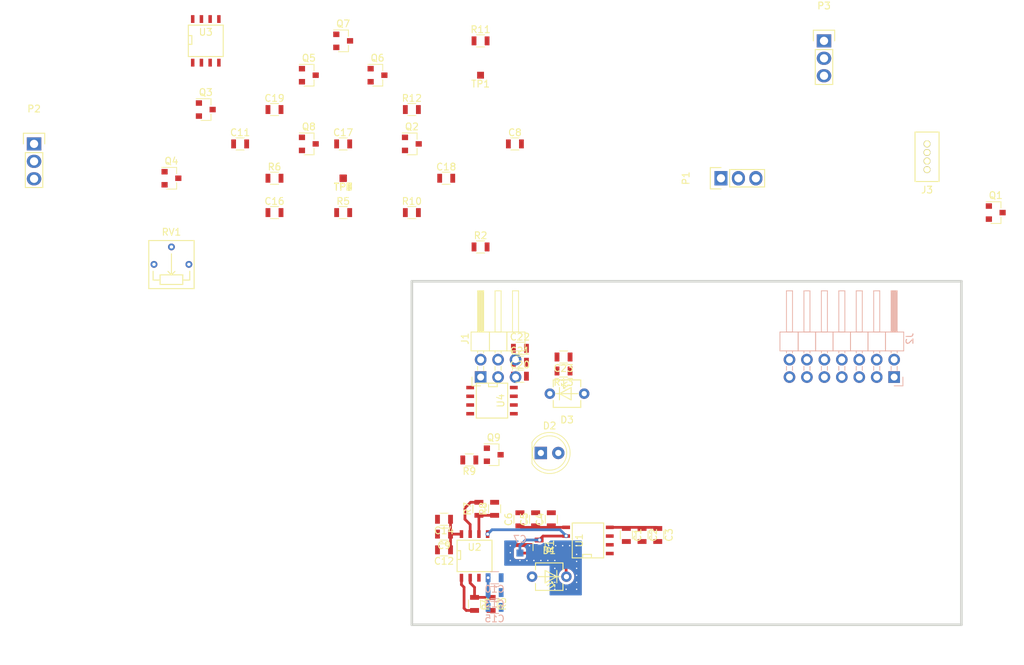
<source format=kicad_pcb>
(kicad_pcb (version 4) (host pcbnew 4.0.6-e0-6349~52~ubuntu17.04.1)

  (general
    (links 162)
    (no_connects 116)
    (area 49.966667 28.925 204.5 126.07626)
    (thickness 1.6)
    (drawings 15)
    (tracks 52)
    (zones 0)
    (modules 95)
    (nets 39)
  )

  (page A4)
  (layers
    (0 F.Cu signal)
    (31 B.Cu signal)
    (32 B.Adhes user)
    (33 F.Adhes user)
    (34 B.Paste user)
    (35 F.Paste user)
    (36 B.SilkS user)
    (37 F.SilkS user)
    (38 B.Mask user)
    (39 F.Mask user)
    (40 Dwgs.User user)
    (41 Cmts.User user)
    (42 Eco1.User user)
    (43 Eco2.User user)
    (44 Edge.Cuts user)
    (45 Margin user)
    (46 B.CrtYd user)
    (47 F.CrtYd user)
    (48 B.Fab user)
    (49 F.Fab user)
  )

  (setup
    (last_trace_width 0.4)
    (user_trace_width 0.4)
    (trace_clearance 0.2)
    (zone_clearance 0.381)
    (zone_45_only yes)
    (trace_min 0.2)
    (segment_width 0.2)
    (edge_width 0.1)
    (via_size 0.6)
    (via_drill 0.4)
    (via_min_size 0.4)
    (via_min_drill 0.3)
    (uvia_size 0.3)
    (uvia_drill 0.1)
    (uvias_allowed no)
    (uvia_min_size 0.2)
    (uvia_min_drill 0.1)
    (pcb_text_width 0.3)
    (pcb_text_size 1.5 1.5)
    (mod_edge_width 0.15)
    (mod_text_size 1 1)
    (mod_text_width 0.15)
    (pad_size 0.4 0.4)
    (pad_drill 0.2)
    (pad_to_mask_clearance 0)
    (aux_axis_origin 0 0)
    (visible_elements FFFFF71F)
    (pcbplotparams
      (layerselection 0x00030_80000001)
      (usegerberextensions false)
      (excludeedgelayer true)
      (linewidth 0.100000)
      (plotframeref false)
      (viasonmask false)
      (mode 1)
      (useauxorigin false)
      (hpglpennumber 1)
      (hpglpenspeed 20)
      (hpglpendiameter 15)
      (hpglpenoverlay 2)
      (psnegative false)
      (psa4output false)
      (plotreference true)
      (plotvalue true)
      (plotinvisibletext false)
      (padsonsilk false)
      (subtractmaskfromsilk false)
      (outputformat 1)
      (mirror false)
      (drillshape 1)
      (scaleselection 1)
      (outputdirectory ""))
  )

  (net 0 "")
  (net 1 /highCurrentPart/-3.3V)
  (net 2 GND)
  (net 3 +3V3)
  (net 4 "Net-(C7-Pad1)")
  (net 5 "Net-(C7-Pad2)")
  (net 6 /interface/ADC1)
  (net 7 /interface/ADC2)
  (net 8 /interface/ADC3)
  (net 9 "Net-(C17-Pad1)")
  (net 10 "Net-(C17-Pad2)")
  (net 11 +5V)
  (net 12 "Net-(C23-Pad1)")
  (net 13 /interface/ADC4)
  (net 14 COIL_4)
  (net 15 COIL_3)
  (net 16 COIL_1)
  (net 17 COIL_2)
  (net 18 "Net-(P1-Pad3)")
  (net 19 "Net-(P2-Pad1)")
  (net 20 "Net-(P2-Pad2)")
  (net 21 Signal)
  (net 22 /interface/GPIO1)
  (net 23 /interface/GPIO3)
  (net 24 /interface/GPIO2)
  (net 25 /interface/GPIO4)
  (net 26 "Net-(Q9-Pad1)")
  (net 27 "Net-(Q9-Pad2)")
  (net 28 "Net-(D2-Pad1)")
  (net 29 "Net-(R3-Pad1)")
  (net 30 "Net-(R4-Pad2)")
  (net 31 "Net-(R6-Pad1)")
  (net 32 "Net-(R7-Pad1)")
  (net 33 "Net-(R10-Pad2)")
  (net 34 GNDA)
  (net 35 /interface/DAC1)
  (net 36 /interface/DAC2)
  (net 37 /interface/I2C_SCL)
  (net 38 /interface/I2C_SDA)

  (net_class Default "This is the default net class."
    (clearance 0.2)
    (trace_width 0.25)
    (via_dia 0.6)
    (via_drill 0.4)
    (uvia_dia 0.3)
    (uvia_drill 0.1)
    (add_net +3V3)
    (add_net +5V)
    (add_net /highCurrentPart/-3.3V)
    (add_net /interface/ADC1)
    (add_net /interface/ADC2)
    (add_net /interface/ADC3)
    (add_net /interface/ADC4)
    (add_net /interface/DAC1)
    (add_net /interface/DAC2)
    (add_net /interface/GPIO1)
    (add_net /interface/GPIO2)
    (add_net /interface/GPIO3)
    (add_net /interface/GPIO4)
    (add_net /interface/I2C_SCL)
    (add_net /interface/I2C_SDA)
    (add_net COIL_1)
    (add_net COIL_2)
    (add_net COIL_3)
    (add_net COIL_4)
    (add_net GND)
    (add_net GNDA)
    (add_net "Net-(C17-Pad1)")
    (add_net "Net-(C17-Pad2)")
    (add_net "Net-(C23-Pad1)")
    (add_net "Net-(C7-Pad1)")
    (add_net "Net-(C7-Pad2)")
    (add_net "Net-(D2-Pad1)")
    (add_net "Net-(P1-Pad3)")
    (add_net "Net-(P2-Pad1)")
    (add_net "Net-(P2-Pad2)")
    (add_net "Net-(Q9-Pad1)")
    (add_net "Net-(Q9-Pad2)")
    (add_net "Net-(R10-Pad2)")
    (add_net "Net-(R3-Pad1)")
    (add_net "Net-(R4-Pad2)")
    (add_net "Net-(R6-Pad1)")
    (add_net "Net-(R7-Pad1)")
    (add_net Signal)
  )

  (module Resistors_SMD:R_0805 (layer F.Cu) (tedit 58AADA8F) (tstamp 5956FE5A)
    (at 125.73 79.756)
    (descr "Resistor SMD 0805, reflow soldering, Vishay (see dcrcw.pdf)")
    (tags "resistor 0805")
    (path /59409417/594122E8)
    (attr smd)
    (fp_text reference C22 (at 0 -1.65) (layer F.SilkS)
      (effects (font (size 1 1) (thickness 0.15)))
    )
    (fp_text value 10n (at 0 1.75) (layer F.Fab)
      (effects (font (size 1 1) (thickness 0.15)))
    )
    (fp_text user %R (at 0 -1.65) (layer F.Fab)
      (effects (font (size 1 1) (thickness 0.15)))
    )
    (fp_line (start -1 0.62) (end -1 -0.62) (layer F.Fab) (width 0.1))
    (fp_line (start 1 0.62) (end -1 0.62) (layer F.Fab) (width 0.1))
    (fp_line (start 1 -0.62) (end 1 0.62) (layer F.Fab) (width 0.1))
    (fp_line (start -1 -0.62) (end 1 -0.62) (layer F.Fab) (width 0.1))
    (fp_line (start 0.6 0.88) (end -0.6 0.88) (layer F.SilkS) (width 0.12))
    (fp_line (start -0.6 -0.88) (end 0.6 -0.88) (layer F.SilkS) (width 0.12))
    (fp_line (start -1.55 -0.9) (end 1.55 -0.9) (layer F.CrtYd) (width 0.05))
    (fp_line (start -1.55 -0.9) (end -1.55 0.9) (layer F.CrtYd) (width 0.05))
    (fp_line (start 1.55 0.9) (end 1.55 -0.9) (layer F.CrtYd) (width 0.05))
    (fp_line (start 1.55 0.9) (end -1.55 0.9) (layer F.CrtYd) (width 0.05))
    (pad 1 smd rect (at -0.95 0) (size 0.7 1.3) (layers F.Cu F.Paste F.Mask)
      (net 11 +5V))
    (pad 2 smd rect (at 0.95 0) (size 0.7 1.3) (layers F.Cu F.Paste F.Mask)
      (net 2 GND))
    (model Resistors_SMD.3dshapes/R_0805.wrl
      (at (xyz 0 0 0))
      (scale (xyz 1 1 1))
      (rotate (xyz 0 0 0))
    )
  )

  (module EuroBoard_Outline:EuroBoard_viertel_Type-I_80mmX50mm_holes (layer F.Cu) (tedit 5959017B) (tstamp 5956A39D)
    (at 110 120)
    (descr "Outline, Eurocard 1/4, Type I,  80x50mm, with holes 3,5mm,")
    (tags "Outline, Eurocard 1/4, Type I, 80x50mm, with holes 3,5mm,")
    (fp_text reference REF** (at 41.00068 -54.0004) (layer F.SilkS) hide
      (effects (font (size 1 1) (thickness 0.15)))
    )
    (fp_text value EuroBoard_viertel_Type-I_80mmX50mm_holes (at 41.9989 5.00126) (layer F.Fab)
      (effects (font (size 1 1) (thickness 0.15)))
    )
    (fp_line (start 0 0) (end 0 -49.9999) (layer Edge.Cuts) (width 0.381))
    (fp_line (start 0 -49.9999) (end 79.99984 -49.9999) (layer Edge.Cuts) (width 0.381))
    (fp_line (start 79.99984 -49.9999) (end 79.99984 0) (layer Edge.Cuts) (width 0.381))
    (fp_line (start 79.99984 0) (end 0 0) (layer Edge.Cuts) (width 0.381))
    (pad "" np_thru_hole circle (at 5.00126 -5.00126) (size 3.50012 3.50012) (drill 3.50012) (layers *.Cu *.Mask))
    (pad "" np_thru_hole circle (at 5.00126 -45.00118) (size 3.50012 3.50012) (drill 3.50012) (layers *.Cu *.Mask))
    (pad "" np_thru_hole circle (at 75.00112 -45.00118) (size 3.50012 3.50012) (drill 3.50012) (layers *.Cu *.Mask))
    (pad "" np_thru_hole circle (at 75.00112 -5.00126) (size 3.50012 3.50012) (drill 3.50012) (layers *.Cu *.Mask))
  )

  (module Vias:Stitchging-Via-0.2-0.4 (layer F.Cu) (tedit 59590208) (tstamp 595903D7)
    (at 127.127 108.49)
    (fp_text reference REF** (at 0 1.27) (layer F.SilkS) hide
      (effects (font (size 1 1) (thickness 0.15)))
    )
    (fp_text value Stitching-Via-0.2-0.4 (at 0 -1.27) (layer F.Fab) hide
      (effects (font (size 1 1) (thickness 0.15)))
    )
    (pad ~ thru_hole circle (at 0 0) (size 0.4 0.4) (drill 0.2) (layers *.Cu)
      (net 34 GNDA) (zone_connect 2))
  )

  (module Vias:Stitchging-Via-0.2-0.4 (layer F.Cu) (tedit 59590208) (tstamp 595903C9)
    (at 129.921 108.49)
    (fp_text reference REF** (at 0 1.27) (layer F.SilkS) hide
      (effects (font (size 1 1) (thickness 0.15)))
    )
    (fp_text value Stitching-Via-0.2-0.4 (at 0 -1.27) (layer F.Fab) hide
      (effects (font (size 1 1) (thickness 0.15)))
    )
    (pad ~ thru_hole circle (at 0 0) (size 0.4 0.4) (drill 0.2) (layers *.Cu)
      (net 34 GNDA) (zone_connect 2))
  )

  (module Vias:Stitchging-Via-0.2-0.4 (layer F.Cu) (tedit 59590208) (tstamp 595903C3)
    (at 130.937 108.49)
    (fp_text reference REF** (at 0 1.27) (layer F.SilkS) hide
      (effects (font (size 1 1) (thickness 0.15)))
    )
    (fp_text value Stitching-Via-0.2-0.4 (at 0 -1.27) (layer F.Fab) hide
      (effects (font (size 1 1) (thickness 0.15)))
    )
    (pad ~ thru_hole circle (at 0 0) (size 0.4 0.4) (drill 0.2) (layers *.Cu)
      (net 34 GNDA) (zone_connect 2))
  )

  (module Vias:Stitchging-Via-0.2-0.4 (layer F.Cu) (tedit 59590208) (tstamp 595903AF)
    (at 131.953 108.49)
    (fp_text reference REF** (at 0 1.27) (layer F.SilkS) hide
      (effects (font (size 1 1) (thickness 0.15)))
    )
    (fp_text value Stitching-Via-0.2-0.4 (at 0 -1.27) (layer F.Fab) hide
      (effects (font (size 1 1) (thickness 0.15)))
    )
    (pad ~ thru_hole circle (at 0 0) (size 0.4 0.4) (drill 0.2) (layers *.Cu)
      (net 34 GNDA) (zone_connect 2))
  )

  (module Vias:Stitchging-Via-0.2-0.4 (layer F.Cu) (tedit 59590208) (tstamp 595903AA)
    (at 132.969 108.49)
    (fp_text reference REF** (at 0 1.27) (layer F.SilkS) hide
      (effects (font (size 1 1) (thickness 0.15)))
    )
    (fp_text value Stitching-Via-0.2-0.4 (at 0 -1.27) (layer F.Fab) hide
      (effects (font (size 1 1) (thickness 0.15)))
    )
    (pad ~ thru_hole circle (at 0 0) (size 0.4 0.4) (drill 0.2) (layers *.Cu)
      (net 34 GNDA) (zone_connect 2))
  )

  (module Vias:Stitchging-Via-0.2-0.4 (layer F.Cu) (tedit 59590208) (tstamp 59590366)
    (at 133.985 108.49)
    (fp_text reference REF** (at 0 1.27) (layer F.SilkS) hide
      (effects (font (size 1 1) (thickness 0.15)))
    )
    (fp_text value Stitching-Via-0.2-0.4 (at 0 -1.27) (layer F.Fab) hide
      (effects (font (size 1 1) (thickness 0.15)))
    )
    (pad ~ thru_hole circle (at 0 0) (size 0.4 0.4) (drill 0.2) (layers *.Cu)
      (net 34 GNDA) (zone_connect 2))
  )

  (module Vias:Stitchging-Via-0.2-0.4 (layer F.Cu) (tedit 59590208) (tstamp 59590361)
    (at 133.985 109.76)
    (fp_text reference REF** (at 0 1.27) (layer F.SilkS) hide
      (effects (font (size 1 1) (thickness 0.15)))
    )
    (fp_text value Stitching-Via-0.2-0.4 (at 0 -1.27) (layer F.Fab) hide
      (effects (font (size 1 1) (thickness 0.15)))
    )
    (pad ~ thru_hole circle (at 0 0) (size 0.4 0.4) (drill 0.2) (layers *.Cu)
      (net 34 GNDA) (zone_connect 2))
  )

  (module Vias:Stitchging-Via-0.2-0.4 (layer F.Cu) (tedit 59590208) (tstamp 5959035C)
    (at 133.985 110.776)
    (fp_text reference REF** (at 0 1.27) (layer F.SilkS) hide
      (effects (font (size 1 1) (thickness 0.15)))
    )
    (fp_text value Stitching-Via-0.2-0.4 (at 0 -1.27) (layer F.Fab) hide
      (effects (font (size 1 1) (thickness 0.15)))
    )
    (pad ~ thru_hole circle (at 0 0) (size 0.4 0.4) (drill 0.2) (layers *.Cu)
      (net 34 GNDA) (zone_connect 2))
  )

  (module Vias:Stitchging-Via-0.2-0.4 (layer F.Cu) (tedit 59590208) (tstamp 59590357)
    (at 133.985 111.792)
    (fp_text reference REF** (at 0 1.27) (layer F.SilkS) hide
      (effects (font (size 1 1) (thickness 0.15)))
    )
    (fp_text value Stitching-Via-0.2-0.4 (at 0 -1.27) (layer F.Fab) hide
      (effects (font (size 1 1) (thickness 0.15)))
    )
    (pad ~ thru_hole circle (at 0 0) (size 0.4 0.4) (drill 0.2) (layers *.Cu)
      (net 34 GNDA) (zone_connect 2))
  )

  (module Vias:Stitchging-Via-0.2-0.4 (layer F.Cu) (tedit 59590208) (tstamp 59590352)
    (at 133.985 112.808)
    (fp_text reference REF** (at 0 1.27) (layer F.SilkS) hide
      (effects (font (size 1 1) (thickness 0.15)))
    )
    (fp_text value Stitching-Via-0.2-0.4 (at 0 -1.27) (layer F.Fab) hide
      (effects (font (size 1 1) (thickness 0.15)))
    )
    (pad ~ thru_hole circle (at 0 0) (size 0.4 0.4) (drill 0.2) (layers *.Cu)
      (net 34 GNDA) (zone_connect 2))
  )

  (module Vias:Stitchging-Via-0.2-0.4 (layer F.Cu) (tedit 59590208) (tstamp 5959034D)
    (at 133.985 113.824)
    (fp_text reference REF** (at 0 1.27) (layer F.SilkS) hide
      (effects (font (size 1 1) (thickness 0.15)))
    )
    (fp_text value Stitching-Via-0.2-0.4 (at 0 -1.27) (layer F.Fab) hide
      (effects (font (size 1 1) (thickness 0.15)))
    )
    (pad ~ thru_hole circle (at 0 0) (size 0.4 0.4) (drill 0.2) (layers *.Cu)
      (net 34 GNDA) (zone_connect 2))
  )

  (module Vias:Stitchging-Via-0.2-0.4 (layer F.Cu) (tedit 59590208) (tstamp 59590300)
    (at 124.333 108.49)
    (fp_text reference REF** (at 0 1.27) (layer F.SilkS) hide
      (effects (font (size 1 1) (thickness 0.15)))
    )
    (fp_text value Stitching-Via-0.2-0.4 (at 0 -1.27) (layer F.Fab) hide
      (effects (font (size 1 1) (thickness 0.15)))
    )
    (pad ~ thru_hole circle (at 0 0) (size 0.4 0.4) (drill 0.2) (layers *.Cu)
      (net 34 GNDA) (zone_connect 2))
  )

  (module Vias:Stitchging-Via-0.2-0.4 (layer F.Cu) (tedit 59590208) (tstamp 595902FB)
    (at 124.333 109.506)
    (fp_text reference REF** (at 0 1.27) (layer F.SilkS) hide
      (effects (font (size 1 1) (thickness 0.15)))
    )
    (fp_text value Stitching-Via-0.2-0.4 (at 0 -1.27) (layer F.Fab) hide
      (effects (font (size 1 1) (thickness 0.15)))
    )
    (pad ~ thru_hole circle (at 0 0) (size 0.4 0.4) (drill 0.2) (layers *.Cu)
      (net 34 GNDA) (zone_connect 2))
  )

  (module Vias:Stitchging-Via-0.2-0.4 (layer F.Cu) (tedit 59590208) (tstamp 595902F6)
    (at 124.333 110.649)
    (fp_text reference REF** (at 0 1.27) (layer F.SilkS) hide
      (effects (font (size 1 1) (thickness 0.15)))
    )
    (fp_text value Stitching-Via-0.2-0.4 (at 0 -1.27) (layer F.Fab) hide
      (effects (font (size 1 1) (thickness 0.15)))
    )
    (pad ~ thru_hole circle (at 0 0) (size 0.4 0.4) (drill 0.2) (layers *.Cu)
      (net 34 GNDA) (zone_connect 2))
  )

  (module Vias:Stitchging-Via-0.2-0.4 (layer F.Cu) (tedit 59590208) (tstamp 595902F1)
    (at 125.73 110.649)
    (fp_text reference REF** (at 0 1.27) (layer F.SilkS) hide
      (effects (font (size 1 1) (thickness 0.15)))
    )
    (fp_text value Stitching-Via-0.2-0.4 (at 0 -1.27) (layer F.Fab) hide
      (effects (font (size 1 1) (thickness 0.15)))
    )
    (pad ~ thru_hole circle (at 0 0) (size 0.4 0.4) (drill 0.2) (layers *.Cu)
      (net 34 GNDA) (zone_connect 2))
  )

  (module Vias:Stitchging-Via-0.2-0.4 (layer F.Cu) (tedit 59590208) (tstamp 595902EC)
    (at 126.746 110.649)
    (fp_text reference REF** (at 0 1.27) (layer F.SilkS) hide
      (effects (font (size 1 1) (thickness 0.15)))
    )
    (fp_text value Stitching-Via-0.2-0.4 (at 0 -1.27) (layer F.Fab) hide
      (effects (font (size 1 1) (thickness 0.15)))
    )
    (pad ~ thru_hole circle (at 0 0) (size 0.4 0.4) (drill 0.2) (layers *.Cu)
      (net 34 GNDA) (zone_connect 2))
  )

  (module Vias:Stitchging-Via-0.2-0.4 (layer F.Cu) (tedit 59590208) (tstamp 595902D7)
    (at 127.762 110.649)
    (fp_text reference REF** (at 0 1.27) (layer F.SilkS) hide
      (effects (font (size 1 1) (thickness 0.15)))
    )
    (fp_text value Stitching-Via-0.2-0.4 (at 0 -1.27) (layer F.Fab) hide
      (effects (font (size 1 1) (thickness 0.15)))
    )
    (pad ~ thru_hole circle (at 0 0) (size 0.4 0.4) (drill 0.2) (layers *.Cu)
      (net 34 GNDA) (zone_connect 2))
  )

  (module Vias:Stitchging-Via-0.2-0.4 (layer F.Cu) (tedit 59590208) (tstamp 595902D0)
    (at 128.778 110.649)
    (fp_text reference REF** (at 0 1.27) (layer F.SilkS) hide
      (effects (font (size 1 1) (thickness 0.15)))
    )
    (fp_text value Stitching-Via-0.2-0.4 (at 0 -1.27) (layer F.Fab) hide
      (effects (font (size 1 1) (thickness 0.15)))
    )
    (pad ~ thru_hole circle (at 0 0) (size 0.4 0.4) (drill 0.2) (layers *.Cu)
      (net 34 GNDA) (zone_connect 2))
  )

  (module Vias:Stitchging-Via-0.2-0.4 (layer F.Cu) (tedit 59590208) (tstamp 595902CB)
    (at 129.794 110.649)
    (fp_text reference REF** (at 0 1.27) (layer F.SilkS) hide
      (effects (font (size 1 1) (thickness 0.15)))
    )
    (fp_text value Stitching-Via-0.2-0.4 (at 0 -1.27) (layer F.Fab) hide
      (effects (font (size 1 1) (thickness 0.15)))
    )
    (pad ~ thru_hole circle (at 0 0) (size 0.4 0.4) (drill 0.2) (layers *.Cu)
      (net 34 GNDA) (zone_connect 2))
  )

  (module Vias:Stitchging-Via-0.2-0.4 (layer F.Cu) (tedit 59590208) (tstamp 595902C4)
    (at 130.81 110.649)
    (fp_text reference REF** (at 0 1.27) (layer F.SilkS) hide
      (effects (font (size 1 1) (thickness 0.15)))
    )
    (fp_text value Stitching-Via-0.2-0.4 (at 0 -1.27) (layer F.Fab) hide
      (effects (font (size 1 1) (thickness 0.15)))
    )
    (pad ~ thru_hole circle (at 0 0) (size 0.4 0.4) (drill 0.2) (layers *.Cu)
      (net 34 GNDA) (zone_connect 2))
  )

  (module Vias:Stitchging-Via-0.2-0.4 (layer F.Cu) (tedit 59590208) (tstamp 595902AD)
    (at 130.81 111.792)
    (fp_text reference REF** (at 0 1.27) (layer F.SilkS) hide
      (effects (font (size 1 1) (thickness 0.15)))
    )
    (fp_text value Stitching-Via-0.2-0.4 (at 0 -1.27) (layer F.Fab) hide
      (effects (font (size 1 1) (thickness 0.15)))
    )
    (pad ~ thru_hole circle (at 0 0) (size 0.4 0.4) (drill 0.2) (layers *.Cu)
      (net 34 GNDA) (zone_connect 2))
  )

  (module Vias:Stitchging-Via-0.2-0.4 (layer F.Cu) (tedit 59590208) (tstamp 59590232)
    (at 133.985 114.84)
    (fp_text reference REF** (at 0 1.27) (layer F.SilkS) hide
      (effects (font (size 1 1) (thickness 0.15)))
    )
    (fp_text value Stitching-Via-0.2-0.4 (at 0 -1.27) (layer F.Fab) hide
      (effects (font (size 1 1) (thickness 0.15)))
    )
    (pad ~ thru_hole circle (at 0 0) (size 0.4 0.4) (drill 0.2) (layers *.Cu)
      (net 34 GNDA) (zone_connect 2))
  )

  (module Vias:Stitchging-Via-0.2-0.4 (layer F.Cu) (tedit 59590208) (tstamp 59590229)
    (at 132.461 114.84)
    (fp_text reference REF** (at 0 1.27) (layer F.SilkS) hide
      (effects (font (size 1 1) (thickness 0.15)))
    )
    (fp_text value Stitching-Via-0.2-0.4 (at 0 -1.27) (layer F.Fab) hide
      (effects (font (size 1 1) (thickness 0.15)))
    )
    (pad ~ thru_hole circle (at 0 0) (size 0.4 0.4) (drill 0.2) (layers *.Cu)
      (net 34 GNDA) (zone_connect 2))
  )

  (module Vias:Stitchging-Via-0.2-0.4 (layer F.Cu) (tedit 59590208) (tstamp 59590222)
    (at 130.81 114.84)
    (fp_text reference REF** (at 0 1.27) (layer F.SilkS) hide
      (effects (font (size 1 1) (thickness 0.15)))
    )
    (fp_text value Stitching-Via-0.2-0.4 (at 0 -1.27) (layer F.Fab) hide
      (effects (font (size 1 1) (thickness 0.15)))
    )
    (pad ~ thru_hole circle (at 0 0) (size 0.4 0.4) (drill 0.2) (layers *.Cu)
      (net 34 GNDA) (zone_connect 2))
  )

  (module Vias:Stitchging-Via-0.2-0.4 (layer F.Cu) (tedit 59590208) (tstamp 59590219)
    (at 130.81 113.824)
    (fp_text reference REF** (at 0 1.27) (layer F.SilkS) hide
      (effects (font (size 1 1) (thickness 0.15)))
    )
    (fp_text value Stitching-Via-0.2-0.4 (at 0 -1.27) (layer F.Fab) hide
      (effects (font (size 1 1) (thickness 0.15)))
    )
    (pad ~ thru_hole circle (at 0 0) (size 0.4 0.4) (drill 0.2) (layers *.Cu)
      (net 34 GNDA) (zone_connect 2))
  )

  (module Vias:Stitchging-Via-0.2-0.4 (layer F.Cu) (tedit 59590208) (tstamp 595901DB)
    (at 130.81 112.808)
    (fp_text reference REF** (at 0 1.27) (layer F.SilkS) hide
      (effects (font (size 1 1) (thickness 0.15)))
    )
    (fp_text value Stitching-Via-0.2-0.4 (at 0 -1.27) (layer F.Fab) hide
      (effects (font (size 1 1) (thickness 0.15)))
    )
    (pad ~ thru_hole circle (at 0 0) (size 0.4 0.4) (drill 0.2) (layers *.Cu)
      (net 34 GNDA) (zone_connect 2))
  )

  (module Resistors_SMD:R_0805 (layer F.Cu) (tedit 58AADA8F) (tstamp 5956FD00)
    (at 141.224 106.934 270)
    (descr "Resistor SMD 0805, reflow soldering, Vishay (see dcrcw.pdf)")
    (tags "resistor 0805")
    (path /5940AE3E/5957E73A)
    (attr smd)
    (fp_text reference C1 (at 0 -1.65 270) (layer F.SilkS)
      (effects (font (size 1 1) (thickness 0.15)))
    )
    (fp_text value 10n (at 0 1.75 270) (layer F.Fab)
      (effects (font (size 1 1) (thickness 0.15)))
    )
    (fp_text user %R (at 0 -1.65 270) (layer F.Fab)
      (effects (font (size 1 1) (thickness 0.15)))
    )
    (fp_line (start -1 0.62) (end -1 -0.62) (layer F.Fab) (width 0.1))
    (fp_line (start 1 0.62) (end -1 0.62) (layer F.Fab) (width 0.1))
    (fp_line (start 1 -0.62) (end 1 0.62) (layer F.Fab) (width 0.1))
    (fp_line (start -1 -0.62) (end 1 -0.62) (layer F.Fab) (width 0.1))
    (fp_line (start 0.6 0.88) (end -0.6 0.88) (layer F.SilkS) (width 0.12))
    (fp_line (start -0.6 -0.88) (end 0.6 -0.88) (layer F.SilkS) (width 0.12))
    (fp_line (start -1.55 -0.9) (end 1.55 -0.9) (layer F.CrtYd) (width 0.05))
    (fp_line (start -1.55 -0.9) (end -1.55 0.9) (layer F.CrtYd) (width 0.05))
    (fp_line (start 1.55 0.9) (end 1.55 -0.9) (layer F.CrtYd) (width 0.05))
    (fp_line (start 1.55 0.9) (end -1.55 0.9) (layer F.CrtYd) (width 0.05))
    (pad 1 smd rect (at -0.95 0 270) (size 0.7 1.3) (layers F.Cu F.Paste F.Mask)
      (net 1 /highCurrentPart/-3.3V))
    (pad 2 smd rect (at 0.95 0 270) (size 0.7 1.3) (layers F.Cu F.Paste F.Mask)
      (net 2 GND))
    (model Resistors_SMD.3dshapes/R_0805.wrl
      (at (xyz 0 0 0))
      (scale (xyz 1 1 1))
      (rotate (xyz 0 0 0))
    )
  )

  (module Resistors_SMD:R_0805 (layer F.Cu) (tedit 58AADA8F) (tstamp 5956FD11)
    (at 143.51 106.934 270)
    (descr "Resistor SMD 0805, reflow soldering, Vishay (see dcrcw.pdf)")
    (tags "resistor 0805")
    (path /5940AE3E/5957E741)
    (attr smd)
    (fp_text reference C2 (at 0 -1.65 270) (layer F.SilkS)
      (effects (font (size 1 1) (thickness 0.15)))
    )
    (fp_text value 100n (at 0 1.75 270) (layer F.Fab)
      (effects (font (size 1 1) (thickness 0.15)))
    )
    (fp_text user %R (at 0 -1.65 270) (layer F.Fab)
      (effects (font (size 1 1) (thickness 0.15)))
    )
    (fp_line (start -1 0.62) (end -1 -0.62) (layer F.Fab) (width 0.1))
    (fp_line (start 1 0.62) (end -1 0.62) (layer F.Fab) (width 0.1))
    (fp_line (start 1 -0.62) (end 1 0.62) (layer F.Fab) (width 0.1))
    (fp_line (start -1 -0.62) (end 1 -0.62) (layer F.Fab) (width 0.1))
    (fp_line (start 0.6 0.88) (end -0.6 0.88) (layer F.SilkS) (width 0.12))
    (fp_line (start -0.6 -0.88) (end 0.6 -0.88) (layer F.SilkS) (width 0.12))
    (fp_line (start -1.55 -0.9) (end 1.55 -0.9) (layer F.CrtYd) (width 0.05))
    (fp_line (start -1.55 -0.9) (end -1.55 0.9) (layer F.CrtYd) (width 0.05))
    (fp_line (start 1.55 0.9) (end 1.55 -0.9) (layer F.CrtYd) (width 0.05))
    (fp_line (start 1.55 0.9) (end -1.55 0.9) (layer F.CrtYd) (width 0.05))
    (pad 1 smd rect (at -0.95 0 270) (size 0.7 1.3) (layers F.Cu F.Paste F.Mask)
      (net 1 /highCurrentPart/-3.3V))
    (pad 2 smd rect (at 0.95 0 270) (size 0.7 1.3) (layers F.Cu F.Paste F.Mask)
      (net 2 GND))
    (model Resistors_SMD.3dshapes/R_0805.wrl
      (at (xyz 0 0 0))
      (scale (xyz 1 1 1))
      (rotate (xyz 0 0 0))
    )
  )

  (module Resistors_SMD:R_0805 (layer F.Cu) (tedit 58AADA8F) (tstamp 5956FD22)
    (at 145.796 106.934 270)
    (descr "Resistor SMD 0805, reflow soldering, Vishay (see dcrcw.pdf)")
    (tags "resistor 0805")
    (path /5940AE3E/5957E724)
    (attr smd)
    (fp_text reference C3 (at 0 -1.65 270) (layer F.SilkS)
      (effects (font (size 1 1) (thickness 0.15)))
    )
    (fp_text value 1u (at 0 1.75 270) (layer F.Fab)
      (effects (font (size 1 1) (thickness 0.15)))
    )
    (fp_text user %R (at 0 -1.65 270) (layer F.Fab)
      (effects (font (size 1 1) (thickness 0.15)))
    )
    (fp_line (start -1 0.62) (end -1 -0.62) (layer F.Fab) (width 0.1))
    (fp_line (start 1 0.62) (end -1 0.62) (layer F.Fab) (width 0.1))
    (fp_line (start 1 -0.62) (end 1 0.62) (layer F.Fab) (width 0.1))
    (fp_line (start -1 -0.62) (end 1 -0.62) (layer F.Fab) (width 0.1))
    (fp_line (start 0.6 0.88) (end -0.6 0.88) (layer F.SilkS) (width 0.12))
    (fp_line (start -0.6 -0.88) (end 0.6 -0.88) (layer F.SilkS) (width 0.12))
    (fp_line (start -1.55 -0.9) (end 1.55 -0.9) (layer F.CrtYd) (width 0.05))
    (fp_line (start -1.55 -0.9) (end -1.55 0.9) (layer F.CrtYd) (width 0.05))
    (fp_line (start 1.55 0.9) (end 1.55 -0.9) (layer F.CrtYd) (width 0.05))
    (fp_line (start 1.55 0.9) (end -1.55 0.9) (layer F.CrtYd) (width 0.05))
    (pad 1 smd rect (at -0.95 0 270) (size 0.7 1.3) (layers F.Cu F.Paste F.Mask)
      (net 1 /highCurrentPart/-3.3V))
    (pad 2 smd rect (at 0.95 0 270) (size 0.7 1.3) (layers F.Cu F.Paste F.Mask)
      (net 2 GND))
    (model Resistors_SMD.3dshapes/R_0805.wrl
      (at (xyz 0 0 0))
      (scale (xyz 1 1 1))
      (rotate (xyz 0 0 0))
    )
  )

  (module Resistors_SMD:R_0805 (layer F.Cu) (tedit 58AADA8F) (tstamp 5956FD33)
    (at 130.302 104.648 90)
    (descr "Resistor SMD 0805, reflow soldering, Vishay (see dcrcw.pdf)")
    (tags "resistor 0805")
    (path /5940AE3E/5941B3D6)
    (attr smd)
    (fp_text reference C4 (at 0 -1.65 90) (layer F.SilkS)
      (effects (font (size 1 1) (thickness 0.15)))
    )
    (fp_text value 1u (at 0 1.75 90) (layer F.Fab)
      (effects (font (size 1 1) (thickness 0.15)))
    )
    (fp_text user %R (at 0 -1.65 90) (layer F.Fab)
      (effects (font (size 1 1) (thickness 0.15)))
    )
    (fp_line (start -1 0.62) (end -1 -0.62) (layer F.Fab) (width 0.1))
    (fp_line (start 1 0.62) (end -1 0.62) (layer F.Fab) (width 0.1))
    (fp_line (start 1 -0.62) (end 1 0.62) (layer F.Fab) (width 0.1))
    (fp_line (start -1 -0.62) (end 1 -0.62) (layer F.Fab) (width 0.1))
    (fp_line (start 0.6 0.88) (end -0.6 0.88) (layer F.SilkS) (width 0.12))
    (fp_line (start -0.6 -0.88) (end 0.6 -0.88) (layer F.SilkS) (width 0.12))
    (fp_line (start -1.55 -0.9) (end 1.55 -0.9) (layer F.CrtYd) (width 0.05))
    (fp_line (start -1.55 -0.9) (end -1.55 0.9) (layer F.CrtYd) (width 0.05))
    (fp_line (start 1.55 0.9) (end 1.55 -0.9) (layer F.CrtYd) (width 0.05))
    (fp_line (start 1.55 0.9) (end -1.55 0.9) (layer F.CrtYd) (width 0.05))
    (pad 1 smd rect (at -0.95 0 90) (size 0.7 1.3) (layers F.Cu F.Paste F.Mask)
      (net 3 +3V3))
    (pad 2 smd rect (at 0.95 0 90) (size 0.7 1.3) (layers F.Cu F.Paste F.Mask)
      (net 2 GND))
    (model Resistors_SMD.3dshapes/R_0805.wrl
      (at (xyz 0 0 0))
      (scale (xyz 1 1 1))
      (rotate (xyz 0 0 0))
    )
  )

  (module Resistors_SMD:R_0805 (layer F.Cu) (tedit 58AADA8F) (tstamp 5956FD44)
    (at 128.016 104.648 90)
    (descr "Resistor SMD 0805, reflow soldering, Vishay (see dcrcw.pdf)")
    (tags "resistor 0805")
    (path /5940AE3E/5941B3DE)
    (attr smd)
    (fp_text reference C5 (at 0 -1.65 90) (layer F.SilkS)
      (effects (font (size 1 1) (thickness 0.15)))
    )
    (fp_text value 100n (at 0 1.75 90) (layer F.Fab)
      (effects (font (size 1 1) (thickness 0.15)))
    )
    (fp_text user %R (at 0 -1.65 90) (layer F.Fab)
      (effects (font (size 1 1) (thickness 0.15)))
    )
    (fp_line (start -1 0.62) (end -1 -0.62) (layer F.Fab) (width 0.1))
    (fp_line (start 1 0.62) (end -1 0.62) (layer F.Fab) (width 0.1))
    (fp_line (start 1 -0.62) (end 1 0.62) (layer F.Fab) (width 0.1))
    (fp_line (start -1 -0.62) (end 1 -0.62) (layer F.Fab) (width 0.1))
    (fp_line (start 0.6 0.88) (end -0.6 0.88) (layer F.SilkS) (width 0.12))
    (fp_line (start -0.6 -0.88) (end 0.6 -0.88) (layer F.SilkS) (width 0.12))
    (fp_line (start -1.55 -0.9) (end 1.55 -0.9) (layer F.CrtYd) (width 0.05))
    (fp_line (start -1.55 -0.9) (end -1.55 0.9) (layer F.CrtYd) (width 0.05))
    (fp_line (start 1.55 0.9) (end 1.55 -0.9) (layer F.CrtYd) (width 0.05))
    (fp_line (start 1.55 0.9) (end -1.55 0.9) (layer F.CrtYd) (width 0.05))
    (pad 1 smd rect (at -0.95 0 90) (size 0.7 1.3) (layers F.Cu F.Paste F.Mask)
      (net 3 +3V3))
    (pad 2 smd rect (at 0.95 0 90) (size 0.7 1.3) (layers F.Cu F.Paste F.Mask)
      (net 2 GND))
    (model Resistors_SMD.3dshapes/R_0805.wrl
      (at (xyz 0 0 0))
      (scale (xyz 1 1 1))
      (rotate (xyz 0 0 0))
    )
  )

  (module Resistors_SMD:R_0805 (layer F.Cu) (tedit 58AADA8F) (tstamp 5956FD55)
    (at 125.73 104.648 90)
    (descr "Resistor SMD 0805, reflow soldering, Vishay (see dcrcw.pdf)")
    (tags "resistor 0805")
    (path /5940AE3E/5941B3E6)
    (attr smd)
    (fp_text reference C6 (at 0 -1.65 90) (layer F.SilkS)
      (effects (font (size 1 1) (thickness 0.15)))
    )
    (fp_text value 10n (at 0 1.75 90) (layer F.Fab)
      (effects (font (size 1 1) (thickness 0.15)))
    )
    (fp_text user %R (at 0 -1.65 90) (layer F.Fab)
      (effects (font (size 1 1) (thickness 0.15)))
    )
    (fp_line (start -1 0.62) (end -1 -0.62) (layer F.Fab) (width 0.1))
    (fp_line (start 1 0.62) (end -1 0.62) (layer F.Fab) (width 0.1))
    (fp_line (start 1 -0.62) (end 1 0.62) (layer F.Fab) (width 0.1))
    (fp_line (start -1 -0.62) (end 1 -0.62) (layer F.Fab) (width 0.1))
    (fp_line (start 0.6 0.88) (end -0.6 0.88) (layer F.SilkS) (width 0.12))
    (fp_line (start -0.6 -0.88) (end 0.6 -0.88) (layer F.SilkS) (width 0.12))
    (fp_line (start -1.55 -0.9) (end 1.55 -0.9) (layer F.CrtYd) (width 0.05))
    (fp_line (start -1.55 -0.9) (end -1.55 0.9) (layer F.CrtYd) (width 0.05))
    (fp_line (start 1.55 0.9) (end 1.55 -0.9) (layer F.CrtYd) (width 0.05))
    (fp_line (start 1.55 0.9) (end -1.55 0.9) (layer F.CrtYd) (width 0.05))
    (pad 1 smd rect (at -0.95 0 90) (size 0.7 1.3) (layers F.Cu F.Paste F.Mask)
      (net 3 +3V3))
    (pad 2 smd rect (at 0.95 0 90) (size 0.7 1.3) (layers F.Cu F.Paste F.Mask)
      (net 2 GND))
    (model Resistors_SMD.3dshapes/R_0805.wrl
      (at (xyz 0 0 0))
      (scale (xyz 1 1 1))
      (rotate (xyz 0 0 0))
    )
  )

  (module "Embedded Caps:EMBEDDED_CAP_1mm" (layer B.Cu) (tedit 5959054D) (tstamp 5956FD5B)
    (at 125.73 109.5695)
    (path /5940AE3E/5957D3AB)
    (fp_text reference C7 (at 0 -2.032) (layer B.SilkS)
      (effects (font (size 1 1) (thickness 0.15)) (justify mirror))
    )
    (fp_text value 26f (at 0 1.1745) (layer B.Fab)
      (effects (font (size 1 1) (thickness 0.15)) (justify mirror))
    )
    (pad 1 smd rect (at 0 0) (size 1 1) (layers B.Cu B.Paste B.Mask)
      (net 4 "Net-(C7-Pad1)"))
    (pad 2 smd rect (at 0 0) (size 1 1) (layers F.Cu B.Paste B.Mask)
      (net 5 "Net-(C7-Pad2)"))
  )

  (module Resistors_SMD:R_0805 (layer F.Cu) (tedit 58AADA8F) (tstamp 5956FD6C)
    (at 125 50)
    (descr "Resistor SMD 0805, reflow soldering, Vishay (see dcrcw.pdf)")
    (tags "resistor 0805")
    (path /5940AE3E/5958B68A)
    (attr smd)
    (fp_text reference C8 (at 0 -1.65) (layer F.SilkS)
      (effects (font (size 1 1) (thickness 0.15)))
    )
    (fp_text value 100n (at 0 1.75) (layer F.Fab)
      (effects (font (size 1 1) (thickness 0.15)))
    )
    (fp_text user %R (at 0 -1.65) (layer F.Fab)
      (effects (font (size 1 1) (thickness 0.15)))
    )
    (fp_line (start -1 0.62) (end -1 -0.62) (layer F.Fab) (width 0.1))
    (fp_line (start 1 0.62) (end -1 0.62) (layer F.Fab) (width 0.1))
    (fp_line (start 1 -0.62) (end 1 0.62) (layer F.Fab) (width 0.1))
    (fp_line (start -1 -0.62) (end 1 -0.62) (layer F.Fab) (width 0.1))
    (fp_line (start 0.6 0.88) (end -0.6 0.88) (layer F.SilkS) (width 0.12))
    (fp_line (start -0.6 -0.88) (end 0.6 -0.88) (layer F.SilkS) (width 0.12))
    (fp_line (start -1.55 -0.9) (end 1.55 -0.9) (layer F.CrtYd) (width 0.05))
    (fp_line (start -1.55 -0.9) (end -1.55 0.9) (layer F.CrtYd) (width 0.05))
    (fp_line (start 1.55 0.9) (end 1.55 -0.9) (layer F.CrtYd) (width 0.05))
    (fp_line (start 1.55 0.9) (end -1.55 0.9) (layer F.CrtYd) (width 0.05))
    (pad 1 smd rect (at -0.95 0) (size 0.7 1.3) (layers F.Cu F.Paste F.Mask)
      (net 2 GND))
    (pad 2 smd rect (at 0.95 0) (size 0.7 1.3) (layers F.Cu F.Paste F.Mask)
      (net 6 /interface/ADC1))
    (model Resistors_SMD.3dshapes/R_0805.wrl
      (at (xyz 0 0 0))
      (scale (xyz 1 1 1))
      (rotate (xyz 0 0 0))
    )
  )

  (module Resistors_SMD:R_0805 (layer F.Cu) (tedit 58AADA8F) (tstamp 5956FD7D)
    (at 114.681 106.807 180)
    (descr "Resistor SMD 0805, reflow soldering, Vishay (see dcrcw.pdf)")
    (tags "resistor 0805")
    (path /5940AE3E/595860C8)
    (attr smd)
    (fp_text reference C9 (at 0 -1.65 180) (layer F.SilkS)
      (effects (font (size 1 1) (thickness 0.15)))
    )
    (fp_text value 10n (at 0 1.75 180) (layer F.Fab)
      (effects (font (size 1 1) (thickness 0.15)))
    )
    (fp_text user %R (at 0 -1.65 180) (layer F.Fab)
      (effects (font (size 1 1) (thickness 0.15)))
    )
    (fp_line (start -1 0.62) (end -1 -0.62) (layer F.Fab) (width 0.1))
    (fp_line (start 1 0.62) (end -1 0.62) (layer F.Fab) (width 0.1))
    (fp_line (start 1 -0.62) (end 1 0.62) (layer F.Fab) (width 0.1))
    (fp_line (start -1 -0.62) (end 1 -0.62) (layer F.Fab) (width 0.1))
    (fp_line (start 0.6 0.88) (end -0.6 0.88) (layer F.SilkS) (width 0.12))
    (fp_line (start -0.6 -0.88) (end 0.6 -0.88) (layer F.SilkS) (width 0.12))
    (fp_line (start -1.55 -0.9) (end 1.55 -0.9) (layer F.CrtYd) (width 0.05))
    (fp_line (start -1.55 -0.9) (end -1.55 0.9) (layer F.CrtYd) (width 0.05))
    (fp_line (start 1.55 0.9) (end 1.55 -0.9) (layer F.CrtYd) (width 0.05))
    (fp_line (start 1.55 0.9) (end -1.55 0.9) (layer F.CrtYd) (width 0.05))
    (pad 1 smd rect (at -0.95 0 180) (size 0.7 1.3) (layers F.Cu F.Paste F.Mask)
      (net 3 +3V3))
    (pad 2 smd rect (at 0.95 0 180) (size 0.7 1.3) (layers F.Cu F.Paste F.Mask)
      (net 2 GND))
    (model Resistors_SMD.3dshapes/R_0805.wrl
      (at (xyz 0 0 0))
      (scale (xyz 1 1 1))
      (rotate (xyz 0 0 0))
    )
  )

  (module Resistors_SMD:R_0805 (layer B.Cu) (tedit 58AADA8F) (tstamp 5956FD8E)
    (at 122.047 113.157)
    (descr "Resistor SMD 0805, reflow soldering, Vishay (see dcrcw.pdf)")
    (tags "resistor 0805")
    (path /5940AE3E/595855BB)
    (attr smd)
    (fp_text reference C10 (at 0 1.65) (layer B.SilkS)
      (effects (font (size 1 1) (thickness 0.15)) (justify mirror))
    )
    (fp_text value 10n (at 0 -1.75) (layer B.Fab)
      (effects (font (size 1 1) (thickness 0.15)) (justify mirror))
    )
    (fp_text user %R (at 0 1.65) (layer B.Fab)
      (effects (font (size 1 1) (thickness 0.15)) (justify mirror))
    )
    (fp_line (start -1 -0.62) (end -1 0.62) (layer B.Fab) (width 0.1))
    (fp_line (start 1 -0.62) (end -1 -0.62) (layer B.Fab) (width 0.1))
    (fp_line (start 1 0.62) (end 1 -0.62) (layer B.Fab) (width 0.1))
    (fp_line (start -1 0.62) (end 1 0.62) (layer B.Fab) (width 0.1))
    (fp_line (start 0.6 -0.88) (end -0.6 -0.88) (layer B.SilkS) (width 0.12))
    (fp_line (start -0.6 0.88) (end 0.6 0.88) (layer B.SilkS) (width 0.12))
    (fp_line (start -1.55 0.9) (end 1.55 0.9) (layer B.CrtYd) (width 0.05))
    (fp_line (start -1.55 0.9) (end -1.55 -0.9) (layer B.CrtYd) (width 0.05))
    (fp_line (start 1.55 -0.9) (end 1.55 0.9) (layer B.CrtYd) (width 0.05))
    (fp_line (start 1.55 -0.9) (end -1.55 -0.9) (layer B.CrtYd) (width 0.05))
    (pad 1 smd rect (at -0.95 0) (size 0.7 1.3) (layers B.Cu B.Paste B.Mask)
      (net 1 /highCurrentPart/-3.3V))
    (pad 2 smd rect (at 0.95 0) (size 0.7 1.3) (layers B.Cu B.Paste B.Mask)
      (net 2 GND))
    (model Resistors_SMD.3dshapes/R_0805.wrl
      (at (xyz 0 0 0))
      (scale (xyz 1 1 1))
      (rotate (xyz 0 0 0))
    )
  )

  (module Resistors_SMD:R_0805 (layer F.Cu) (tedit 58AADA8F) (tstamp 5956FD9F)
    (at 85 50)
    (descr "Resistor SMD 0805, reflow soldering, Vishay (see dcrcw.pdf)")
    (tags "resistor 0805")
    (path /5940AE3E/5958D9DD)
    (attr smd)
    (fp_text reference C11 (at 0 -1.65) (layer F.SilkS)
      (effects (font (size 1 1) (thickness 0.15)))
    )
    (fp_text value 100n (at 0 1.75) (layer F.Fab)
      (effects (font (size 1 1) (thickness 0.15)))
    )
    (fp_text user %R (at 0 -1.65) (layer F.Fab)
      (effects (font (size 1 1) (thickness 0.15)))
    )
    (fp_line (start -1 0.62) (end -1 -0.62) (layer F.Fab) (width 0.1))
    (fp_line (start 1 0.62) (end -1 0.62) (layer F.Fab) (width 0.1))
    (fp_line (start 1 -0.62) (end 1 0.62) (layer F.Fab) (width 0.1))
    (fp_line (start -1 -0.62) (end 1 -0.62) (layer F.Fab) (width 0.1))
    (fp_line (start 0.6 0.88) (end -0.6 0.88) (layer F.SilkS) (width 0.12))
    (fp_line (start -0.6 -0.88) (end 0.6 -0.88) (layer F.SilkS) (width 0.12))
    (fp_line (start -1.55 -0.9) (end 1.55 -0.9) (layer F.CrtYd) (width 0.05))
    (fp_line (start -1.55 -0.9) (end -1.55 0.9) (layer F.CrtYd) (width 0.05))
    (fp_line (start 1.55 0.9) (end 1.55 -0.9) (layer F.CrtYd) (width 0.05))
    (fp_line (start 1.55 0.9) (end -1.55 0.9) (layer F.CrtYd) (width 0.05))
    (pad 1 smd rect (at -0.95 0) (size 0.7 1.3) (layers F.Cu F.Paste F.Mask)
      (net 2 GND))
    (pad 2 smd rect (at 0.95 0) (size 0.7 1.3) (layers F.Cu F.Paste F.Mask)
      (net 7 /interface/ADC2))
    (model Resistors_SMD.3dshapes/R_0805.wrl
      (at (xyz 0 0 0))
      (scale (xyz 1 1 1))
      (rotate (xyz 0 0 0))
    )
  )

  (module Resistors_SMD:R_0805 (layer F.Cu) (tedit 58AADA8F) (tstamp 5956FDB0)
    (at 114.681 109.093 180)
    (descr "Resistor SMD 0805, reflow soldering, Vishay (see dcrcw.pdf)")
    (tags "resistor 0805")
    (path /5940AE3E/595860CF)
    (attr smd)
    (fp_text reference C12 (at 0 -1.65 180) (layer F.SilkS)
      (effects (font (size 1 1) (thickness 0.15)))
    )
    (fp_text value 100n (at 0 1.75 180) (layer F.Fab)
      (effects (font (size 1 1) (thickness 0.15)))
    )
    (fp_text user %R (at 0 -1.65 180) (layer F.Fab)
      (effects (font (size 1 1) (thickness 0.15)))
    )
    (fp_line (start -1 0.62) (end -1 -0.62) (layer F.Fab) (width 0.1))
    (fp_line (start 1 0.62) (end -1 0.62) (layer F.Fab) (width 0.1))
    (fp_line (start 1 -0.62) (end 1 0.62) (layer F.Fab) (width 0.1))
    (fp_line (start -1 -0.62) (end 1 -0.62) (layer F.Fab) (width 0.1))
    (fp_line (start 0.6 0.88) (end -0.6 0.88) (layer F.SilkS) (width 0.12))
    (fp_line (start -0.6 -0.88) (end 0.6 -0.88) (layer F.SilkS) (width 0.12))
    (fp_line (start -1.55 -0.9) (end 1.55 -0.9) (layer F.CrtYd) (width 0.05))
    (fp_line (start -1.55 -0.9) (end -1.55 0.9) (layer F.CrtYd) (width 0.05))
    (fp_line (start 1.55 0.9) (end 1.55 -0.9) (layer F.CrtYd) (width 0.05))
    (fp_line (start 1.55 0.9) (end -1.55 0.9) (layer F.CrtYd) (width 0.05))
    (pad 1 smd rect (at -0.95 0 180) (size 0.7 1.3) (layers F.Cu F.Paste F.Mask)
      (net 3 +3V3))
    (pad 2 smd rect (at 0.95 0 180) (size 0.7 1.3) (layers F.Cu F.Paste F.Mask)
      (net 2 GND))
    (model Resistors_SMD.3dshapes/R_0805.wrl
      (at (xyz 0 0 0))
      (scale (xyz 1 1 1))
      (rotate (xyz 0 0 0))
    )
  )

  (module Resistors_SMD:R_0805 (layer B.Cu) (tedit 58AADA8F) (tstamp 5956FDC1)
    (at 122.047 115.316)
    (descr "Resistor SMD 0805, reflow soldering, Vishay (see dcrcw.pdf)")
    (tags "resistor 0805")
    (path /5940AE3E/595855C2)
    (attr smd)
    (fp_text reference C13 (at 0 1.65) (layer B.SilkS)
      (effects (font (size 1 1) (thickness 0.15)) (justify mirror))
    )
    (fp_text value 100n (at 0 -1.75) (layer B.Fab)
      (effects (font (size 1 1) (thickness 0.15)) (justify mirror))
    )
    (fp_text user %R (at 0 1.65) (layer B.Fab)
      (effects (font (size 1 1) (thickness 0.15)) (justify mirror))
    )
    (fp_line (start -1 -0.62) (end -1 0.62) (layer B.Fab) (width 0.1))
    (fp_line (start 1 -0.62) (end -1 -0.62) (layer B.Fab) (width 0.1))
    (fp_line (start 1 0.62) (end 1 -0.62) (layer B.Fab) (width 0.1))
    (fp_line (start -1 0.62) (end 1 0.62) (layer B.Fab) (width 0.1))
    (fp_line (start 0.6 -0.88) (end -0.6 -0.88) (layer B.SilkS) (width 0.12))
    (fp_line (start -0.6 0.88) (end 0.6 0.88) (layer B.SilkS) (width 0.12))
    (fp_line (start -1.55 0.9) (end 1.55 0.9) (layer B.CrtYd) (width 0.05))
    (fp_line (start -1.55 0.9) (end -1.55 -0.9) (layer B.CrtYd) (width 0.05))
    (fp_line (start 1.55 -0.9) (end 1.55 0.9) (layer B.CrtYd) (width 0.05))
    (fp_line (start 1.55 -0.9) (end -1.55 -0.9) (layer B.CrtYd) (width 0.05))
    (pad 1 smd rect (at -0.95 0) (size 0.7 1.3) (layers B.Cu B.Paste B.Mask)
      (net 1 /highCurrentPart/-3.3V))
    (pad 2 smd rect (at 0.95 0) (size 0.7 1.3) (layers B.Cu B.Paste B.Mask)
      (net 2 GND))
    (model Resistors_SMD.3dshapes/R_0805.wrl
      (at (xyz 0 0 0))
      (scale (xyz 1 1 1))
      (rotate (xyz 0 0 0))
    )
  )

  (module Resistors_SMD:R_0805 (layer F.Cu) (tedit 58AADA8F) (tstamp 5956FDD2)
    (at 114.681 104.648 180)
    (descr "Resistor SMD 0805, reflow soldering, Vishay (see dcrcw.pdf)")
    (tags "resistor 0805")
    (path /5940AE3E/595860B5)
    (attr smd)
    (fp_text reference C14 (at 0 -1.65 180) (layer F.SilkS)
      (effects (font (size 1 1) (thickness 0.15)))
    )
    (fp_text value 1u (at 0 1.75 180) (layer F.Fab)
      (effects (font (size 1 1) (thickness 0.15)))
    )
    (fp_text user %R (at 0 -1.65 180) (layer F.Fab)
      (effects (font (size 1 1) (thickness 0.15)))
    )
    (fp_line (start -1 0.62) (end -1 -0.62) (layer F.Fab) (width 0.1))
    (fp_line (start 1 0.62) (end -1 0.62) (layer F.Fab) (width 0.1))
    (fp_line (start 1 -0.62) (end 1 0.62) (layer F.Fab) (width 0.1))
    (fp_line (start -1 -0.62) (end 1 -0.62) (layer F.Fab) (width 0.1))
    (fp_line (start 0.6 0.88) (end -0.6 0.88) (layer F.SilkS) (width 0.12))
    (fp_line (start -0.6 -0.88) (end 0.6 -0.88) (layer F.SilkS) (width 0.12))
    (fp_line (start -1.55 -0.9) (end 1.55 -0.9) (layer F.CrtYd) (width 0.05))
    (fp_line (start -1.55 -0.9) (end -1.55 0.9) (layer F.CrtYd) (width 0.05))
    (fp_line (start 1.55 0.9) (end 1.55 -0.9) (layer F.CrtYd) (width 0.05))
    (fp_line (start 1.55 0.9) (end -1.55 0.9) (layer F.CrtYd) (width 0.05))
    (pad 1 smd rect (at -0.95 0 180) (size 0.7 1.3) (layers F.Cu F.Paste F.Mask)
      (net 3 +3V3))
    (pad 2 smd rect (at 0.95 0 180) (size 0.7 1.3) (layers F.Cu F.Paste F.Mask)
      (net 2 GND))
    (model Resistors_SMD.3dshapes/R_0805.wrl
      (at (xyz 0 0 0))
      (scale (xyz 1 1 1))
      (rotate (xyz 0 0 0))
    )
  )

  (module Resistors_SMD:R_0805 (layer B.Cu) (tedit 58AADA8F) (tstamp 5956FDE3)
    (at 122.047 117.475)
    (descr "Resistor SMD 0805, reflow soldering, Vishay (see dcrcw.pdf)")
    (tags "resistor 0805")
    (path /5940AE3E/595855A6)
    (attr smd)
    (fp_text reference C15 (at 0 1.65) (layer B.SilkS)
      (effects (font (size 1 1) (thickness 0.15)) (justify mirror))
    )
    (fp_text value 1u (at 0 -1.75) (layer B.Fab)
      (effects (font (size 1 1) (thickness 0.15)) (justify mirror))
    )
    (fp_text user %R (at 0 1.65) (layer B.Fab)
      (effects (font (size 1 1) (thickness 0.15)) (justify mirror))
    )
    (fp_line (start -1 -0.62) (end -1 0.62) (layer B.Fab) (width 0.1))
    (fp_line (start 1 -0.62) (end -1 -0.62) (layer B.Fab) (width 0.1))
    (fp_line (start 1 0.62) (end 1 -0.62) (layer B.Fab) (width 0.1))
    (fp_line (start -1 0.62) (end 1 0.62) (layer B.Fab) (width 0.1))
    (fp_line (start 0.6 -0.88) (end -0.6 -0.88) (layer B.SilkS) (width 0.12))
    (fp_line (start -0.6 0.88) (end 0.6 0.88) (layer B.SilkS) (width 0.12))
    (fp_line (start -1.55 0.9) (end 1.55 0.9) (layer B.CrtYd) (width 0.05))
    (fp_line (start -1.55 0.9) (end -1.55 -0.9) (layer B.CrtYd) (width 0.05))
    (fp_line (start 1.55 -0.9) (end 1.55 0.9) (layer B.CrtYd) (width 0.05))
    (fp_line (start 1.55 -0.9) (end -1.55 -0.9) (layer B.CrtYd) (width 0.05))
    (pad 1 smd rect (at -0.95 0) (size 0.7 1.3) (layers B.Cu B.Paste B.Mask)
      (net 1 /highCurrentPart/-3.3V))
    (pad 2 smd rect (at 0.95 0) (size 0.7 1.3) (layers B.Cu B.Paste B.Mask)
      (net 2 GND))
    (model Resistors_SMD.3dshapes/R_0805.wrl
      (at (xyz 0 0 0))
      (scale (xyz 1 1 1))
      (rotate (xyz 0 0 0))
    )
  )

  (module Resistors_SMD:R_0805 (layer F.Cu) (tedit 58AADA8F) (tstamp 5956FDF4)
    (at 90 60)
    (descr "Resistor SMD 0805, reflow soldering, Vishay (see dcrcw.pdf)")
    (tags "resistor 0805")
    (path /5940AE3E/5958E511)
    (attr smd)
    (fp_text reference C16 (at 0 -1.65) (layer F.SilkS)
      (effects (font (size 1 1) (thickness 0.15)))
    )
    (fp_text value 100n (at 0 1.75) (layer F.Fab)
      (effects (font (size 1 1) (thickness 0.15)))
    )
    (fp_text user %R (at 0 -1.65) (layer F.Fab)
      (effects (font (size 1 1) (thickness 0.15)))
    )
    (fp_line (start -1 0.62) (end -1 -0.62) (layer F.Fab) (width 0.1))
    (fp_line (start 1 0.62) (end -1 0.62) (layer F.Fab) (width 0.1))
    (fp_line (start 1 -0.62) (end 1 0.62) (layer F.Fab) (width 0.1))
    (fp_line (start -1 -0.62) (end 1 -0.62) (layer F.Fab) (width 0.1))
    (fp_line (start 0.6 0.88) (end -0.6 0.88) (layer F.SilkS) (width 0.12))
    (fp_line (start -0.6 -0.88) (end 0.6 -0.88) (layer F.SilkS) (width 0.12))
    (fp_line (start -1.55 -0.9) (end 1.55 -0.9) (layer F.CrtYd) (width 0.05))
    (fp_line (start -1.55 -0.9) (end -1.55 0.9) (layer F.CrtYd) (width 0.05))
    (fp_line (start 1.55 0.9) (end 1.55 -0.9) (layer F.CrtYd) (width 0.05))
    (fp_line (start 1.55 0.9) (end -1.55 0.9) (layer F.CrtYd) (width 0.05))
    (pad 1 smd rect (at -0.95 0) (size 0.7 1.3) (layers F.Cu F.Paste F.Mask)
      (net 2 GND))
    (pad 2 smd rect (at 0.95 0) (size 0.7 1.3) (layers F.Cu F.Paste F.Mask)
      (net 8 /interface/ADC3))
    (model Resistors_SMD.3dshapes/R_0805.wrl
      (at (xyz 0 0 0))
      (scale (xyz 1 1 1))
      (rotate (xyz 0 0 0))
    )
  )

  (module Resistors_SMD:R_0805 (layer F.Cu) (tedit 58AADA8F) (tstamp 5956FE05)
    (at 100 50)
    (descr "Resistor SMD 0805, reflow soldering, Vishay (see dcrcw.pdf)")
    (tags "resistor 0805")
    (path /59409417/5955413D)
    (attr smd)
    (fp_text reference C17 (at 0 -1.65) (layer F.SilkS)
      (effects (font (size 1 1) (thickness 0.15)))
    )
    (fp_text value 10u (at 0 1.75) (layer F.Fab)
      (effects (font (size 1 1) (thickness 0.15)))
    )
    (fp_text user %R (at 0 -1.65) (layer F.Fab)
      (effects (font (size 1 1) (thickness 0.15)))
    )
    (fp_line (start -1 0.62) (end -1 -0.62) (layer F.Fab) (width 0.1))
    (fp_line (start 1 0.62) (end -1 0.62) (layer F.Fab) (width 0.1))
    (fp_line (start 1 -0.62) (end 1 0.62) (layer F.Fab) (width 0.1))
    (fp_line (start -1 -0.62) (end 1 -0.62) (layer F.Fab) (width 0.1))
    (fp_line (start 0.6 0.88) (end -0.6 0.88) (layer F.SilkS) (width 0.12))
    (fp_line (start -0.6 -0.88) (end 0.6 -0.88) (layer F.SilkS) (width 0.12))
    (fp_line (start -1.55 -0.9) (end 1.55 -0.9) (layer F.CrtYd) (width 0.05))
    (fp_line (start -1.55 -0.9) (end -1.55 0.9) (layer F.CrtYd) (width 0.05))
    (fp_line (start 1.55 0.9) (end 1.55 -0.9) (layer F.CrtYd) (width 0.05))
    (fp_line (start 1.55 0.9) (end -1.55 0.9) (layer F.CrtYd) (width 0.05))
    (pad 1 smd rect (at -0.95 0) (size 0.7 1.3) (layers F.Cu F.Paste F.Mask)
      (net 9 "Net-(C17-Pad1)"))
    (pad 2 smd rect (at 0.95 0) (size 0.7 1.3) (layers F.Cu F.Paste F.Mask)
      (net 10 "Net-(C17-Pad2)"))
    (model Resistors_SMD.3dshapes/R_0805.wrl
      (at (xyz 0 0 0))
      (scale (xyz 1 1 1))
      (rotate (xyz 0 0 0))
    )
  )

  (module Resistors_SMD:R_0805 (layer F.Cu) (tedit 58AADA8F) (tstamp 5956FE16)
    (at 115 55)
    (descr "Resistor SMD 0805, reflow soldering, Vishay (see dcrcw.pdf)")
    (tags "resistor 0805")
    (path /59409417/595644A6)
    (attr smd)
    (fp_text reference C18 (at 0 -1.65) (layer F.SilkS)
      (effects (font (size 1 1) (thickness 0.15)))
    )
    (fp_text value 10u (at 0 1.75) (layer F.Fab)
      (effects (font (size 1 1) (thickness 0.15)))
    )
    (fp_text user %R (at 0 -1.65) (layer F.Fab)
      (effects (font (size 1 1) (thickness 0.15)))
    )
    (fp_line (start -1 0.62) (end -1 -0.62) (layer F.Fab) (width 0.1))
    (fp_line (start 1 0.62) (end -1 0.62) (layer F.Fab) (width 0.1))
    (fp_line (start 1 -0.62) (end 1 0.62) (layer F.Fab) (width 0.1))
    (fp_line (start -1 -0.62) (end 1 -0.62) (layer F.Fab) (width 0.1))
    (fp_line (start 0.6 0.88) (end -0.6 0.88) (layer F.SilkS) (width 0.12))
    (fp_line (start -0.6 -0.88) (end 0.6 -0.88) (layer F.SilkS) (width 0.12))
    (fp_line (start -1.55 -0.9) (end 1.55 -0.9) (layer F.CrtYd) (width 0.05))
    (fp_line (start -1.55 -0.9) (end -1.55 0.9) (layer F.CrtYd) (width 0.05))
    (fp_line (start 1.55 0.9) (end 1.55 -0.9) (layer F.CrtYd) (width 0.05))
    (fp_line (start 1.55 0.9) (end -1.55 0.9) (layer F.CrtYd) (width 0.05))
    (pad 1 smd rect (at -0.95 0) (size 0.7 1.3) (layers F.Cu F.Paste F.Mask)
      (net 1 /highCurrentPart/-3.3V))
    (pad 2 smd rect (at 0.95 0) (size 0.7 1.3) (layers F.Cu F.Paste F.Mask)
      (net 2 GND))
    (model Resistors_SMD.3dshapes/R_0805.wrl
      (at (xyz 0 0 0))
      (scale (xyz 1 1 1))
      (rotate (xyz 0 0 0))
    )
  )

  (module Resistors_SMD:R_0805 (layer F.Cu) (tedit 58AADA8F) (tstamp 5956FE27)
    (at 90 45)
    (descr "Resistor SMD 0805, reflow soldering, Vishay (see dcrcw.pdf)")
    (tags "resistor 0805")
    (path /59409417/59565F34)
    (attr smd)
    (fp_text reference C19 (at 0 -1.65) (layer F.SilkS)
      (effects (font (size 1 1) (thickness 0.15)))
    )
    (fp_text value 1u (at 0 1.75) (layer F.Fab)
      (effects (font (size 1 1) (thickness 0.15)))
    )
    (fp_text user %R (at 0 -1.65) (layer F.Fab)
      (effects (font (size 1 1) (thickness 0.15)))
    )
    (fp_line (start -1 0.62) (end -1 -0.62) (layer F.Fab) (width 0.1))
    (fp_line (start 1 0.62) (end -1 0.62) (layer F.Fab) (width 0.1))
    (fp_line (start 1 -0.62) (end 1 0.62) (layer F.Fab) (width 0.1))
    (fp_line (start -1 -0.62) (end 1 -0.62) (layer F.Fab) (width 0.1))
    (fp_line (start 0.6 0.88) (end -0.6 0.88) (layer F.SilkS) (width 0.12))
    (fp_line (start -0.6 -0.88) (end 0.6 -0.88) (layer F.SilkS) (width 0.12))
    (fp_line (start -1.55 -0.9) (end 1.55 -0.9) (layer F.CrtYd) (width 0.05))
    (fp_line (start -1.55 -0.9) (end -1.55 0.9) (layer F.CrtYd) (width 0.05))
    (fp_line (start 1.55 0.9) (end 1.55 -0.9) (layer F.CrtYd) (width 0.05))
    (fp_line (start 1.55 0.9) (end -1.55 0.9) (layer F.CrtYd) (width 0.05))
    (pad 1 smd rect (at -0.95 0) (size 0.7 1.3) (layers F.Cu F.Paste F.Mask)
      (net 3 +3V3))
    (pad 2 smd rect (at 0.95 0) (size 0.7 1.3) (layers F.Cu F.Paste F.Mask)
      (net 2 GND))
    (model Resistors_SMD.3dshapes/R_0805.wrl
      (at (xyz 0 0 0))
      (scale (xyz 1 1 1))
      (rotate (xyz 0 0 0))
    )
  )

  (module Resistors_SMD:R_0805 (layer F.Cu) (tedit 58AADA8F) (tstamp 5956FE38)
    (at 125.73 83.82)
    (descr "Resistor SMD 0805, reflow soldering, Vishay (see dcrcw.pdf)")
    (tags "resistor 0805")
    (path /59409417/594122D8)
    (attr smd)
    (fp_text reference C20 (at 0 -1.65) (layer F.SilkS)
      (effects (font (size 1 1) (thickness 0.15)))
    )
    (fp_text value 1u (at 0 1.75) (layer F.Fab)
      (effects (font (size 1 1) (thickness 0.15)))
    )
    (fp_text user %R (at 0 -1.65) (layer F.Fab)
      (effects (font (size 1 1) (thickness 0.15)))
    )
    (fp_line (start -1 0.62) (end -1 -0.62) (layer F.Fab) (width 0.1))
    (fp_line (start 1 0.62) (end -1 0.62) (layer F.Fab) (width 0.1))
    (fp_line (start 1 -0.62) (end 1 0.62) (layer F.Fab) (width 0.1))
    (fp_line (start -1 -0.62) (end 1 -0.62) (layer F.Fab) (width 0.1))
    (fp_line (start 0.6 0.88) (end -0.6 0.88) (layer F.SilkS) (width 0.12))
    (fp_line (start -0.6 -0.88) (end 0.6 -0.88) (layer F.SilkS) (width 0.12))
    (fp_line (start -1.55 -0.9) (end 1.55 -0.9) (layer F.CrtYd) (width 0.05))
    (fp_line (start -1.55 -0.9) (end -1.55 0.9) (layer F.CrtYd) (width 0.05))
    (fp_line (start 1.55 0.9) (end 1.55 -0.9) (layer F.CrtYd) (width 0.05))
    (fp_line (start 1.55 0.9) (end -1.55 0.9) (layer F.CrtYd) (width 0.05))
    (pad 1 smd rect (at -0.95 0) (size 0.7 1.3) (layers F.Cu F.Paste F.Mask)
      (net 11 +5V))
    (pad 2 smd rect (at 0.95 0) (size 0.7 1.3) (layers F.Cu F.Paste F.Mask)
      (net 2 GND))
    (model Resistors_SMD.3dshapes/R_0805.wrl
      (at (xyz 0 0 0))
      (scale (xyz 1 1 1))
      (rotate (xyz 0 0 0))
    )
  )

  (module Resistors_SMD:R_0805 (layer F.Cu) (tedit 58AADA8F) (tstamp 5956FE49)
    (at 125.73 81.788)
    (descr "Resistor SMD 0805, reflow soldering, Vishay (see dcrcw.pdf)")
    (tags "resistor 0805")
    (path /59409417/594122E0)
    (attr smd)
    (fp_text reference C21 (at 0 -1.65) (layer F.SilkS)
      (effects (font (size 1 1) (thickness 0.15)))
    )
    (fp_text value 100n (at 0 1.75) (layer F.Fab)
      (effects (font (size 1 1) (thickness 0.15)))
    )
    (fp_text user %R (at 0 -1.65) (layer F.Fab)
      (effects (font (size 1 1) (thickness 0.15)))
    )
    (fp_line (start -1 0.62) (end -1 -0.62) (layer F.Fab) (width 0.1))
    (fp_line (start 1 0.62) (end -1 0.62) (layer F.Fab) (width 0.1))
    (fp_line (start 1 -0.62) (end 1 0.62) (layer F.Fab) (width 0.1))
    (fp_line (start -1 -0.62) (end 1 -0.62) (layer F.Fab) (width 0.1))
    (fp_line (start 0.6 0.88) (end -0.6 0.88) (layer F.SilkS) (width 0.12))
    (fp_line (start -0.6 -0.88) (end 0.6 -0.88) (layer F.SilkS) (width 0.12))
    (fp_line (start -1.55 -0.9) (end 1.55 -0.9) (layer F.CrtYd) (width 0.05))
    (fp_line (start -1.55 -0.9) (end -1.55 0.9) (layer F.CrtYd) (width 0.05))
    (fp_line (start 1.55 0.9) (end 1.55 -0.9) (layer F.CrtYd) (width 0.05))
    (fp_line (start 1.55 0.9) (end -1.55 0.9) (layer F.CrtYd) (width 0.05))
    (pad 1 smd rect (at -0.95 0) (size 0.7 1.3) (layers F.Cu F.Paste F.Mask)
      (net 11 +5V))
    (pad 2 smd rect (at 0.95 0) (size 0.7 1.3) (layers F.Cu F.Paste F.Mask)
      (net 2 GND))
    (model Resistors_SMD.3dshapes/R_0805.wrl
      (at (xyz 0 0 0))
      (scale (xyz 1 1 1))
      (rotate (xyz 0 0 0))
    )
  )

  (module Resistors_SMD:R_0805 (layer F.Cu) (tedit 58AADA8F) (tstamp 5956FE6B)
    (at 132.08 81.026 180)
    (descr "Resistor SMD 0805, reflow soldering, Vishay (see dcrcw.pdf)")
    (tags "resistor 0805")
    (path /59409417/5956BF7A)
    (attr smd)
    (fp_text reference C23 (at 0 -1.65 180) (layer F.SilkS)
      (effects (font (size 1 1) (thickness 0.15)))
    )
    (fp_text value 100n (at 0 1.75 180) (layer F.Fab)
      (effects (font (size 1 1) (thickness 0.15)))
    )
    (fp_text user %R (at 0 -1.65 180) (layer F.Fab)
      (effects (font (size 1 1) (thickness 0.15)))
    )
    (fp_line (start -1 0.62) (end -1 -0.62) (layer F.Fab) (width 0.1))
    (fp_line (start 1 0.62) (end -1 0.62) (layer F.Fab) (width 0.1))
    (fp_line (start 1 -0.62) (end 1 0.62) (layer F.Fab) (width 0.1))
    (fp_line (start -1 -0.62) (end 1 -0.62) (layer F.Fab) (width 0.1))
    (fp_line (start 0.6 0.88) (end -0.6 0.88) (layer F.SilkS) (width 0.12))
    (fp_line (start -0.6 -0.88) (end 0.6 -0.88) (layer F.SilkS) (width 0.12))
    (fp_line (start -1.55 -0.9) (end 1.55 -0.9) (layer F.CrtYd) (width 0.05))
    (fp_line (start -1.55 -0.9) (end -1.55 0.9) (layer F.CrtYd) (width 0.05))
    (fp_line (start 1.55 0.9) (end 1.55 -0.9) (layer F.CrtYd) (width 0.05))
    (fp_line (start 1.55 0.9) (end -1.55 0.9) (layer F.CrtYd) (width 0.05))
    (pad 1 smd rect (at -0.95 0 180) (size 0.7 1.3) (layers F.Cu F.Paste F.Mask)
      (net 12 "Net-(C23-Pad1)"))
    (pad 2 smd rect (at 0.95 0 180) (size 0.7 1.3) (layers F.Cu F.Paste F.Mask)
      (net 13 /interface/ADC4))
    (model Resistors_SMD.3dshapes/R_0805.wrl
      (at (xyz 0 0 0))
      (scale (xyz 1 1 1))
      (rotate (xyz 0 0 0))
    )
  )

  (module Photodiodes:BPW34FA (layer F.Cu) (tedit 58FDDC7C) (tstamp 5956FE85)
    (at 130 113 180)
    (path /5940AE3E/5940C87D)
    (fp_text reference D1 (at 0 3.81 180) (layer F.SilkS)
      (effects (font (size 1 1) (thickness 0.15)))
    )
    (fp_text value BPW34 (at 0 -3.81 180) (layer F.Fab)
      (effects (font (size 1 1) (thickness 0.15)))
    )
    (fp_line (start -0.8 -1.2) (end -0.6 -1.1) (layer F.SilkS) (width 0.15))
    (fp_line (start -0.8 -1.2) (end -0.8 -1.5) (layer F.SilkS) (width 0.15))
    (fp_line (start -0.5 -0.8) (end -0.5 -1) (layer F.SilkS) (width 0.15))
    (fp_line (start -0.5 -1) (end -0.5 -0.8) (layer F.SilkS) (width 0.15))
    (fp_line (start -0.5 -0.8) (end -0.3 -0.7) (layer F.SilkS) (width 0.15))
    (fp_line (start -0.5 -0.8) (end 0.3 -1.3) (layer F.SilkS) (width 0.15))
    (fp_line (start -0.8 -1.2) (end 0 -1.7) (layer F.SilkS) (width 0.15))
    (fp_line (start -1.1 -0.9) (end -1.1 0.9) (layer F.SilkS) (width 0.15))
    (fp_line (start -1.1 0) (end 0.6 0.9) (layer F.SilkS) (width 0.15))
    (fp_line (start 0.6 0) (end 0.6 0.9) (layer F.SilkS) (width 0.15))
    (fp_line (start 0.6 -0.9) (end 0.6 0) (layer F.SilkS) (width 0.15))
    (fp_line (start -1.1 0) (end 0.6 -0.9) (layer F.SilkS) (width 0.15))
    (fp_line (start -1.6 0) (end 1.5 0) (layer F.SilkS) (width 0.15))
    (fp_line (start 1.5 0) (end 1.6 0) (layer F.SilkS) (width 0.15))
    (fp_line (start 2 1) (end 2 2) (layer F.SilkS) (width 0.15))
    (fp_line (start 2 -2) (end 2 -1) (layer F.SilkS) (width 0.15))
    (fp_line (start -2 1) (end -2 2) (layer F.SilkS) (width 0.15))
    (fp_line (start -2 -2) (end 2 -2) (layer F.SilkS) (width 0.15))
    (fp_line (start -2 2) (end 2 2) (layer F.SilkS) (width 0.15))
    (fp_line (start -2 -2) (end -2 -1) (layer F.SilkS) (width 0.15))
    (pad 1 thru_hole circle (at -2.5 0 180) (size 1.524 1.524) (drill 0.762) (layers *.Cu *.Mask)
      (net 5 "Net-(C7-Pad2)"))
    (pad 2 thru_hole circle (at 2.5 0 180) (size 1.524 1.524) (drill 0.762) (layers *.Cu *.Mask)
      (net 2 GND))
  )

  (module LEDs:LED_D5.0mm (layer F.Cu) (tedit 587A3A7B) (tstamp 5956FE96)
    (at 128.778 94.996)
    (descr "LED, diameter 5.0mm, 2 pins, http://cdn-reichelt.de/documents/datenblatt/A500/LL-504BC2E-009.pdf")
    (tags "LED diameter 5.0mm 2 pins")
    (path /59409417/5940A5C4)
    (fp_text reference D2 (at 1.27 -3.96) (layer F.SilkS)
      (effects (font (size 1 1) (thickness 0.15)))
    )
    (fp_text value LED (at 1.27 3.96) (layer F.Fab)
      (effects (font (size 1 1) (thickness 0.15)))
    )
    (fp_arc (start 1.27 0) (end -1.23 -1.469694) (angle 299.1) (layer F.Fab) (width 0.1))
    (fp_arc (start 1.27 0) (end -1.29 -1.54483) (angle 148.9) (layer F.SilkS) (width 0.12))
    (fp_arc (start 1.27 0) (end -1.29 1.54483) (angle -148.9) (layer F.SilkS) (width 0.12))
    (fp_circle (center 1.27 0) (end 3.77 0) (layer F.Fab) (width 0.1))
    (fp_circle (center 1.27 0) (end 3.77 0) (layer F.SilkS) (width 0.12))
    (fp_line (start -1.23 -1.469694) (end -1.23 1.469694) (layer F.Fab) (width 0.1))
    (fp_line (start -1.29 -1.545) (end -1.29 1.545) (layer F.SilkS) (width 0.12))
    (fp_line (start -1.95 -3.25) (end -1.95 3.25) (layer F.CrtYd) (width 0.05))
    (fp_line (start -1.95 3.25) (end 4.5 3.25) (layer F.CrtYd) (width 0.05))
    (fp_line (start 4.5 3.25) (end 4.5 -3.25) (layer F.CrtYd) (width 0.05))
    (fp_line (start 4.5 -3.25) (end -1.95 -3.25) (layer F.CrtYd) (width 0.05))
    (pad 1 thru_hole rect (at 0 0) (size 1.8 1.8) (drill 0.9) (layers *.Cu *.Mask)
      (net 28 "Net-(D2-Pad1)"))
    (pad 2 thru_hole circle (at 2.54 0) (size 1.8 1.8) (drill 0.9) (layers *.Cu *.Mask)
      (net 11 +5V))
    (model LEDs.3dshapes/LED_D5.0mm.wrl
      (at (xyz 0 0 0))
      (scale (xyz 0.393701 0.393701 0.393701))
      (rotate (xyz 0 0 0))
    )
  )

  (module Photodiodes:BPW34FA (layer F.Cu) (tedit 58FDDC7C) (tstamp 5956FEB0)
    (at 132.588 86.36)
    (path /59409417/5940A54D)
    (fp_text reference D3 (at 0 3.81) (layer F.SilkS)
      (effects (font (size 1 1) (thickness 0.15)))
    )
    (fp_text value BPW34 (at 0 -3.81) (layer F.Fab)
      (effects (font (size 1 1) (thickness 0.15)))
    )
    (fp_line (start -0.8 -1.2) (end -0.6 -1.1) (layer F.SilkS) (width 0.15))
    (fp_line (start -0.8 -1.2) (end -0.8 -1.5) (layer F.SilkS) (width 0.15))
    (fp_line (start -0.5 -0.8) (end -0.5 -1) (layer F.SilkS) (width 0.15))
    (fp_line (start -0.5 -1) (end -0.5 -0.8) (layer F.SilkS) (width 0.15))
    (fp_line (start -0.5 -0.8) (end -0.3 -0.7) (layer F.SilkS) (width 0.15))
    (fp_line (start -0.5 -0.8) (end 0.3 -1.3) (layer F.SilkS) (width 0.15))
    (fp_line (start -0.8 -1.2) (end 0 -1.7) (layer F.SilkS) (width 0.15))
    (fp_line (start -1.1 -0.9) (end -1.1 0.9) (layer F.SilkS) (width 0.15))
    (fp_line (start -1.1 0) (end 0.6 0.9) (layer F.SilkS) (width 0.15))
    (fp_line (start 0.6 0) (end 0.6 0.9) (layer F.SilkS) (width 0.15))
    (fp_line (start 0.6 -0.9) (end 0.6 0) (layer F.SilkS) (width 0.15))
    (fp_line (start -1.1 0) (end 0.6 -0.9) (layer F.SilkS) (width 0.15))
    (fp_line (start -1.6 0) (end 1.5 0) (layer F.SilkS) (width 0.15))
    (fp_line (start 1.5 0) (end 1.6 0) (layer F.SilkS) (width 0.15))
    (fp_line (start 2 1) (end 2 2) (layer F.SilkS) (width 0.15))
    (fp_line (start 2 -2) (end 2 -1) (layer F.SilkS) (width 0.15))
    (fp_line (start -2 1) (end -2 2) (layer F.SilkS) (width 0.15))
    (fp_line (start -2 -2) (end 2 -2) (layer F.SilkS) (width 0.15))
    (fp_line (start -2 2) (end 2 2) (layer F.SilkS) (width 0.15))
    (fp_line (start -2 -2) (end -2 -1) (layer F.SilkS) (width 0.15))
    (pad 1 thru_hole circle (at -2.5 0) (size 1.524 1.524) (drill 0.762) (layers *.Cu *.Mask)
      (net 12 "Net-(C23-Pad1)"))
    (pad 2 thru_hole circle (at 2.5 0) (size 1.524 1.524) (drill 0.762) (layers *.Cu *.Mask)
      (net 2 GND))
  )

  (module "China Connectors:LED_CONN_1.25_PITCH" (layer F.Cu) (tedit 59415C5D) (tstamp 5956FEBC)
    (at 185 50)
    (path /59409417/5956B77E)
    (fp_text reference J3 (at 0 6.7 180) (layer F.SilkS)
      (effects (font (size 1 1) (thickness 0.15)))
    )
    (fp_text value CONN_01X04 (at 0 -2.6) (layer F.Fab)
      (effects (font (size 1 1) (thickness 0.15)))
    )
    (fp_line (start 1.75 -1.725) (end 1.75 5.475) (layer F.SilkS) (width 0.15))
    (fp_line (start -1.75 -1.725) (end -1.75 5.475) (layer F.SilkS) (width 0.15))
    (fp_line (start -1.75 5.475) (end 1.75 5.475) (layer F.SilkS) (width 0.15))
    (fp_line (start -1.75 -1.725) (end 1.75 -1.725) (layer F.SilkS) (width 0.15))
    (pad 4 thru_hole circle (at 0 3.75) (size 1 1) (drill 0.7) (layers *.Cu *.Mask F.SilkS)
      (net 14 COIL_4))
    (pad 3 thru_hole circle (at 0 2.5) (size 1 1) (drill 0.7) (layers *.Cu *.Mask F.SilkS)
      (net 15 COIL_3))
    (pad 1 thru_hole circle (at 0 0) (size 1 1) (drill 0.7) (layers *.Cu *.Mask F.SilkS)
      (net 16 COIL_1))
    (pad 2 thru_hole circle (at 0 1.25) (size 1 1) (drill 0.7) (layers *.Cu *.Mask F.SilkS)
      (net 17 COIL_2))
  )

  (module "Samtec Connectors:Samtec-PHT-1-3-01-L-S" (layer F.Cu) (tedit 59410BCC) (tstamp 5956FECE)
    (at 155 55 90)
    (descr Samtec-PHT-1-3-01-L-S)
    (tags "pin header")
    (path /59409417/59567D00)
    (fp_text reference P1 (at 0 -5.1 90) (layer F.SilkS)
      (effects (font (size 1 1) (thickness 0.15)))
    )
    (fp_text value CONN_01X03 (at 0 -3.1 90) (layer F.Fab)
      (effects (font (size 1 1) (thickness 0.15)))
    )
    (fp_line (start -1.75 -1.75) (end -1.75 6.85) (layer F.CrtYd) (width 0.05))
    (fp_line (start 1.75 -1.75) (end 1.75 6.85) (layer F.CrtYd) (width 0.05))
    (fp_line (start -1.75 -1.75) (end 1.75 -1.75) (layer F.CrtYd) (width 0.05))
    (fp_line (start -1.75 6.85) (end 1.75 6.85) (layer F.CrtYd) (width 0.05))
    (fp_line (start -1.27 1.27) (end -1.27 6.35) (layer F.SilkS) (width 0.15))
    (fp_line (start -1.27 6.35) (end 1.27 6.35) (layer F.SilkS) (width 0.15))
    (fp_line (start 1.27 6.35) (end 1.27 1.27) (layer F.SilkS) (width 0.15))
    (fp_line (start 1.55 -1.55) (end 1.55 0) (layer F.SilkS) (width 0.15))
    (fp_line (start 1.27 1.27) (end -1.27 1.27) (layer F.SilkS) (width 0.15))
    (fp_line (start -1.55 0) (end -1.55 -1.55) (layer F.SilkS) (width 0.15))
    (fp_line (start -1.55 -1.55) (end 1.55 -1.55) (layer F.SilkS) (width 0.15))
    (pad 1 thru_hole rect (at 0 0 90) (size 2.1 1.9) (drill 1.2) (layers *.Cu *.Mask)
      (net 3 +3V3))
    (pad 2 thru_hole oval (at 0 2.54 90) (size 2.1 1.9) (drill 1.2) (layers *.Cu *.Mask))
    (pad 3 thru_hole oval (at 0 5.08 90) (size 2.1 1.9) (drill 1.2) (layers *.Cu *.Mask)
      (net 18 "Net-(P1-Pad3)"))
    (model Pin_Headers.3dshapes/Pin_Header_Straight_1x03.wrl
      (at (xyz 0 -0.1 0))
      (scale (xyz 1 1 1))
      (rotate (xyz 0 0 90))
    )
  )

  (module "Samtec Connectors:Samtec-PHT-1-3-01-L-S" (layer F.Cu) (tedit 59410BCC) (tstamp 5956FEE0)
    (at 55 50)
    (descr Samtec-PHT-1-3-01-L-S)
    (tags "pin header")
    (path /59409417/59416658)
    (fp_text reference P2 (at 0 -5.1) (layer F.SilkS)
      (effects (font (size 1 1) (thickness 0.15)))
    )
    (fp_text value CONN_01X03 (at 0 -3.1) (layer F.Fab)
      (effects (font (size 1 1) (thickness 0.15)))
    )
    (fp_line (start -1.75 -1.75) (end -1.75 6.85) (layer F.CrtYd) (width 0.05))
    (fp_line (start 1.75 -1.75) (end 1.75 6.85) (layer F.CrtYd) (width 0.05))
    (fp_line (start -1.75 -1.75) (end 1.75 -1.75) (layer F.CrtYd) (width 0.05))
    (fp_line (start -1.75 6.85) (end 1.75 6.85) (layer F.CrtYd) (width 0.05))
    (fp_line (start -1.27 1.27) (end -1.27 6.35) (layer F.SilkS) (width 0.15))
    (fp_line (start -1.27 6.35) (end 1.27 6.35) (layer F.SilkS) (width 0.15))
    (fp_line (start 1.27 6.35) (end 1.27 1.27) (layer F.SilkS) (width 0.15))
    (fp_line (start 1.55 -1.55) (end 1.55 0) (layer F.SilkS) (width 0.15))
    (fp_line (start 1.27 1.27) (end -1.27 1.27) (layer F.SilkS) (width 0.15))
    (fp_line (start -1.55 0) (end -1.55 -1.55) (layer F.SilkS) (width 0.15))
    (fp_line (start -1.55 -1.55) (end 1.55 -1.55) (layer F.SilkS) (width 0.15))
    (pad 1 thru_hole rect (at 0 0) (size 2.1 1.9) (drill 1.2) (layers *.Cu *.Mask)
      (net 19 "Net-(P2-Pad1)"))
    (pad 2 thru_hole oval (at 0 2.54) (size 2.1 1.9) (drill 1.2) (layers *.Cu *.Mask)
      (net 20 "Net-(P2-Pad2)"))
    (pad 3 thru_hole oval (at 0 5.08) (size 2.1 1.9) (drill 1.2) (layers *.Cu *.Mask)
      (net 35 /interface/DAC1))
    (model Pin_Headers.3dshapes/Pin_Header_Straight_1x03.wrl
      (at (xyz 0 -0.1 0))
      (scale (xyz 1 1 1))
      (rotate (xyz 0 0 90))
    )
  )

  (module "Samtec Connectors:Samtec-PHT-1-3-01-L-S" (layer F.Cu) (tedit 59410BCC) (tstamp 5956FEF2)
    (at 170 35)
    (descr Samtec-PHT-1-3-01-L-S)
    (tags "pin header")
    (path /59409417/5941362B)
    (fp_text reference P3 (at 0 -5.1) (layer F.SilkS)
      (effects (font (size 1 1) (thickness 0.15)))
    )
    (fp_text value CONN_01X03 (at 0 -3.1) (layer F.Fab)
      (effects (font (size 1 1) (thickness 0.15)))
    )
    (fp_line (start -1.75 -1.75) (end -1.75 6.85) (layer F.CrtYd) (width 0.05))
    (fp_line (start 1.75 -1.75) (end 1.75 6.85) (layer F.CrtYd) (width 0.05))
    (fp_line (start -1.75 -1.75) (end 1.75 -1.75) (layer F.CrtYd) (width 0.05))
    (fp_line (start -1.75 6.85) (end 1.75 6.85) (layer F.CrtYd) (width 0.05))
    (fp_line (start -1.27 1.27) (end -1.27 6.35) (layer F.SilkS) (width 0.15))
    (fp_line (start -1.27 6.35) (end 1.27 6.35) (layer F.SilkS) (width 0.15))
    (fp_line (start 1.27 6.35) (end 1.27 1.27) (layer F.SilkS) (width 0.15))
    (fp_line (start 1.55 -1.55) (end 1.55 0) (layer F.SilkS) (width 0.15))
    (fp_line (start 1.27 1.27) (end -1.27 1.27) (layer F.SilkS) (width 0.15))
    (fp_line (start -1.55 0) (end -1.55 -1.55) (layer F.SilkS) (width 0.15))
    (fp_line (start -1.55 -1.55) (end 1.55 -1.55) (layer F.SilkS) (width 0.15))
    (pad 1 thru_hole rect (at 0 0) (size 2.1 1.9) (drill 1.2) (layers *.Cu *.Mask)
      (net 21 Signal))
    (pad 2 thru_hole oval (at 0 2.54) (size 2.1 1.9) (drill 1.2) (layers *.Cu *.Mask)
      (net 21 Signal))
    (pad 3 thru_hole oval (at 0 5.08) (size 2.1 1.9) (drill 1.2) (layers *.Cu *.Mask)
      (net 21 Signal))
    (model Pin_Headers.3dshapes/Pin_Header_Straight_1x03.wrl
      (at (xyz 0 -0.1 0))
      (scale (xyz 1 1 1))
      (rotate (xyz 0 0 90))
    )
  )

  (module TO_SOT_Packages_SMD:SOT-23 (layer F.Cu) (tedit 5883B105) (tstamp 5956FF06)
    (at 195 60)
    (descr "SOT-23, Standard")
    (tags SOT-23)
    (path /59409417/5956290B)
    (attr smd)
    (fp_text reference Q1 (at 0 -2.5) (layer F.SilkS)
      (effects (font (size 1 1) (thickness 0.15)))
    )
    (fp_text value DMP2035U (at 0 2.5) (layer F.Fab)
      (effects (font (size 1 1) (thickness 0.15)))
    )
    (fp_line (start -0.7 -0.95) (end -0.7 1.5) (layer F.Fab) (width 0.1))
    (fp_line (start -0.15 -1.52) (end 0.7 -1.52) (layer F.Fab) (width 0.1))
    (fp_line (start -0.7 -0.95) (end -0.15 -1.52) (layer F.Fab) (width 0.1))
    (fp_line (start 0.7 -1.52) (end 0.7 1.52) (layer F.Fab) (width 0.1))
    (fp_line (start -0.7 1.52) (end 0.7 1.52) (layer F.Fab) (width 0.1))
    (fp_line (start 0.76 1.58) (end 0.76 0.65) (layer F.SilkS) (width 0.12))
    (fp_line (start 0.76 -1.58) (end 0.76 -0.65) (layer F.SilkS) (width 0.12))
    (fp_line (start -1.7 -1.75) (end 1.7 -1.75) (layer F.CrtYd) (width 0.05))
    (fp_line (start 1.7 -1.75) (end 1.7 1.75) (layer F.CrtYd) (width 0.05))
    (fp_line (start 1.7 1.75) (end -1.7 1.75) (layer F.CrtYd) (width 0.05))
    (fp_line (start -1.7 1.75) (end -1.7 -1.75) (layer F.CrtYd) (width 0.05))
    (fp_line (start 0.76 -1.58) (end -1.4 -1.58) (layer F.SilkS) (width 0.12))
    (fp_line (start 0.76 1.58) (end -0.7 1.58) (layer F.SilkS) (width 0.12))
    (pad 1 smd rect (at -1 -0.95) (size 0.9 0.8) (layers F.Cu F.Paste F.Mask)
      (net 22 /interface/GPIO1))
    (pad 2 smd rect (at -1 0.95) (size 0.9 0.8) (layers F.Cu F.Paste F.Mask)
      (net 11 +5V))
    (pad 3 smd rect (at 1 0) (size 0.9 0.8) (layers F.Cu F.Paste F.Mask)
      (net 16 COIL_1))
    (model TO_SOT_Packages_SMD.3dshapes/SOT-23.wrl
      (at (xyz 0 0 0))
      (scale (xyz 1 1 1))
      (rotate (xyz 0 0 90))
    )
  )

  (module TO_SOT_Packages_SMD:SOT-23 (layer F.Cu) (tedit 5883B105) (tstamp 5956FF1A)
    (at 110 50)
    (descr "SOT-23, Standard")
    (tags SOT-23)
    (path /59409417/59562912)
    (attr smd)
    (fp_text reference Q2 (at 0 -2.5) (layer F.SilkS)
      (effects (font (size 1 1) (thickness 0.15)))
    )
    (fp_text value TSM2314 (at 0 2.5) (layer F.Fab)
      (effects (font (size 1 1) (thickness 0.15)))
    )
    (fp_line (start -0.7 -0.95) (end -0.7 1.5) (layer F.Fab) (width 0.1))
    (fp_line (start -0.15 -1.52) (end 0.7 -1.52) (layer F.Fab) (width 0.1))
    (fp_line (start -0.7 -0.95) (end -0.15 -1.52) (layer F.Fab) (width 0.1))
    (fp_line (start 0.7 -1.52) (end 0.7 1.52) (layer F.Fab) (width 0.1))
    (fp_line (start -0.7 1.52) (end 0.7 1.52) (layer F.Fab) (width 0.1))
    (fp_line (start 0.76 1.58) (end 0.76 0.65) (layer F.SilkS) (width 0.12))
    (fp_line (start 0.76 -1.58) (end 0.76 -0.65) (layer F.SilkS) (width 0.12))
    (fp_line (start -1.7 -1.75) (end 1.7 -1.75) (layer F.CrtYd) (width 0.05))
    (fp_line (start 1.7 -1.75) (end 1.7 1.75) (layer F.CrtYd) (width 0.05))
    (fp_line (start 1.7 1.75) (end -1.7 1.75) (layer F.CrtYd) (width 0.05))
    (fp_line (start -1.7 1.75) (end -1.7 -1.75) (layer F.CrtYd) (width 0.05))
    (fp_line (start 0.76 -1.58) (end -1.4 -1.58) (layer F.SilkS) (width 0.12))
    (fp_line (start 0.76 1.58) (end -0.7 1.58) (layer F.SilkS) (width 0.12))
    (pad 1 smd rect (at -1 -0.95) (size 0.9 0.8) (layers F.Cu F.Paste F.Mask)
      (net 22 /interface/GPIO1))
    (pad 2 smd rect (at -1 0.95) (size 0.9 0.8) (layers F.Cu F.Paste F.Mask)
      (net 2 GND))
    (pad 3 smd rect (at 1 0) (size 0.9 0.8) (layers F.Cu F.Paste F.Mask)
      (net 16 COIL_1))
    (model TO_SOT_Packages_SMD.3dshapes/SOT-23.wrl
      (at (xyz 0 0 0))
      (scale (xyz 1 1 1))
      (rotate (xyz 0 0 90))
    )
  )

  (module TO_SOT_Packages_SMD:SOT-23 (layer F.Cu) (tedit 5883B105) (tstamp 5956FF2E)
    (at 80 45)
    (descr "SOT-23, Standard")
    (tags SOT-23)
    (path /59409417/59556D86)
    (attr smd)
    (fp_text reference Q3 (at 0 -2.5) (layer F.SilkS)
      (effects (font (size 1 1) (thickness 0.15)))
    )
    (fp_text value DMP2035U (at 0 2.5) (layer F.Fab)
      (effects (font (size 1 1) (thickness 0.15)))
    )
    (fp_line (start -0.7 -0.95) (end -0.7 1.5) (layer F.Fab) (width 0.1))
    (fp_line (start -0.15 -1.52) (end 0.7 -1.52) (layer F.Fab) (width 0.1))
    (fp_line (start -0.7 -0.95) (end -0.15 -1.52) (layer F.Fab) (width 0.1))
    (fp_line (start 0.7 -1.52) (end 0.7 1.52) (layer F.Fab) (width 0.1))
    (fp_line (start -0.7 1.52) (end 0.7 1.52) (layer F.Fab) (width 0.1))
    (fp_line (start 0.76 1.58) (end 0.76 0.65) (layer F.SilkS) (width 0.12))
    (fp_line (start 0.76 -1.58) (end 0.76 -0.65) (layer F.SilkS) (width 0.12))
    (fp_line (start -1.7 -1.75) (end 1.7 -1.75) (layer F.CrtYd) (width 0.05))
    (fp_line (start 1.7 -1.75) (end 1.7 1.75) (layer F.CrtYd) (width 0.05))
    (fp_line (start 1.7 1.75) (end -1.7 1.75) (layer F.CrtYd) (width 0.05))
    (fp_line (start -1.7 1.75) (end -1.7 -1.75) (layer F.CrtYd) (width 0.05))
    (fp_line (start 0.76 -1.58) (end -1.4 -1.58) (layer F.SilkS) (width 0.12))
    (fp_line (start 0.76 1.58) (end -0.7 1.58) (layer F.SilkS) (width 0.12))
    (pad 1 smd rect (at -1 -0.95) (size 0.9 0.8) (layers F.Cu F.Paste F.Mask)
      (net 23 /interface/GPIO3))
    (pad 2 smd rect (at -1 0.95) (size 0.9 0.8) (layers F.Cu F.Paste F.Mask)
      (net 11 +5V))
    (pad 3 smd rect (at 1 0) (size 0.9 0.8) (layers F.Cu F.Paste F.Mask)
      (net 15 COIL_3))
    (model TO_SOT_Packages_SMD.3dshapes/SOT-23.wrl
      (at (xyz 0 0 0))
      (scale (xyz 1 1 1))
      (rotate (xyz 0 0 90))
    )
  )

  (module TO_SOT_Packages_SMD:SOT-23 (layer F.Cu) (tedit 5883B105) (tstamp 5956FF42)
    (at 75 55)
    (descr "SOT-23, Standard")
    (tags SOT-23)
    (path /59409417/59557415)
    (attr smd)
    (fp_text reference Q4 (at 0 -2.5) (layer F.SilkS)
      (effects (font (size 1 1) (thickness 0.15)))
    )
    (fp_text value TSM2314 (at 0 2.5) (layer F.Fab)
      (effects (font (size 1 1) (thickness 0.15)))
    )
    (fp_line (start -0.7 -0.95) (end -0.7 1.5) (layer F.Fab) (width 0.1))
    (fp_line (start -0.15 -1.52) (end 0.7 -1.52) (layer F.Fab) (width 0.1))
    (fp_line (start -0.7 -0.95) (end -0.15 -1.52) (layer F.Fab) (width 0.1))
    (fp_line (start 0.7 -1.52) (end 0.7 1.52) (layer F.Fab) (width 0.1))
    (fp_line (start -0.7 1.52) (end 0.7 1.52) (layer F.Fab) (width 0.1))
    (fp_line (start 0.76 1.58) (end 0.76 0.65) (layer F.SilkS) (width 0.12))
    (fp_line (start 0.76 -1.58) (end 0.76 -0.65) (layer F.SilkS) (width 0.12))
    (fp_line (start -1.7 -1.75) (end 1.7 -1.75) (layer F.CrtYd) (width 0.05))
    (fp_line (start 1.7 -1.75) (end 1.7 1.75) (layer F.CrtYd) (width 0.05))
    (fp_line (start 1.7 1.75) (end -1.7 1.75) (layer F.CrtYd) (width 0.05))
    (fp_line (start -1.7 1.75) (end -1.7 -1.75) (layer F.CrtYd) (width 0.05))
    (fp_line (start 0.76 -1.58) (end -1.4 -1.58) (layer F.SilkS) (width 0.12))
    (fp_line (start 0.76 1.58) (end -0.7 1.58) (layer F.SilkS) (width 0.12))
    (pad 1 smd rect (at -1 -0.95) (size 0.9 0.8) (layers F.Cu F.Paste F.Mask)
      (net 23 /interface/GPIO3))
    (pad 2 smd rect (at -1 0.95) (size 0.9 0.8) (layers F.Cu F.Paste F.Mask)
      (net 2 GND))
    (pad 3 smd rect (at 1 0) (size 0.9 0.8) (layers F.Cu F.Paste F.Mask)
      (net 15 COIL_3))
    (model TO_SOT_Packages_SMD.3dshapes/SOT-23.wrl
      (at (xyz 0 0 0))
      (scale (xyz 1 1 1))
      (rotate (xyz 0 0 90))
    )
  )

  (module TO_SOT_Packages_SMD:SOT-23 (layer F.Cu) (tedit 5883B105) (tstamp 5956FF56)
    (at 95 40)
    (descr "SOT-23, Standard")
    (tags SOT-23)
    (path /59409417/59562954)
    (attr smd)
    (fp_text reference Q5 (at 0 -2.5) (layer F.SilkS)
      (effects (font (size 1 1) (thickness 0.15)))
    )
    (fp_text value DMP2035U (at 0 2.5) (layer F.Fab)
      (effects (font (size 1 1) (thickness 0.15)))
    )
    (fp_line (start -0.7 -0.95) (end -0.7 1.5) (layer F.Fab) (width 0.1))
    (fp_line (start -0.15 -1.52) (end 0.7 -1.52) (layer F.Fab) (width 0.1))
    (fp_line (start -0.7 -0.95) (end -0.15 -1.52) (layer F.Fab) (width 0.1))
    (fp_line (start 0.7 -1.52) (end 0.7 1.52) (layer F.Fab) (width 0.1))
    (fp_line (start -0.7 1.52) (end 0.7 1.52) (layer F.Fab) (width 0.1))
    (fp_line (start 0.76 1.58) (end 0.76 0.65) (layer F.SilkS) (width 0.12))
    (fp_line (start 0.76 -1.58) (end 0.76 -0.65) (layer F.SilkS) (width 0.12))
    (fp_line (start -1.7 -1.75) (end 1.7 -1.75) (layer F.CrtYd) (width 0.05))
    (fp_line (start 1.7 -1.75) (end 1.7 1.75) (layer F.CrtYd) (width 0.05))
    (fp_line (start 1.7 1.75) (end -1.7 1.75) (layer F.CrtYd) (width 0.05))
    (fp_line (start -1.7 1.75) (end -1.7 -1.75) (layer F.CrtYd) (width 0.05))
    (fp_line (start 0.76 -1.58) (end -1.4 -1.58) (layer F.SilkS) (width 0.12))
    (fp_line (start 0.76 1.58) (end -0.7 1.58) (layer F.SilkS) (width 0.12))
    (pad 1 smd rect (at -1 -0.95) (size 0.9 0.8) (layers F.Cu F.Paste F.Mask)
      (net 24 /interface/GPIO2))
    (pad 2 smd rect (at -1 0.95) (size 0.9 0.8) (layers F.Cu F.Paste F.Mask)
      (net 11 +5V))
    (pad 3 smd rect (at 1 0) (size 0.9 0.8) (layers F.Cu F.Paste F.Mask)
      (net 17 COIL_2))
    (model TO_SOT_Packages_SMD.3dshapes/SOT-23.wrl
      (at (xyz 0 0 0))
      (scale (xyz 1 1 1))
      (rotate (xyz 0 0 90))
    )
  )

  (module TO_SOT_Packages_SMD:SOT-23 (layer F.Cu) (tedit 5883B105) (tstamp 5956FF6A)
    (at 105 40)
    (descr "SOT-23, Standard")
    (tags SOT-23)
    (path /59409417/5956294D)
    (attr smd)
    (fp_text reference Q6 (at 0 -2.5) (layer F.SilkS)
      (effects (font (size 1 1) (thickness 0.15)))
    )
    (fp_text value TSM2314 (at 0 2.5) (layer F.Fab)
      (effects (font (size 1 1) (thickness 0.15)))
    )
    (fp_line (start -0.7 -0.95) (end -0.7 1.5) (layer F.Fab) (width 0.1))
    (fp_line (start -0.15 -1.52) (end 0.7 -1.52) (layer F.Fab) (width 0.1))
    (fp_line (start -0.7 -0.95) (end -0.15 -1.52) (layer F.Fab) (width 0.1))
    (fp_line (start 0.7 -1.52) (end 0.7 1.52) (layer F.Fab) (width 0.1))
    (fp_line (start -0.7 1.52) (end 0.7 1.52) (layer F.Fab) (width 0.1))
    (fp_line (start 0.76 1.58) (end 0.76 0.65) (layer F.SilkS) (width 0.12))
    (fp_line (start 0.76 -1.58) (end 0.76 -0.65) (layer F.SilkS) (width 0.12))
    (fp_line (start -1.7 -1.75) (end 1.7 -1.75) (layer F.CrtYd) (width 0.05))
    (fp_line (start 1.7 -1.75) (end 1.7 1.75) (layer F.CrtYd) (width 0.05))
    (fp_line (start 1.7 1.75) (end -1.7 1.75) (layer F.CrtYd) (width 0.05))
    (fp_line (start -1.7 1.75) (end -1.7 -1.75) (layer F.CrtYd) (width 0.05))
    (fp_line (start 0.76 -1.58) (end -1.4 -1.58) (layer F.SilkS) (width 0.12))
    (fp_line (start 0.76 1.58) (end -0.7 1.58) (layer F.SilkS) (width 0.12))
    (pad 1 smd rect (at -1 -0.95) (size 0.9 0.8) (layers F.Cu F.Paste F.Mask)
      (net 24 /interface/GPIO2))
    (pad 2 smd rect (at -1 0.95) (size 0.9 0.8) (layers F.Cu F.Paste F.Mask)
      (net 2 GND))
    (pad 3 smd rect (at 1 0) (size 0.9 0.8) (layers F.Cu F.Paste F.Mask)
      (net 17 COIL_2))
    (model TO_SOT_Packages_SMD.3dshapes/SOT-23.wrl
      (at (xyz 0 0 0))
      (scale (xyz 1 1 1))
      (rotate (xyz 0 0 90))
    )
  )

  (module TO_SOT_Packages_SMD:SOT-23 (layer F.Cu) (tedit 5883B105) (tstamp 5956FF7E)
    (at 100 35)
    (descr "SOT-23, Standard")
    (tags SOT-23)
    (path /59409417/5955D522)
    (attr smd)
    (fp_text reference Q7 (at 0 -2.5) (layer F.SilkS)
      (effects (font (size 1 1) (thickness 0.15)))
    )
    (fp_text value DMP2035U (at 0 2.5) (layer F.Fab)
      (effects (font (size 1 1) (thickness 0.15)))
    )
    (fp_line (start -0.7 -0.95) (end -0.7 1.5) (layer F.Fab) (width 0.1))
    (fp_line (start -0.15 -1.52) (end 0.7 -1.52) (layer F.Fab) (width 0.1))
    (fp_line (start -0.7 -0.95) (end -0.15 -1.52) (layer F.Fab) (width 0.1))
    (fp_line (start 0.7 -1.52) (end 0.7 1.52) (layer F.Fab) (width 0.1))
    (fp_line (start -0.7 1.52) (end 0.7 1.52) (layer F.Fab) (width 0.1))
    (fp_line (start 0.76 1.58) (end 0.76 0.65) (layer F.SilkS) (width 0.12))
    (fp_line (start 0.76 -1.58) (end 0.76 -0.65) (layer F.SilkS) (width 0.12))
    (fp_line (start -1.7 -1.75) (end 1.7 -1.75) (layer F.CrtYd) (width 0.05))
    (fp_line (start 1.7 -1.75) (end 1.7 1.75) (layer F.CrtYd) (width 0.05))
    (fp_line (start 1.7 1.75) (end -1.7 1.75) (layer F.CrtYd) (width 0.05))
    (fp_line (start -1.7 1.75) (end -1.7 -1.75) (layer F.CrtYd) (width 0.05))
    (fp_line (start 0.76 -1.58) (end -1.4 -1.58) (layer F.SilkS) (width 0.12))
    (fp_line (start 0.76 1.58) (end -0.7 1.58) (layer F.SilkS) (width 0.12))
    (pad 1 smd rect (at -1 -0.95) (size 0.9 0.8) (layers F.Cu F.Paste F.Mask)
      (net 25 /interface/GPIO4))
    (pad 2 smd rect (at -1 0.95) (size 0.9 0.8) (layers F.Cu F.Paste F.Mask)
      (net 11 +5V))
    (pad 3 smd rect (at 1 0) (size 0.9 0.8) (layers F.Cu F.Paste F.Mask)
      (net 14 COIL_4))
    (model TO_SOT_Packages_SMD.3dshapes/SOT-23.wrl
      (at (xyz 0 0 0))
      (scale (xyz 1 1 1))
      (rotate (xyz 0 0 90))
    )
  )

  (module TO_SOT_Packages_SMD:SOT-23 (layer F.Cu) (tedit 5883B105) (tstamp 5956FF92)
    (at 95 50)
    (descr "SOT-23, Standard")
    (tags SOT-23)
    (path /59409417/59558B41)
    (attr smd)
    (fp_text reference Q8 (at 0 -2.5) (layer F.SilkS)
      (effects (font (size 1 1) (thickness 0.15)))
    )
    (fp_text value TSM2314 (at 0 2.5) (layer F.Fab)
      (effects (font (size 1 1) (thickness 0.15)))
    )
    (fp_line (start -0.7 -0.95) (end -0.7 1.5) (layer F.Fab) (width 0.1))
    (fp_line (start -0.15 -1.52) (end 0.7 -1.52) (layer F.Fab) (width 0.1))
    (fp_line (start -0.7 -0.95) (end -0.15 -1.52) (layer F.Fab) (width 0.1))
    (fp_line (start 0.7 -1.52) (end 0.7 1.52) (layer F.Fab) (width 0.1))
    (fp_line (start -0.7 1.52) (end 0.7 1.52) (layer F.Fab) (width 0.1))
    (fp_line (start 0.76 1.58) (end 0.76 0.65) (layer F.SilkS) (width 0.12))
    (fp_line (start 0.76 -1.58) (end 0.76 -0.65) (layer F.SilkS) (width 0.12))
    (fp_line (start -1.7 -1.75) (end 1.7 -1.75) (layer F.CrtYd) (width 0.05))
    (fp_line (start 1.7 -1.75) (end 1.7 1.75) (layer F.CrtYd) (width 0.05))
    (fp_line (start 1.7 1.75) (end -1.7 1.75) (layer F.CrtYd) (width 0.05))
    (fp_line (start -1.7 1.75) (end -1.7 -1.75) (layer F.CrtYd) (width 0.05))
    (fp_line (start 0.76 -1.58) (end -1.4 -1.58) (layer F.SilkS) (width 0.12))
    (fp_line (start 0.76 1.58) (end -0.7 1.58) (layer F.SilkS) (width 0.12))
    (pad 1 smd rect (at -1 -0.95) (size 0.9 0.8) (layers F.Cu F.Paste F.Mask)
      (net 25 /interface/GPIO4))
    (pad 2 smd rect (at -1 0.95) (size 0.9 0.8) (layers F.Cu F.Paste F.Mask)
      (net 2 GND))
    (pad 3 smd rect (at 1 0) (size 0.9 0.8) (layers F.Cu F.Paste F.Mask)
      (net 14 COIL_4))
    (model TO_SOT_Packages_SMD.3dshapes/SOT-23.wrl
      (at (xyz 0 0 0))
      (scale (xyz 1 1 1))
      (rotate (xyz 0 0 90))
    )
  )

  (module TO_SOT_Packages_SMD:SOT-23 (layer F.Cu) (tedit 5883B105) (tstamp 5956FFA6)
    (at 121.92 95.25)
    (descr "SOT-23, Standard")
    (tags SOT-23)
    (path /59409417/5940A5EB)
    (attr smd)
    (fp_text reference Q9 (at 0 -2.5) (layer F.SilkS)
      (effects (font (size 1 1) (thickness 0.15)))
    )
    (fp_text value MMBT3904 (at 0 2.5) (layer F.Fab)
      (effects (font (size 1 1) (thickness 0.15)))
    )
    (fp_line (start -0.7 -0.95) (end -0.7 1.5) (layer F.Fab) (width 0.1))
    (fp_line (start -0.15 -1.52) (end 0.7 -1.52) (layer F.Fab) (width 0.1))
    (fp_line (start -0.7 -0.95) (end -0.15 -1.52) (layer F.Fab) (width 0.1))
    (fp_line (start 0.7 -1.52) (end 0.7 1.52) (layer F.Fab) (width 0.1))
    (fp_line (start -0.7 1.52) (end 0.7 1.52) (layer F.Fab) (width 0.1))
    (fp_line (start 0.76 1.58) (end 0.76 0.65) (layer F.SilkS) (width 0.12))
    (fp_line (start 0.76 -1.58) (end 0.76 -0.65) (layer F.SilkS) (width 0.12))
    (fp_line (start -1.7 -1.75) (end 1.7 -1.75) (layer F.CrtYd) (width 0.05))
    (fp_line (start 1.7 -1.75) (end 1.7 1.75) (layer F.CrtYd) (width 0.05))
    (fp_line (start 1.7 1.75) (end -1.7 1.75) (layer F.CrtYd) (width 0.05))
    (fp_line (start -1.7 1.75) (end -1.7 -1.75) (layer F.CrtYd) (width 0.05))
    (fp_line (start 0.76 -1.58) (end -1.4 -1.58) (layer F.SilkS) (width 0.12))
    (fp_line (start 0.76 1.58) (end -0.7 1.58) (layer F.SilkS) (width 0.12))
    (pad 1 smd rect (at -1 -0.95) (size 0.9 0.8) (layers F.Cu F.Paste F.Mask)
      (net 26 "Net-(Q9-Pad1)"))
    (pad 2 smd rect (at -1 0.95) (size 0.9 0.8) (layers F.Cu F.Paste F.Mask)
      (net 27 "Net-(Q9-Pad2)"))
    (pad 3 smd rect (at 1 0) (size 0.9 0.8) (layers F.Cu F.Paste F.Mask)
      (net 28 "Net-(D2-Pad1)"))
    (model TO_SOT_Packages_SMD.3dshapes/SOT-23.wrl
      (at (xyz 0 0 0))
      (scale (xyz 1 1 1))
      (rotate (xyz 0 0 90))
    )
  )

  (module Resistors_SMD:R_0805 (layer F.Cu) (tedit 58AADA8F) (tstamp 5956FFB7)
    (at 128.524 108.617 270)
    (descr "Resistor SMD 0805, reflow soldering, Vishay (see dcrcw.pdf)")
    (tags "resistor 0805")
    (path /5940AE3E/5957D2D0)
    (attr smd)
    (fp_text reference R1 (at 0 -1.65 270) (layer F.SilkS)
      (effects (font (size 1 1) (thickness 0.15)))
    )
    (fp_text value 10G (at 0 1.75 270) (layer F.Fab)
      (effects (font (size 1 1) (thickness 0.15)))
    )
    (fp_text user %R (at 0 -1.65 270) (layer F.Fab)
      (effects (font (size 1 1) (thickness 0.15)))
    )
    (fp_line (start -1 0.62) (end -1 -0.62) (layer F.Fab) (width 0.1))
    (fp_line (start 1 0.62) (end -1 0.62) (layer F.Fab) (width 0.1))
    (fp_line (start 1 -0.62) (end 1 0.62) (layer F.Fab) (width 0.1))
    (fp_line (start -1 -0.62) (end 1 -0.62) (layer F.Fab) (width 0.1))
    (fp_line (start 0.6 0.88) (end -0.6 0.88) (layer F.SilkS) (width 0.12))
    (fp_line (start -0.6 -0.88) (end 0.6 -0.88) (layer F.SilkS) (width 0.12))
    (fp_line (start -1.55 -0.9) (end 1.55 -0.9) (layer F.CrtYd) (width 0.05))
    (fp_line (start -1.55 -0.9) (end -1.55 0.9) (layer F.CrtYd) (width 0.05))
    (fp_line (start 1.55 0.9) (end 1.55 -0.9) (layer F.CrtYd) (width 0.05))
    (fp_line (start 1.55 0.9) (end -1.55 0.9) (layer F.CrtYd) (width 0.05))
    (pad 1 smd rect (at -0.95 0 270) (size 0.7 1.3) (layers F.Cu F.Paste F.Mask)
      (net 4 "Net-(C7-Pad1)"))
    (pad 2 smd rect (at 0.95 0 270) (size 0.7 1.3) (layers F.Cu F.Paste F.Mask)
      (net 5 "Net-(C7-Pad2)"))
    (model Resistors_SMD.3dshapes/R_0805.wrl
      (at (xyz 0 0 0))
      (scale (xyz 1 1 1))
      (rotate (xyz 0 0 0))
    )
  )

  (module Resistors_SMD:R_0805 (layer F.Cu) (tedit 58AADA8F) (tstamp 5956FFC8)
    (at 120 65)
    (descr "Resistor SMD 0805, reflow soldering, Vishay (see dcrcw.pdf)")
    (tags "resistor 0805")
    (path /5940AE3E/5958B7E0)
    (attr smd)
    (fp_text reference R2 (at 0 -1.65) (layer F.SilkS)
      (effects (font (size 1 1) (thickness 0.15)))
    )
    (fp_text value 2.4k (at 0 1.75) (layer F.Fab)
      (effects (font (size 1 1) (thickness 0.15)))
    )
    (fp_text user %R (at 0 -1.65) (layer F.Fab)
      (effects (font (size 1 1) (thickness 0.15)))
    )
    (fp_line (start -1 0.62) (end -1 -0.62) (layer F.Fab) (width 0.1))
    (fp_line (start 1 0.62) (end -1 0.62) (layer F.Fab) (width 0.1))
    (fp_line (start 1 -0.62) (end 1 0.62) (layer F.Fab) (width 0.1))
    (fp_line (start -1 -0.62) (end 1 -0.62) (layer F.Fab) (width 0.1))
    (fp_line (start 0.6 0.88) (end -0.6 0.88) (layer F.SilkS) (width 0.12))
    (fp_line (start -0.6 -0.88) (end 0.6 -0.88) (layer F.SilkS) (width 0.12))
    (fp_line (start -1.55 -0.9) (end 1.55 -0.9) (layer F.CrtYd) (width 0.05))
    (fp_line (start -1.55 -0.9) (end -1.55 0.9) (layer F.CrtYd) (width 0.05))
    (fp_line (start 1.55 0.9) (end 1.55 -0.9) (layer F.CrtYd) (width 0.05))
    (fp_line (start 1.55 0.9) (end -1.55 0.9) (layer F.CrtYd) (width 0.05))
    (pad 1 smd rect (at -0.95 0) (size 0.7 1.3) (layers F.Cu F.Paste F.Mask)
      (net 4 "Net-(C7-Pad1)"))
    (pad 2 smd rect (at 0.95 0) (size 0.7 1.3) (layers F.Cu F.Paste F.Mask)
      (net 6 /interface/ADC1))
    (model Resistors_SMD.3dshapes/R_0805.wrl
      (at (xyz 0 0 0))
      (scale (xyz 1 1 1))
      (rotate (xyz 0 0 0))
    )
  )

  (module Resistors_SMD:R_0805 (layer F.Cu) (tedit 58AADA8F) (tstamp 5956FFD9)
    (at 121.539 116.967 270)
    (descr "Resistor SMD 0805, reflow soldering, Vishay (see dcrcw.pdf)")
    (tags "resistor 0805")
    (path /5940AE3E/59580DE0)
    (attr smd)
    (fp_text reference R3 (at 0 -1.65 270) (layer F.SilkS)
      (effects (font (size 1 1) (thickness 0.15)))
    )
    (fp_text value 1k (at 0 1.75 270) (layer F.Fab)
      (effects (font (size 1 1) (thickness 0.15)))
    )
    (fp_text user %R (at 0 -1.65 270) (layer F.Fab)
      (effects (font (size 1 1) (thickness 0.15)))
    )
    (fp_line (start -1 0.62) (end -1 -0.62) (layer F.Fab) (width 0.1))
    (fp_line (start 1 0.62) (end -1 0.62) (layer F.Fab) (width 0.1))
    (fp_line (start 1 -0.62) (end 1 0.62) (layer F.Fab) (width 0.1))
    (fp_line (start -1 -0.62) (end 1 -0.62) (layer F.Fab) (width 0.1))
    (fp_line (start 0.6 0.88) (end -0.6 0.88) (layer F.SilkS) (width 0.12))
    (fp_line (start -0.6 -0.88) (end 0.6 -0.88) (layer F.SilkS) (width 0.12))
    (fp_line (start -1.55 -0.9) (end 1.55 -0.9) (layer F.CrtYd) (width 0.05))
    (fp_line (start -1.55 -0.9) (end -1.55 0.9) (layer F.CrtYd) (width 0.05))
    (fp_line (start 1.55 0.9) (end 1.55 -0.9) (layer F.CrtYd) (width 0.05))
    (fp_line (start 1.55 0.9) (end -1.55 0.9) (layer F.CrtYd) (width 0.05))
    (pad 1 smd rect (at -0.95 0 270) (size 0.7 1.3) (layers F.Cu F.Paste F.Mask)
      (net 29 "Net-(R3-Pad1)"))
    (pad 2 smd rect (at 0.95 0 270) (size 0.7 1.3) (layers F.Cu F.Paste F.Mask)
      (net 2 GND))
    (model Resistors_SMD.3dshapes/R_0805.wrl
      (at (xyz 0 0 0))
      (scale (xyz 1 1 1))
      (rotate (xyz 0 0 0))
    )
  )

  (module Resistors_SMD:R_0805 (layer F.Cu) (tedit 58AADA8F) (tstamp 5956FFEA)
    (at 119.126 116.967 270)
    (descr "Resistor SMD 0805, reflow soldering, Vishay (see dcrcw.pdf)")
    (tags "resistor 0805")
    (path /5940AE3E/59582478)
    (attr smd)
    (fp_text reference R4 (at 0 -1.65 270) (layer F.SilkS)
      (effects (font (size 1 1) (thickness 0.15)))
    )
    (fp_text value 100k (at 0 1.75 270) (layer F.Fab)
      (effects (font (size 1 1) (thickness 0.15)))
    )
    (fp_text user %R (at 0 -1.65 270) (layer F.Fab)
      (effects (font (size 1 1) (thickness 0.15)))
    )
    (fp_line (start -1 0.62) (end -1 -0.62) (layer F.Fab) (width 0.1))
    (fp_line (start 1 0.62) (end -1 0.62) (layer F.Fab) (width 0.1))
    (fp_line (start 1 -0.62) (end 1 0.62) (layer F.Fab) (width 0.1))
    (fp_line (start -1 -0.62) (end 1 -0.62) (layer F.Fab) (width 0.1))
    (fp_line (start 0.6 0.88) (end -0.6 0.88) (layer F.SilkS) (width 0.12))
    (fp_line (start -0.6 -0.88) (end 0.6 -0.88) (layer F.SilkS) (width 0.12))
    (fp_line (start -1.55 -0.9) (end 1.55 -0.9) (layer F.CrtYd) (width 0.05))
    (fp_line (start -1.55 -0.9) (end -1.55 0.9) (layer F.CrtYd) (width 0.05))
    (fp_line (start 1.55 0.9) (end 1.55 -0.9) (layer F.CrtYd) (width 0.05))
    (fp_line (start 1.55 0.9) (end -1.55 0.9) (layer F.CrtYd) (width 0.05))
    (pad 1 smd rect (at -0.95 0 270) (size 0.7 1.3) (layers F.Cu F.Paste F.Mask)
      (net 29 "Net-(R3-Pad1)"))
    (pad 2 smd rect (at 0.95 0 270) (size 0.7 1.3) (layers F.Cu F.Paste F.Mask)
      (net 30 "Net-(R4-Pad2)"))
    (model Resistors_SMD.3dshapes/R_0805.wrl
      (at (xyz 0 0 0))
      (scale (xyz 1 1 1))
      (rotate (xyz 0 0 0))
    )
  )

  (module Resistors_SMD:R_0805 (layer F.Cu) (tedit 58AADA8F) (tstamp 5956FFFB)
    (at 100 60)
    (descr "Resistor SMD 0805, reflow soldering, Vishay (see dcrcw.pdf)")
    (tags "resistor 0805")
    (path /5940AE3E/5958D9E4)
    (attr smd)
    (fp_text reference R5 (at 0 -1.65) (layer F.SilkS)
      (effects (font (size 1 1) (thickness 0.15)))
    )
    (fp_text value 2.4k (at 0 1.75) (layer F.Fab)
      (effects (font (size 1 1) (thickness 0.15)))
    )
    (fp_text user %R (at 0 -1.65) (layer F.Fab)
      (effects (font (size 1 1) (thickness 0.15)))
    )
    (fp_line (start -1 0.62) (end -1 -0.62) (layer F.Fab) (width 0.1))
    (fp_line (start 1 0.62) (end -1 0.62) (layer F.Fab) (width 0.1))
    (fp_line (start 1 -0.62) (end 1 0.62) (layer F.Fab) (width 0.1))
    (fp_line (start -1 -0.62) (end 1 -0.62) (layer F.Fab) (width 0.1))
    (fp_line (start 0.6 0.88) (end -0.6 0.88) (layer F.SilkS) (width 0.12))
    (fp_line (start -0.6 -0.88) (end 0.6 -0.88) (layer F.SilkS) (width 0.12))
    (fp_line (start -1.55 -0.9) (end 1.55 -0.9) (layer F.CrtYd) (width 0.05))
    (fp_line (start -1.55 -0.9) (end -1.55 0.9) (layer F.CrtYd) (width 0.05))
    (fp_line (start 1.55 0.9) (end 1.55 -0.9) (layer F.CrtYd) (width 0.05))
    (fp_line (start 1.55 0.9) (end -1.55 0.9) (layer F.CrtYd) (width 0.05))
    (pad 1 smd rect (at -0.95 0) (size 0.7 1.3) (layers F.Cu F.Paste F.Mask)
      (net 30 "Net-(R4-Pad2)"))
    (pad 2 smd rect (at 0.95 0) (size 0.7 1.3) (layers F.Cu F.Paste F.Mask)
      (net 7 /interface/ADC2))
    (model Resistors_SMD.3dshapes/R_0805.wrl
      (at (xyz 0 0 0))
      (scale (xyz 1 1 1))
      (rotate (xyz 0 0 0))
    )
  )

  (module Resistors_SMD:R_0805 (layer F.Cu) (tedit 58AADA8F) (tstamp 5957000C)
    (at 90 55)
    (descr "Resistor SMD 0805, reflow soldering, Vishay (see dcrcw.pdf)")
    (tags "resistor 0805")
    (path /5940AE3E/5958E518)
    (attr smd)
    (fp_text reference R6 (at 0 -1.65) (layer F.SilkS)
      (effects (font (size 1 1) (thickness 0.15)))
    )
    (fp_text value 2.4k (at 0 1.75) (layer F.Fab)
      (effects (font (size 1 1) (thickness 0.15)))
    )
    (fp_text user %R (at 0 -1.65) (layer F.Fab)
      (effects (font (size 1 1) (thickness 0.15)))
    )
    (fp_line (start -1 0.62) (end -1 -0.62) (layer F.Fab) (width 0.1))
    (fp_line (start 1 0.62) (end -1 0.62) (layer F.Fab) (width 0.1))
    (fp_line (start 1 -0.62) (end 1 0.62) (layer F.Fab) (width 0.1))
    (fp_line (start -1 -0.62) (end 1 -0.62) (layer F.Fab) (width 0.1))
    (fp_line (start 0.6 0.88) (end -0.6 0.88) (layer F.SilkS) (width 0.12))
    (fp_line (start -0.6 -0.88) (end 0.6 -0.88) (layer F.SilkS) (width 0.12))
    (fp_line (start -1.55 -0.9) (end 1.55 -0.9) (layer F.CrtYd) (width 0.05))
    (fp_line (start -1.55 -0.9) (end -1.55 0.9) (layer F.CrtYd) (width 0.05))
    (fp_line (start 1.55 0.9) (end 1.55 -0.9) (layer F.CrtYd) (width 0.05))
    (fp_line (start 1.55 0.9) (end -1.55 0.9) (layer F.CrtYd) (width 0.05))
    (pad 1 smd rect (at -0.95 0) (size 0.7 1.3) (layers F.Cu F.Paste F.Mask)
      (net 31 "Net-(R6-Pad1)"))
    (pad 2 smd rect (at 0.95 0) (size 0.7 1.3) (layers F.Cu F.Paste F.Mask)
      (net 8 /interface/ADC3))
    (model Resistors_SMD.3dshapes/R_0805.wrl
      (at (xyz 0 0 0))
      (scale (xyz 1 1 1))
      (rotate (xyz 0 0 0))
    )
  )

  (module Resistors_SMD:R_0805 (layer F.Cu) (tedit 58AADA8F) (tstamp 5957001D)
    (at 119.761 103.124 90)
    (descr "Resistor SMD 0805, reflow soldering, Vishay (see dcrcw.pdf)")
    (tags "resistor 0805")
    (path /5940AE3E/5958158C)
    (attr smd)
    (fp_text reference R7 (at 0 -1.65 90) (layer F.SilkS)
      (effects (font (size 1 1) (thickness 0.15)))
    )
    (fp_text value 1M (at 0 1.75 90) (layer F.Fab)
      (effects (font (size 1 1) (thickness 0.15)))
    )
    (fp_text user %R (at 0 -1.65 90) (layer F.Fab)
      (effects (font (size 1 1) (thickness 0.15)))
    )
    (fp_line (start -1 0.62) (end -1 -0.62) (layer F.Fab) (width 0.1))
    (fp_line (start 1 0.62) (end -1 0.62) (layer F.Fab) (width 0.1))
    (fp_line (start 1 -0.62) (end 1 0.62) (layer F.Fab) (width 0.1))
    (fp_line (start -1 -0.62) (end 1 -0.62) (layer F.Fab) (width 0.1))
    (fp_line (start 0.6 0.88) (end -0.6 0.88) (layer F.SilkS) (width 0.12))
    (fp_line (start -0.6 -0.88) (end 0.6 -0.88) (layer F.SilkS) (width 0.12))
    (fp_line (start -1.55 -0.9) (end 1.55 -0.9) (layer F.CrtYd) (width 0.05))
    (fp_line (start -1.55 -0.9) (end -1.55 0.9) (layer F.CrtYd) (width 0.05))
    (fp_line (start 1.55 0.9) (end 1.55 -0.9) (layer F.CrtYd) (width 0.05))
    (fp_line (start 1.55 0.9) (end -1.55 0.9) (layer F.CrtYd) (width 0.05))
    (pad 1 smd rect (at -0.95 0 90) (size 0.7 1.3) (layers F.Cu F.Paste F.Mask)
      (net 32 "Net-(R7-Pad1)"))
    (pad 2 smd rect (at 0.95 0 90) (size 0.7 1.3) (layers F.Cu F.Paste F.Mask)
      (net 31 "Net-(R6-Pad1)"))
    (model Resistors_SMD.3dshapes/R_0805.wrl
      (at (xyz 0 0 0))
      (scale (xyz 1 1 1))
      (rotate (xyz 0 0 0))
    )
  )

  (module Resistors_SMD:R_0805 (layer F.Cu) (tedit 58AADA8F) (tstamp 5957002E)
    (at 122.047 103.124 90)
    (descr "Resistor SMD 0805, reflow soldering, Vishay (see dcrcw.pdf)")
    (tags "resistor 0805")
    (path /5940AE3E/59582471)
    (attr smd)
    (fp_text reference R8 (at 0 -1.65 90) (layer F.SilkS)
      (effects (font (size 1 1) (thickness 0.15)))
    )
    (fp_text value 1k (at 0 1.75 90) (layer F.Fab)
      (effects (font (size 1 1) (thickness 0.15)))
    )
    (fp_text user %R (at 0 -1.65 90) (layer F.Fab)
      (effects (font (size 1 1) (thickness 0.15)))
    )
    (fp_line (start -1 0.62) (end -1 -0.62) (layer F.Fab) (width 0.1))
    (fp_line (start 1 0.62) (end -1 0.62) (layer F.Fab) (width 0.1))
    (fp_line (start 1 -0.62) (end 1 0.62) (layer F.Fab) (width 0.1))
    (fp_line (start -1 -0.62) (end 1 -0.62) (layer F.Fab) (width 0.1))
    (fp_line (start 0.6 0.88) (end -0.6 0.88) (layer F.SilkS) (width 0.12))
    (fp_line (start -0.6 -0.88) (end 0.6 -0.88) (layer F.SilkS) (width 0.12))
    (fp_line (start -1.55 -0.9) (end 1.55 -0.9) (layer F.CrtYd) (width 0.05))
    (fp_line (start -1.55 -0.9) (end -1.55 0.9) (layer F.CrtYd) (width 0.05))
    (fp_line (start 1.55 0.9) (end 1.55 -0.9) (layer F.CrtYd) (width 0.05))
    (fp_line (start 1.55 0.9) (end -1.55 0.9) (layer F.CrtYd) (width 0.05))
    (pad 1 smd rect (at -0.95 0 90) (size 0.7 1.3) (layers F.Cu F.Paste F.Mask)
      (net 32 "Net-(R7-Pad1)"))
    (pad 2 smd rect (at 0.95 0 90) (size 0.7 1.3) (layers F.Cu F.Paste F.Mask)
      (net 2 GND))
    (model Resistors_SMD.3dshapes/R_0805.wrl
      (at (xyz 0 0 0))
      (scale (xyz 1 1 1))
      (rotate (xyz 0 0 0))
    )
  )

  (module Resistors_SMD:R_0805 (layer F.Cu) (tedit 58AADA8F) (tstamp 5957003F)
    (at 118.364 96.012 180)
    (descr "Resistor SMD 0805, reflow soldering, Vishay (see dcrcw.pdf)")
    (tags "resistor 0805")
    (path /59409417/5940A5D3)
    (attr smd)
    (fp_text reference R9 (at 0 -1.65 180) (layer F.SilkS)
      (effects (font (size 1 1) (thickness 0.15)))
    )
    (fp_text value 100R (at 0 1.75 180) (layer F.Fab)
      (effects (font (size 1 1) (thickness 0.15)))
    )
    (fp_text user %R (at 0 -1.65 180) (layer F.Fab)
      (effects (font (size 1 1) (thickness 0.15)))
    )
    (fp_line (start -1 0.62) (end -1 -0.62) (layer F.Fab) (width 0.1))
    (fp_line (start 1 0.62) (end -1 0.62) (layer F.Fab) (width 0.1))
    (fp_line (start 1 -0.62) (end 1 0.62) (layer F.Fab) (width 0.1))
    (fp_line (start -1 -0.62) (end 1 -0.62) (layer F.Fab) (width 0.1))
    (fp_line (start 0.6 0.88) (end -0.6 0.88) (layer F.SilkS) (width 0.12))
    (fp_line (start -0.6 -0.88) (end 0.6 -0.88) (layer F.SilkS) (width 0.12))
    (fp_line (start -1.55 -0.9) (end 1.55 -0.9) (layer F.CrtYd) (width 0.05))
    (fp_line (start -1.55 -0.9) (end -1.55 0.9) (layer F.CrtYd) (width 0.05))
    (fp_line (start 1.55 0.9) (end 1.55 -0.9) (layer F.CrtYd) (width 0.05))
    (fp_line (start 1.55 0.9) (end -1.55 0.9) (layer F.CrtYd) (width 0.05))
    (pad 1 smd rect (at -0.95 0 180) (size 0.7 1.3) (layers F.Cu F.Paste F.Mask)
      (net 27 "Net-(Q9-Pad2)"))
    (pad 2 smd rect (at 0.95 0 180) (size 0.7 1.3) (layers F.Cu F.Paste F.Mask)
      (net 2 GND))
    (model Resistors_SMD.3dshapes/R_0805.wrl
      (at (xyz 0 0 0))
      (scale (xyz 1 1 1))
      (rotate (xyz 0 0 0))
    )
  )

  (module Resistors_SMD:R_0805 (layer F.Cu) (tedit 58AADA8F) (tstamp 59570050)
    (at 110 60)
    (descr "Resistor SMD 0805, reflow soldering, Vishay (see dcrcw.pdf)")
    (tags "resistor 0805")
    (path /59409417/59417DE3)
    (attr smd)
    (fp_text reference R10 (at 0 -1.65) (layer F.SilkS)
      (effects (font (size 1 1) (thickness 0.15)))
    )
    (fp_text value 100k (at 0 1.75) (layer F.Fab)
      (effects (font (size 1 1) (thickness 0.15)))
    )
    (fp_text user %R (at 0 -1.65) (layer F.Fab)
      (effects (font (size 1 1) (thickness 0.15)))
    )
    (fp_line (start -1 0.62) (end -1 -0.62) (layer F.Fab) (width 0.1))
    (fp_line (start 1 0.62) (end -1 0.62) (layer F.Fab) (width 0.1))
    (fp_line (start 1 -0.62) (end 1 0.62) (layer F.Fab) (width 0.1))
    (fp_line (start -1 -0.62) (end 1 -0.62) (layer F.Fab) (width 0.1))
    (fp_line (start 0.6 0.88) (end -0.6 0.88) (layer F.SilkS) (width 0.12))
    (fp_line (start -0.6 -0.88) (end 0.6 -0.88) (layer F.SilkS) (width 0.12))
    (fp_line (start -1.55 -0.9) (end 1.55 -0.9) (layer F.CrtYd) (width 0.05))
    (fp_line (start -1.55 -0.9) (end -1.55 0.9) (layer F.CrtYd) (width 0.05))
    (fp_line (start 1.55 0.9) (end 1.55 -0.9) (layer F.CrtYd) (width 0.05))
    (fp_line (start 1.55 0.9) (end -1.55 0.9) (layer F.CrtYd) (width 0.05))
    (pad 1 smd rect (at -0.95 0) (size 0.7 1.3) (layers F.Cu F.Paste F.Mask)
      (net 11 +5V))
    (pad 2 smd rect (at 0.95 0) (size 0.7 1.3) (layers F.Cu F.Paste F.Mask)
      (net 33 "Net-(R10-Pad2)"))
    (model Resistors_SMD.3dshapes/R_0805.wrl
      (at (xyz 0 0 0))
      (scale (xyz 1 1 1))
      (rotate (xyz 0 0 0))
    )
  )

  (module Resistors_SMD:R_0805 (layer F.Cu) (tedit 58AADA8F) (tstamp 59570061)
    (at 120 35)
    (descr "Resistor SMD 0805, reflow soldering, Vishay (see dcrcw.pdf)")
    (tags "resistor 0805")
    (path /59409417/59417DEB)
    (attr smd)
    (fp_text reference R11 (at 0 -1.65) (layer F.SilkS)
      (effects (font (size 1 1) (thickness 0.15)))
    )
    (fp_text value 10k (at 0 1.75) (layer F.Fab)
      (effects (font (size 1 1) (thickness 0.15)))
    )
    (fp_text user %R (at 0 -1.65) (layer F.Fab)
      (effects (font (size 1 1) (thickness 0.15)))
    )
    (fp_line (start -1 0.62) (end -1 -0.62) (layer F.Fab) (width 0.1))
    (fp_line (start 1 0.62) (end -1 0.62) (layer F.Fab) (width 0.1))
    (fp_line (start 1 -0.62) (end 1 0.62) (layer F.Fab) (width 0.1))
    (fp_line (start -1 -0.62) (end 1 -0.62) (layer F.Fab) (width 0.1))
    (fp_line (start 0.6 0.88) (end -0.6 0.88) (layer F.SilkS) (width 0.12))
    (fp_line (start -0.6 -0.88) (end 0.6 -0.88) (layer F.SilkS) (width 0.12))
    (fp_line (start -1.55 -0.9) (end 1.55 -0.9) (layer F.CrtYd) (width 0.05))
    (fp_line (start -1.55 -0.9) (end -1.55 0.9) (layer F.CrtYd) (width 0.05))
    (fp_line (start 1.55 0.9) (end 1.55 -0.9) (layer F.CrtYd) (width 0.05))
    (fp_line (start 1.55 0.9) (end -1.55 0.9) (layer F.CrtYd) (width 0.05))
    (pad 1 smd rect (at -0.95 0) (size 0.7 1.3) (layers F.Cu F.Paste F.Mask)
      (net 19 "Net-(P2-Pad1)"))
    (pad 2 smd rect (at 0.95 0) (size 0.7 1.3) (layers F.Cu F.Paste F.Mask)
      (net 2 GND))
    (model Resistors_SMD.3dshapes/R_0805.wrl
      (at (xyz 0 0 0))
      (scale (xyz 1 1 1))
      (rotate (xyz 0 0 0))
    )
  )

  (module Resistors_SMD:R_0805 (layer F.Cu) (tedit 58AADA8F) (tstamp 59570072)
    (at 110 45)
    (descr "Resistor SMD 0805, reflow soldering, Vishay (see dcrcw.pdf)")
    (tags "resistor 0805")
    (path /59409417/594182DF)
    (attr smd)
    (fp_text reference R12 (at 0 -1.65) (layer F.SilkS)
      (effects (font (size 1 1) (thickness 0.15)))
    )
    (fp_text value 100k (at 0 1.75) (layer F.Fab)
      (effects (font (size 1 1) (thickness 0.15)))
    )
    (fp_text user %R (at 0 -1.65) (layer F.Fab)
      (effects (font (size 1 1) (thickness 0.15)))
    )
    (fp_line (start -1 0.62) (end -1 -0.62) (layer F.Fab) (width 0.1))
    (fp_line (start 1 0.62) (end -1 0.62) (layer F.Fab) (width 0.1))
    (fp_line (start 1 -0.62) (end 1 0.62) (layer F.Fab) (width 0.1))
    (fp_line (start -1 -0.62) (end 1 -0.62) (layer F.Fab) (width 0.1))
    (fp_line (start 0.6 0.88) (end -0.6 0.88) (layer F.SilkS) (width 0.12))
    (fp_line (start -0.6 -0.88) (end 0.6 -0.88) (layer F.SilkS) (width 0.12))
    (fp_line (start -1.55 -0.9) (end 1.55 -0.9) (layer F.CrtYd) (width 0.05))
    (fp_line (start -1.55 -0.9) (end -1.55 0.9) (layer F.CrtYd) (width 0.05))
    (fp_line (start 1.55 0.9) (end 1.55 -0.9) (layer F.CrtYd) (width 0.05))
    (fp_line (start 1.55 0.9) (end -1.55 0.9) (layer F.CrtYd) (width 0.05))
    (pad 1 smd rect (at -0.95 0) (size 0.7 1.3) (layers F.Cu F.Paste F.Mask)
      (net 11 +5V))
    (pad 2 smd rect (at 0.95 0) (size 0.7 1.3) (layers F.Cu F.Paste F.Mask)
      (net 19 "Net-(P2-Pad1)"))
    (model Resistors_SMD.3dshapes/R_0805.wrl
      (at (xyz 0 0 0))
      (scale (xyz 1 1 1))
      (rotate (xyz 0 0 0))
    )
  )

  (module Resistors_SMD:R_0805 (layer F.Cu) (tedit 58AADA8F) (tstamp 59570083)
    (at 132.08 83.058 180)
    (descr "Resistor SMD 0805, reflow soldering, Vishay (see dcrcw.pdf)")
    (tags "resistor 0805")
    (path /59409417/5940A522)
    (attr smd)
    (fp_text reference R13 (at 0 -1.65 180) (layer F.SilkS)
      (effects (font (size 1 1) (thickness 0.15)))
    )
    (fp_text value 1M (at 0 1.75 180) (layer F.Fab)
      (effects (font (size 1 1) (thickness 0.15)))
    )
    (fp_text user %R (at 0 -1.65 180) (layer F.Fab)
      (effects (font (size 1 1) (thickness 0.15)))
    )
    (fp_line (start -1 0.62) (end -1 -0.62) (layer F.Fab) (width 0.1))
    (fp_line (start 1 0.62) (end -1 0.62) (layer F.Fab) (width 0.1))
    (fp_line (start 1 -0.62) (end 1 0.62) (layer F.Fab) (width 0.1))
    (fp_line (start -1 -0.62) (end 1 -0.62) (layer F.Fab) (width 0.1))
    (fp_line (start 0.6 0.88) (end -0.6 0.88) (layer F.SilkS) (width 0.12))
    (fp_line (start -0.6 -0.88) (end 0.6 -0.88) (layer F.SilkS) (width 0.12))
    (fp_line (start -1.55 -0.9) (end 1.55 -0.9) (layer F.CrtYd) (width 0.05))
    (fp_line (start -1.55 -0.9) (end -1.55 0.9) (layer F.CrtYd) (width 0.05))
    (fp_line (start 1.55 0.9) (end 1.55 -0.9) (layer F.CrtYd) (width 0.05))
    (fp_line (start 1.55 0.9) (end -1.55 0.9) (layer F.CrtYd) (width 0.05))
    (pad 1 smd rect (at -0.95 0 180) (size 0.7 1.3) (layers F.Cu F.Paste F.Mask)
      (net 12 "Net-(C23-Pad1)"))
    (pad 2 smd rect (at 0.95 0 180) (size 0.7 1.3) (layers F.Cu F.Paste F.Mask)
      (net 13 /interface/ADC4))
    (model Resistors_SMD.3dshapes/R_0805.wrl
      (at (xyz 0 0 0))
      (scale (xyz 1 1 1))
      (rotate (xyz 0 0 0))
    )
  )

  (module MyPotis:Vishay_T73YE103KT20 (layer F.Cu) (tedit 594113A3) (tstamp 59570099)
    (at 75 65)
    (descr "Vishay T73YE103KT20")
    (tags "Potentiometer, Wire Pads only, small, RevA, 02 Aug 2010,")
    (path /59409417/5940A5CC)
    (fp_text reference RV1 (at 0 -2.159) (layer F.SilkS)
      (effects (font (size 1 1) (thickness 0.15)))
    )
    (fp_text value T73YE103KT20 (at 0 7.747) (layer F.Fab)
      (effects (font (size 1 1) (thickness 0.15)))
    )
    (fp_line (start 3.304 -0.93) (end 3.304 6.07) (layer F.SilkS) (width 0.15))
    (fp_line (start -3.3 -0.93) (end -3.3 6.07) (layer F.SilkS) (width 0.15))
    (fp_line (start -3.3 -0.93) (end 3.3 -0.93) (layer F.SilkS) (width 0.15))
    (fp_line (start -3.3 6.07) (end 3.3 6.07) (layer F.SilkS) (width 0.15))
    (fp_line (start -1.651 4.826) (end -2.667 4.826) (layer F.SilkS) (width 0.15))
    (fp_line (start -2.667 3.54) (end -2.667 4.826) (layer F.SilkS) (width 0.15))
    (fp_line (start 1.651 4.826) (end 2.667 4.826) (layer F.SilkS) (width 0.15))
    (fp_line (start 2.667 3.54) (end 2.667 4.826) (layer F.SilkS) (width 0.15))
    (fp_line (start 0 1) (end 0 4.064) (layer F.SilkS) (width 0.15))
    (fp_line (start 0 4.064) (end -0.508 3.556) (layer F.SilkS) (width 0.15))
    (fp_line (start 0 4.064) (end 0.508 3.556) (layer F.SilkS) (width 0.15))
    (fp_line (start 1.651 4.064) (end 1.651 5.461) (layer F.SilkS) (width 0.15))
    (fp_line (start 1.651 5.461) (end -1.651 5.461) (layer F.SilkS) (width 0.15))
    (fp_line (start -1.651 5.461) (end -1.651 4.064) (layer F.SilkS) (width 0.15))
    (fp_line (start -1.651 4.064) (end 1.651 4.064) (layer F.SilkS) (width 0.15))
    (pad 1 thru_hole circle (at 2.54 2.54) (size 1 1) (drill 0.5) (layers *.Cu *.Mask)
      (net 33 "Net-(R10-Pad2)"))
    (pad 3 thru_hole circle (at -2.54 2.54) (size 1 1) (drill 0.5) (layers *.Cu *.Mask)
      (net 2 GND))
    (pad 2 thru_hole circle (at 0 0) (size 1 1) (drill 0.5) (layers *.Cu *.Mask)
      (net 20 "Net-(P2-Pad2)"))
  )

  (module Tespoints:TP_SMD_quadr_1mm (layer F.Cu) (tedit 59412ED1) (tstamp 5957009E)
    (at 120 40)
    (path /5957A021)
    (fp_text reference TP1 (at 0 1.27) (layer F.SilkS)
      (effects (font (size 1 1) (thickness 0.15)))
    )
    (fp_text value TEST (at 0 -1.27) (layer F.Fab)
      (effects (font (size 1 1) (thickness 0.15)))
    )
    (pad 1 smd rect (at 0 0) (size 1 1) (layers F.Cu F.Paste F.Mask)
      (net 36 /interface/DAC2))
  )

  (module Tespoints:TP_SMD_quadr_1mm (layer F.Cu) (tedit 59412ED1) (tstamp 595700A3)
    (at 100 55)
    (path /59577F16)
    (fp_text reference TP2 (at 0 1.27) (layer F.SilkS)
      (effects (font (size 1 1) (thickness 0.15)))
    )
    (fp_text value TEST (at 0 -1.27) (layer F.Fab)
      (effects (font (size 1 1) (thickness 0.15)))
    )
    (pad 1 smd rect (at 0 0) (size 1 1) (layers F.Cu F.Paste F.Mask)
      (net 37 /interface/I2C_SCL))
  )

  (module Tespoints:TP_SMD_quadr_1mm (layer F.Cu) (tedit 59412ED1) (tstamp 595700A8)
    (at 100 55)
    (path /59578158)
    (fp_text reference TP3 (at 0 1.27) (layer F.SilkS)
      (effects (font (size 1 1) (thickness 0.15)))
    )
    (fp_text value TEST (at 0 -1.27) (layer F.Fab)
      (effects (font (size 1 1) (thickness 0.15)))
    )
    (pad 1 smd rect (at 0 0) (size 1 1) (layers F.Cu F.Paste F.Mask)
      (net 38 /interface/I2C_SDA))
  )

  (module Tespoints:TP_SMD_quadr_1mm (layer F.Cu) (tedit 59412ED1) (tstamp 595700AD)
    (at 100 55)
    (path /59409417/59595C55)
    (fp_text reference TP4 (at 0 1.27) (layer F.SilkS)
      (effects (font (size 1 1) (thickness 0.15)))
    )
    (fp_text value TEST (at 0 -1.27) (layer F.Fab)
      (effects (font (size 1 1) (thickness 0.15)))
    )
    (pad 1 smd rect (at 0 0) (size 1 1) (layers F.Cu F.Paste F.Mask)
      (net 22 /interface/GPIO1))
  )

  (module Tespoints:TP_SMD_quadr_1mm (layer F.Cu) (tedit 59412ED1) (tstamp 595700B2)
    (at 100 55)
    (path /59409417/59596260)
    (fp_text reference TP5 (at 0 1.27) (layer F.SilkS)
      (effects (font (size 1 1) (thickness 0.15)))
    )
    (fp_text value TEST (at 0 -1.27) (layer F.Fab)
      (effects (font (size 1 1) (thickness 0.15)))
    )
    (pad 1 smd rect (at 0 0) (size 1 1) (layers F.Cu F.Paste F.Mask)
      (net 23 /interface/GPIO3))
  )

  (module Tespoints:TP_SMD_quadr_1mm (layer F.Cu) (tedit 59412ED1) (tstamp 595700B7)
    (at 100 55)
    (path /59409417/59596507)
    (fp_text reference TP6 (at 0 1.27) (layer F.SilkS)
      (effects (font (size 1 1) (thickness 0.15)))
    )
    (fp_text value TEST (at 0 -1.27) (layer F.Fab)
      (effects (font (size 1 1) (thickness 0.15)))
    )
    (pad 1 smd rect (at 0 0) (size 1 1) (layers F.Cu F.Paste F.Mask)
      (net 1 /highCurrentPart/-3.3V))
  )

  (module Tespoints:TP_SMD_quadr_1mm (layer F.Cu) (tedit 59412ED1) (tstamp 595700BC)
    (at 100 55)
    (path /59409417/59596119)
    (fp_text reference TP7 (at 0 1.27) (layer F.SilkS)
      (effects (font (size 1 1) (thickness 0.15)))
    )
    (fp_text value TEST (at 0 -1.27) (layer F.Fab)
      (effects (font (size 1 1) (thickness 0.15)))
    )
    (pad 1 smd rect (at 0 0) (size 1 1) (layers F.Cu F.Paste F.Mask)
      (net 24 /interface/GPIO2))
  )

  (module Tespoints:TP_SMD_quadr_1mm (layer F.Cu) (tedit 59412ED1) (tstamp 595700C1)
    (at 100 55)
    (path /59409417/5959632C)
    (fp_text reference TP8 (at 0 1.27) (layer F.SilkS)
      (effects (font (size 1 1) (thickness 0.15)))
    )
    (fp_text value TEST (at 0 -1.27) (layer F.Fab)
      (effects (font (size 1 1) (thickness 0.15)))
    )
    (pad 1 smd rect (at 0 0) (size 1 1) (layers F.Cu F.Paste F.Mask)
      (net 25 /interface/GPIO4))
  )

  (module Tespoints:TP_SMD_quadr_1mm (layer F.Cu) (tedit 59412ED1) (tstamp 595700C6)
    (at 100 55)
    (path /59409417/594174AB)
    (fp_text reference TP9 (at 0 1.27) (layer F.SilkS)
      (effects (font (size 1 1) (thickness 0.15)))
    )
    (fp_text value TEST (at 0 -1.27) (layer F.Fab)
      (effects (font (size 1 1) (thickness 0.15)))
    )
    (pad 1 smd rect (at 0 0) (size 1 1) (layers F.Cu F.Paste F.Mask)
      (net 21 Signal))
  )

  (module SMD_Packages:SOIC-8-N (layer F.Cu) (tedit 0) (tstamp 595700D9)
    (at 135.636 107.728 90)
    (descr "Module Narrow CMS SOJ 8 pins large")
    (tags "CMS SOJ")
    (path /5940AE3E/5957CE13)
    (attr smd)
    (fp_text reference U1 (at 0 -1.27 90) (layer F.SilkS)
      (effects (font (size 1 1) (thickness 0.15)))
    )
    (fp_text value ADA4530-1 (at 0 1.27 90) (layer F.Fab)
      (effects (font (size 1 1) (thickness 0.15)))
    )
    (fp_line (start -2.54 -2.286) (end 2.54 -2.286) (layer F.SilkS) (width 0.15))
    (fp_line (start 2.54 -2.286) (end 2.54 2.286) (layer F.SilkS) (width 0.15))
    (fp_line (start 2.54 2.286) (end -2.54 2.286) (layer F.SilkS) (width 0.15))
    (fp_line (start -2.54 2.286) (end -2.54 -2.286) (layer F.SilkS) (width 0.15))
    (fp_line (start -2.54 -0.762) (end -2.032 -0.762) (layer F.SilkS) (width 0.15))
    (fp_line (start -2.032 -0.762) (end -2.032 0.508) (layer F.SilkS) (width 0.15))
    (fp_line (start -2.032 0.508) (end -2.54 0.508) (layer F.SilkS) (width 0.15))
    (pad 8 smd rect (at -1.905 -3.175 90) (size 0.508 1.143) (layers F.Cu F.Paste F.Mask)
      (net 5 "Net-(C7-Pad2)"))
    (pad 7 smd rect (at -0.635 -3.175 90) (size 0.508 1.143) (layers F.Cu F.Paste F.Mask)
      (net 34 GNDA))
    (pad 6 smd rect (at 0.635 -3.175 90) (size 0.508 1.143) (layers F.Cu F.Paste F.Mask)
      (net 4 "Net-(C7-Pad1)"))
    (pad 5 smd rect (at 1.905 -3.175 90) (size 0.508 1.143) (layers F.Cu F.Paste F.Mask)
      (net 3 +3V3))
    (pad 4 smd rect (at 1.905 3.175 90) (size 0.508 1.143) (layers F.Cu F.Paste F.Mask)
      (net 1 /highCurrentPart/-3.3V))
    (pad 3 smd rect (at 0.635 3.175 90) (size 0.508 1.143) (layers F.Cu F.Paste F.Mask))
    (pad 2 smd rect (at -0.635 3.175 90) (size 0.508 1.143) (layers F.Cu F.Paste F.Mask))
    (pad 1 smd rect (at -1.905 3.175 90) (size 0.508 1.143) (layers F.Cu F.Paste F.Mask)
      (net 2 GND))
    (model SMD_Packages.3dshapes/SOIC-8-N.wrl
      (at (xyz 0 0 0))
      (scale (xyz 0.5 0.38 0.5))
      (rotate (xyz 0 0 0))
    )
  )

  (module SMD_Packages:SOIC-8-N (layer F.Cu) (tedit 0) (tstamp 595700EC)
    (at 119.126 109.982)
    (descr "Module Narrow CMS SOJ 8 pins large")
    (tags "CMS SOJ")
    (path /5940AE3E/5958032B)
    (attr smd)
    (fp_text reference U2 (at 0 -1.27) (layer F.SilkS)
      (effects (font (size 1 1) (thickness 0.15)))
    )
    (fp_text value ADA4522-2 (at 0 1.27) (layer F.Fab)
      (effects (font (size 1 1) (thickness 0.15)))
    )
    (fp_line (start -2.54 -2.286) (end 2.54 -2.286) (layer F.SilkS) (width 0.15))
    (fp_line (start 2.54 -2.286) (end 2.54 2.286) (layer F.SilkS) (width 0.15))
    (fp_line (start 2.54 2.286) (end -2.54 2.286) (layer F.SilkS) (width 0.15))
    (fp_line (start -2.54 2.286) (end -2.54 -2.286) (layer F.SilkS) (width 0.15))
    (fp_line (start -2.54 -0.762) (end -2.032 -0.762) (layer F.SilkS) (width 0.15))
    (fp_line (start -2.032 -0.762) (end -2.032 0.508) (layer F.SilkS) (width 0.15))
    (fp_line (start -2.032 0.508) (end -2.54 0.508) (layer F.SilkS) (width 0.15))
    (pad 8 smd rect (at -1.905 -3.175) (size 0.508 1.143) (layers F.Cu F.Paste F.Mask)
      (net 3 +3V3))
    (pad 7 smd rect (at -0.635 -3.175) (size 0.508 1.143) (layers F.Cu F.Paste F.Mask)
      (net 31 "Net-(R6-Pad1)"))
    (pad 6 smd rect (at 0.635 -3.175) (size 0.508 1.143) (layers F.Cu F.Paste F.Mask)
      (net 32 "Net-(R7-Pad1)"))
    (pad 5 smd rect (at 1.905 -3.175) (size 0.508 1.143) (layers F.Cu F.Paste F.Mask)
      (net 4 "Net-(C7-Pad1)"))
    (pad 4 smd rect (at 1.905 3.175) (size 0.508 1.143) (layers F.Cu F.Paste F.Mask)
      (net 1 /highCurrentPart/-3.3V))
    (pad 3 smd rect (at 0.635 3.175) (size 0.508 1.143) (layers F.Cu F.Paste F.Mask)
      (net 4 "Net-(C7-Pad1)"))
    (pad 2 smd rect (at -0.635 3.175) (size 0.508 1.143) (layers F.Cu F.Paste F.Mask)
      (net 29 "Net-(R3-Pad1)"))
    (pad 1 smd rect (at -1.905 3.175) (size 0.508 1.143) (layers F.Cu F.Paste F.Mask)
      (net 30 "Net-(R4-Pad2)"))
    (model SMD_Packages.3dshapes/SOIC-8-N.wrl
      (at (xyz 0 0 0))
      (scale (xyz 0.5 0.38 0.5))
      (rotate (xyz 0 0 0))
    )
  )

  (module SMD_Packages:SOIC-8-N (layer F.Cu) (tedit 0) (tstamp 595700FF)
    (at 80 35)
    (descr "Module Narrow CMS SOJ 8 pins large")
    (tags "CMS SOJ")
    (path /59409417/5956AD62)
    (attr smd)
    (fp_text reference U3 (at 0 -1.27) (layer F.SilkS)
      (effects (font (size 1 1) (thickness 0.15)))
    )
    (fp_text value ICL7660S (at 0 1.27) (layer F.Fab)
      (effects (font (size 1 1) (thickness 0.15)))
    )
    (fp_line (start -2.54 -2.286) (end 2.54 -2.286) (layer F.SilkS) (width 0.15))
    (fp_line (start 2.54 -2.286) (end 2.54 2.286) (layer F.SilkS) (width 0.15))
    (fp_line (start 2.54 2.286) (end -2.54 2.286) (layer F.SilkS) (width 0.15))
    (fp_line (start -2.54 2.286) (end -2.54 -2.286) (layer F.SilkS) (width 0.15))
    (fp_line (start -2.54 -0.762) (end -2.032 -0.762) (layer F.SilkS) (width 0.15))
    (fp_line (start -2.032 -0.762) (end -2.032 0.508) (layer F.SilkS) (width 0.15))
    (fp_line (start -2.032 0.508) (end -2.54 0.508) (layer F.SilkS) (width 0.15))
    (pad 8 smd rect (at -1.905 -3.175) (size 0.508 1.143) (layers F.Cu F.Paste F.Mask)
      (net 3 +3V3))
    (pad 7 smd rect (at -0.635 -3.175) (size 0.508 1.143) (layers F.Cu F.Paste F.Mask))
    (pad 6 smd rect (at 0.635 -3.175) (size 0.508 1.143) (layers F.Cu F.Paste F.Mask)
      (net 2 GND))
    (pad 5 smd rect (at 1.905 -3.175) (size 0.508 1.143) (layers F.Cu F.Paste F.Mask)
      (net 1 /highCurrentPart/-3.3V))
    (pad 4 smd rect (at 1.905 3.175) (size 0.508 1.143) (layers F.Cu F.Paste F.Mask)
      (net 10 "Net-(C17-Pad2)"))
    (pad 3 smd rect (at 0.635 3.175) (size 0.508 1.143) (layers F.Cu F.Paste F.Mask)
      (net 2 GND))
    (pad 2 smd rect (at -0.635 3.175) (size 0.508 1.143) (layers F.Cu F.Paste F.Mask)
      (net 9 "Net-(C17-Pad1)"))
    (pad 1 smd rect (at -1.905 3.175) (size 0.508 1.143) (layers F.Cu F.Paste F.Mask)
      (net 18 "Net-(P1-Pad3)"))
    (model SMD_Packages.3dshapes/SOIC-8-N.wrl
      (at (xyz 0 0 0))
      (scale (xyz 0.5 0.38 0.5))
      (rotate (xyz 0 0 0))
    )
  )

  (module SMD_Packages:SOIC-8-N (layer F.Cu) (tedit 0) (tstamp 59570112)
    (at 121.666 87.376 270)
    (descr "Module Narrow CMS SOJ 8 pins large")
    (tags "CMS SOJ")
    (path /59409417/5940A4EA)
    (attr smd)
    (fp_text reference U4 (at 0 -1.27 270) (layer F.SilkS)
      (effects (font (size 1 1) (thickness 0.15)))
    )
    (fp_text value AD8616 (at 0 1.27 270) (layer F.Fab)
      (effects (font (size 1 1) (thickness 0.15)))
    )
    (fp_line (start -2.54 -2.286) (end 2.54 -2.286) (layer F.SilkS) (width 0.15))
    (fp_line (start 2.54 -2.286) (end 2.54 2.286) (layer F.SilkS) (width 0.15))
    (fp_line (start 2.54 2.286) (end -2.54 2.286) (layer F.SilkS) (width 0.15))
    (fp_line (start -2.54 2.286) (end -2.54 -2.286) (layer F.SilkS) (width 0.15))
    (fp_line (start -2.54 -0.762) (end -2.032 -0.762) (layer F.SilkS) (width 0.15))
    (fp_line (start -2.032 -0.762) (end -2.032 0.508) (layer F.SilkS) (width 0.15))
    (fp_line (start -2.032 0.508) (end -2.54 0.508) (layer F.SilkS) (width 0.15))
    (pad 8 smd rect (at -1.905 -3.175 270) (size 0.508 1.143) (layers F.Cu F.Paste F.Mask)
      (net 11 +5V))
    (pad 7 smd rect (at -0.635 -3.175 270) (size 0.508 1.143) (layers F.Cu F.Paste F.Mask)
      (net 13 /interface/ADC4))
    (pad 6 smd rect (at 0.635 -3.175 270) (size 0.508 1.143) (layers F.Cu F.Paste F.Mask)
      (net 12 "Net-(C23-Pad1)"))
    (pad 5 smd rect (at 1.905 -3.175 270) (size 0.508 1.143) (layers F.Cu F.Paste F.Mask)
      (net 2 GND))
    (pad 4 smd rect (at 1.905 3.175 270) (size 0.508 1.143) (layers F.Cu F.Paste F.Mask)
      (net 2 GND))
    (pad 3 smd rect (at 0.635 3.175 270) (size 0.508 1.143) (layers F.Cu F.Paste F.Mask)
      (net 21 Signal))
    (pad 2 smd rect (at -0.635 3.175 270) (size 0.508 1.143) (layers F.Cu F.Paste F.Mask)
      (net 27 "Net-(Q9-Pad2)"))
    (pad 1 smd rect (at -1.905 3.175 270) (size 0.508 1.143) (layers F.Cu F.Paste F.Mask)
      (net 26 "Net-(Q9-Pad1)"))
    (model SMD_Packages.3dshapes/SOIC-8-N.wrl
      (at (xyz 0 0 0))
      (scale (xyz 0.5 0.38 0.5))
      (rotate (xyz 0 0 0))
    )
  )

  (module Pin_Headers:Pin_Header_Angled_2x03_Pitch2.54mm (layer F.Cu) (tedit 5862ED53) (tstamp 5961421E)
    (at 120.015 83.947 90)
    (descr "Through hole angled pin header, 2x03, 2.54mm pitch, 6mm pin length, double rows")
    (tags "Through hole angled pin header THT 2x03 2.54mm double row")
    (path /5954D902/5954E6D0)
    (fp_text reference J1 (at 5.585 -2.27 90) (layer F.SilkS)
      (effects (font (size 1 1) (thickness 0.15)))
    )
    (fp_text value CONN_02X03 (at 5.585 7.35 90) (layer F.Fab)
      (effects (font (size 1 1) (thickness 0.15)))
    )
    (fp_line (start 3.94 -1.27) (end 3.94 1.27) (layer F.Fab) (width 0.1))
    (fp_line (start 3.94 1.27) (end 6.44 1.27) (layer F.Fab) (width 0.1))
    (fp_line (start 6.44 1.27) (end 6.44 -1.27) (layer F.Fab) (width 0.1))
    (fp_line (start 6.44 -1.27) (end 3.94 -1.27) (layer F.Fab) (width 0.1))
    (fp_line (start 0 -0.32) (end 0 0.32) (layer F.Fab) (width 0.1))
    (fp_line (start 0 0.32) (end 12.44 0.32) (layer F.Fab) (width 0.1))
    (fp_line (start 12.44 0.32) (end 12.44 -0.32) (layer F.Fab) (width 0.1))
    (fp_line (start 12.44 -0.32) (end 0 -0.32) (layer F.Fab) (width 0.1))
    (fp_line (start 3.94 1.27) (end 3.94 3.81) (layer F.Fab) (width 0.1))
    (fp_line (start 3.94 3.81) (end 6.44 3.81) (layer F.Fab) (width 0.1))
    (fp_line (start 6.44 3.81) (end 6.44 1.27) (layer F.Fab) (width 0.1))
    (fp_line (start 6.44 1.27) (end 3.94 1.27) (layer F.Fab) (width 0.1))
    (fp_line (start 0 2.22) (end 0 2.86) (layer F.Fab) (width 0.1))
    (fp_line (start 0 2.86) (end 12.44 2.86) (layer F.Fab) (width 0.1))
    (fp_line (start 12.44 2.86) (end 12.44 2.22) (layer F.Fab) (width 0.1))
    (fp_line (start 12.44 2.22) (end 0 2.22) (layer F.Fab) (width 0.1))
    (fp_line (start 3.94 3.81) (end 3.94 6.35) (layer F.Fab) (width 0.1))
    (fp_line (start 3.94 6.35) (end 6.44 6.35) (layer F.Fab) (width 0.1))
    (fp_line (start 6.44 6.35) (end 6.44 3.81) (layer F.Fab) (width 0.1))
    (fp_line (start 6.44 3.81) (end 3.94 3.81) (layer F.Fab) (width 0.1))
    (fp_line (start 0 4.76) (end 0 5.4) (layer F.Fab) (width 0.1))
    (fp_line (start 0 5.4) (end 12.44 5.4) (layer F.Fab) (width 0.1))
    (fp_line (start 12.44 5.4) (end 12.44 4.76) (layer F.Fab) (width 0.1))
    (fp_line (start 12.44 4.76) (end 0 4.76) (layer F.Fab) (width 0.1))
    (fp_line (start 3.82 -1.39) (end 3.82 1.27) (layer F.SilkS) (width 0.12))
    (fp_line (start 3.82 1.27) (end 6.56 1.27) (layer F.SilkS) (width 0.12))
    (fp_line (start 6.56 1.27) (end 6.56 -1.39) (layer F.SilkS) (width 0.12))
    (fp_line (start 6.56 -1.39) (end 3.82 -1.39) (layer F.SilkS) (width 0.12))
    (fp_line (start 6.56 -0.44) (end 6.56 0.44) (layer F.SilkS) (width 0.12))
    (fp_line (start 6.56 0.44) (end 12.56 0.44) (layer F.SilkS) (width 0.12))
    (fp_line (start 12.56 0.44) (end 12.56 -0.44) (layer F.SilkS) (width 0.12))
    (fp_line (start 12.56 -0.44) (end 6.56 -0.44) (layer F.SilkS) (width 0.12))
    (fp_line (start 3.51 -0.44) (end 3.82 -0.44) (layer F.SilkS) (width 0.12))
    (fp_line (start 3.51 0.44) (end 3.82 0.44) (layer F.SilkS) (width 0.12))
    (fp_line (start 0.97 -0.44) (end 1.57 -0.44) (layer F.SilkS) (width 0.12))
    (fp_line (start 0.97 0.44) (end 1.57 0.44) (layer F.SilkS) (width 0.12))
    (fp_line (start 6.56 -0.32) (end 12.56 -0.32) (layer F.SilkS) (width 0.12))
    (fp_line (start 6.56 -0.2) (end 12.56 -0.2) (layer F.SilkS) (width 0.12))
    (fp_line (start 6.56 -0.08) (end 12.56 -0.08) (layer F.SilkS) (width 0.12))
    (fp_line (start 6.56 0.04) (end 12.56 0.04) (layer F.SilkS) (width 0.12))
    (fp_line (start 6.56 0.16) (end 12.56 0.16) (layer F.SilkS) (width 0.12))
    (fp_line (start 6.56 0.28) (end 12.56 0.28) (layer F.SilkS) (width 0.12))
    (fp_line (start 6.56 0.4) (end 12.56 0.4) (layer F.SilkS) (width 0.12))
    (fp_line (start 3.82 1.27) (end 3.82 3.81) (layer F.SilkS) (width 0.12))
    (fp_line (start 3.82 3.81) (end 6.56 3.81) (layer F.SilkS) (width 0.12))
    (fp_line (start 6.56 3.81) (end 6.56 1.27) (layer F.SilkS) (width 0.12))
    (fp_line (start 6.56 1.27) (end 3.82 1.27) (layer F.SilkS) (width 0.12))
    (fp_line (start 6.56 2.1) (end 6.56 2.98) (layer F.SilkS) (width 0.12))
    (fp_line (start 6.56 2.98) (end 12.56 2.98) (layer F.SilkS) (width 0.12))
    (fp_line (start 12.56 2.98) (end 12.56 2.1) (layer F.SilkS) (width 0.12))
    (fp_line (start 12.56 2.1) (end 6.56 2.1) (layer F.SilkS) (width 0.12))
    (fp_line (start 3.51 2.1) (end 3.82 2.1) (layer F.SilkS) (width 0.12))
    (fp_line (start 3.51 2.98) (end 3.82 2.98) (layer F.SilkS) (width 0.12))
    (fp_line (start 0.97 2.1) (end 1.57 2.1) (layer F.SilkS) (width 0.12))
    (fp_line (start 0.97 2.98) (end 1.57 2.98) (layer F.SilkS) (width 0.12))
    (fp_line (start 3.82 3.81) (end 3.82 6.47) (layer F.SilkS) (width 0.12))
    (fp_line (start 3.82 6.47) (end 6.56 6.47) (layer F.SilkS) (width 0.12))
    (fp_line (start 6.56 6.47) (end 6.56 3.81) (layer F.SilkS) (width 0.12))
    (fp_line (start 6.56 3.81) (end 3.82 3.81) (layer F.SilkS) (width 0.12))
    (fp_line (start 6.56 4.64) (end 6.56 5.52) (layer F.SilkS) (width 0.12))
    (fp_line (start 6.56 5.52) (end 12.56 5.52) (layer F.SilkS) (width 0.12))
    (fp_line (start 12.56 5.52) (end 12.56 4.64) (layer F.SilkS) (width 0.12))
    (fp_line (start 12.56 4.64) (end 6.56 4.64) (layer F.SilkS) (width 0.12))
    (fp_line (start 3.51 4.64) (end 3.82 4.64) (layer F.SilkS) (width 0.12))
    (fp_line (start 3.51 5.52) (end 3.82 5.52) (layer F.SilkS) (width 0.12))
    (fp_line (start 0.97 4.64) (end 1.57 4.64) (layer F.SilkS) (width 0.12))
    (fp_line (start 0.97 5.52) (end 1.57 5.52) (layer F.SilkS) (width 0.12))
    (fp_line (start -1.27 0) (end -1.27 -1.27) (layer F.SilkS) (width 0.12))
    (fp_line (start -1.27 -1.27) (end 0 -1.27) (layer F.SilkS) (width 0.12))
    (fp_line (start -1.6 -1.6) (end -1.6 6.6) (layer F.CrtYd) (width 0.05))
    (fp_line (start -1.6 6.6) (end 12.7 6.6) (layer F.CrtYd) (width 0.05))
    (fp_line (start 12.7 6.6) (end 12.7 -1.6) (layer F.CrtYd) (width 0.05))
    (fp_line (start 12.7 -1.6) (end -1.6 -1.6) (layer F.CrtYd) (width 0.05))
    (pad 1 thru_hole rect (at 0 0 90) (size 1.7 1.7) (drill 1) (layers *.Cu *.Mask)
      (net 11 +5V))
    (pad 2 thru_hole oval (at 2.54 0 90) (size 1.7 1.7) (drill 1) (layers *.Cu *.Mask)
      (net 2 GND))
    (pad 3 thru_hole oval (at 0 2.54 90) (size 1.7 1.7) (drill 1) (layers *.Cu *.Mask)
      (net 6 /interface/ADC1))
    (pad 4 thru_hole oval (at 2.54 2.54 90) (size 1.7 1.7) (drill 1) (layers *.Cu *.Mask)
      (net 8 /interface/ADC3))
    (pad 5 thru_hole oval (at 0 5.08 90) (size 1.7 1.7) (drill 1) (layers *.Cu *.Mask)
      (net 7 /interface/ADC2))
    (pad 6 thru_hole oval (at 2.54 5.08 90) (size 1.7 1.7) (drill 1) (layers *.Cu *.Mask)
      (net 13 /interface/ADC4))
    (model Pin_Headers.3dshapes/Pin_Header_Angled_2x03_Pitch2.54mm.wrl
      (at (xyz 0.05 -0.1 0))
      (scale (xyz 1 1 1))
      (rotate (xyz 0 0 90))
    )
  )

  (module Pin_Headers:Pin_Header_Angled_2x07_Pitch2.54mm (layer B.Cu) (tedit 5862ED53) (tstamp 596142C9)
    (at 180.213 83.947 90)
    (descr "Through hole angled pin header, 2x07, 2.54mm pitch, 6mm pin length, double rows")
    (tags "Through hole angled pin header THT 2x07 2.54mm double row")
    (path /5954D902/5954E8F2)
    (fp_text reference J2 (at 5.585 2.27 90) (layer B.SilkS)
      (effects (font (size 1 1) (thickness 0.15)) (justify mirror))
    )
    (fp_text value CONN_02X07 (at 5.585 -17.51 90) (layer B.Fab)
      (effects (font (size 1 1) (thickness 0.15)) (justify mirror))
    )
    (fp_line (start 3.94 1.27) (end 3.94 -1.27) (layer B.Fab) (width 0.1))
    (fp_line (start 3.94 -1.27) (end 6.44 -1.27) (layer B.Fab) (width 0.1))
    (fp_line (start 6.44 -1.27) (end 6.44 1.27) (layer B.Fab) (width 0.1))
    (fp_line (start 6.44 1.27) (end 3.94 1.27) (layer B.Fab) (width 0.1))
    (fp_line (start 0 0.32) (end 0 -0.32) (layer B.Fab) (width 0.1))
    (fp_line (start 0 -0.32) (end 12.44 -0.32) (layer B.Fab) (width 0.1))
    (fp_line (start 12.44 -0.32) (end 12.44 0.32) (layer B.Fab) (width 0.1))
    (fp_line (start 12.44 0.32) (end 0 0.32) (layer B.Fab) (width 0.1))
    (fp_line (start 3.94 -1.27) (end 3.94 -3.81) (layer B.Fab) (width 0.1))
    (fp_line (start 3.94 -3.81) (end 6.44 -3.81) (layer B.Fab) (width 0.1))
    (fp_line (start 6.44 -3.81) (end 6.44 -1.27) (layer B.Fab) (width 0.1))
    (fp_line (start 6.44 -1.27) (end 3.94 -1.27) (layer B.Fab) (width 0.1))
    (fp_line (start 0 -2.22) (end 0 -2.86) (layer B.Fab) (width 0.1))
    (fp_line (start 0 -2.86) (end 12.44 -2.86) (layer B.Fab) (width 0.1))
    (fp_line (start 12.44 -2.86) (end 12.44 -2.22) (layer B.Fab) (width 0.1))
    (fp_line (start 12.44 -2.22) (end 0 -2.22) (layer B.Fab) (width 0.1))
    (fp_line (start 3.94 -3.81) (end 3.94 -6.35) (layer B.Fab) (width 0.1))
    (fp_line (start 3.94 -6.35) (end 6.44 -6.35) (layer B.Fab) (width 0.1))
    (fp_line (start 6.44 -6.35) (end 6.44 -3.81) (layer B.Fab) (width 0.1))
    (fp_line (start 6.44 -3.81) (end 3.94 -3.81) (layer B.Fab) (width 0.1))
    (fp_line (start 0 -4.76) (end 0 -5.4) (layer B.Fab) (width 0.1))
    (fp_line (start 0 -5.4) (end 12.44 -5.4) (layer B.Fab) (width 0.1))
    (fp_line (start 12.44 -5.4) (end 12.44 -4.76) (layer B.Fab) (width 0.1))
    (fp_line (start 12.44 -4.76) (end 0 -4.76) (layer B.Fab) (width 0.1))
    (fp_line (start 3.94 -6.35) (end 3.94 -8.89) (layer B.Fab) (width 0.1))
    (fp_line (start 3.94 -8.89) (end 6.44 -8.89) (layer B.Fab) (width 0.1))
    (fp_line (start 6.44 -8.89) (end 6.44 -6.35) (layer B.Fab) (width 0.1))
    (fp_line (start 6.44 -6.35) (end 3.94 -6.35) (layer B.Fab) (width 0.1))
    (fp_line (start 0 -7.3) (end 0 -7.94) (layer B.Fab) (width 0.1))
    (fp_line (start 0 -7.94) (end 12.44 -7.94) (layer B.Fab) (width 0.1))
    (fp_line (start 12.44 -7.94) (end 12.44 -7.3) (layer B.Fab) (width 0.1))
    (fp_line (start 12.44 -7.3) (end 0 -7.3) (layer B.Fab) (width 0.1))
    (fp_line (start 3.94 -8.89) (end 3.94 -11.43) (layer B.Fab) (width 0.1))
    (fp_line (start 3.94 -11.43) (end 6.44 -11.43) (layer B.Fab) (width 0.1))
    (fp_line (start 6.44 -11.43) (end 6.44 -8.89) (layer B.Fab) (width 0.1))
    (fp_line (start 6.44 -8.89) (end 3.94 -8.89) (layer B.Fab) (width 0.1))
    (fp_line (start 0 -9.84) (end 0 -10.48) (layer B.Fab) (width 0.1))
    (fp_line (start 0 -10.48) (end 12.44 -10.48) (layer B.Fab) (width 0.1))
    (fp_line (start 12.44 -10.48) (end 12.44 -9.84) (layer B.Fab) (width 0.1))
    (fp_line (start 12.44 -9.84) (end 0 -9.84) (layer B.Fab) (width 0.1))
    (fp_line (start 3.94 -11.43) (end 3.94 -13.97) (layer B.Fab) (width 0.1))
    (fp_line (start 3.94 -13.97) (end 6.44 -13.97) (layer B.Fab) (width 0.1))
    (fp_line (start 6.44 -13.97) (end 6.44 -11.43) (layer B.Fab) (width 0.1))
    (fp_line (start 6.44 -11.43) (end 3.94 -11.43) (layer B.Fab) (width 0.1))
    (fp_line (start 0 -12.38) (end 0 -13.02) (layer B.Fab) (width 0.1))
    (fp_line (start 0 -13.02) (end 12.44 -13.02) (layer B.Fab) (width 0.1))
    (fp_line (start 12.44 -13.02) (end 12.44 -12.38) (layer B.Fab) (width 0.1))
    (fp_line (start 12.44 -12.38) (end 0 -12.38) (layer B.Fab) (width 0.1))
    (fp_line (start 3.94 -13.97) (end 3.94 -16.51) (layer B.Fab) (width 0.1))
    (fp_line (start 3.94 -16.51) (end 6.44 -16.51) (layer B.Fab) (width 0.1))
    (fp_line (start 6.44 -16.51) (end 6.44 -13.97) (layer B.Fab) (width 0.1))
    (fp_line (start 6.44 -13.97) (end 3.94 -13.97) (layer B.Fab) (width 0.1))
    (fp_line (start 0 -14.92) (end 0 -15.56) (layer B.Fab) (width 0.1))
    (fp_line (start 0 -15.56) (end 12.44 -15.56) (layer B.Fab) (width 0.1))
    (fp_line (start 12.44 -15.56) (end 12.44 -14.92) (layer B.Fab) (width 0.1))
    (fp_line (start 12.44 -14.92) (end 0 -14.92) (layer B.Fab) (width 0.1))
    (fp_line (start 3.82 1.39) (end 3.82 -1.27) (layer B.SilkS) (width 0.12))
    (fp_line (start 3.82 -1.27) (end 6.56 -1.27) (layer B.SilkS) (width 0.12))
    (fp_line (start 6.56 -1.27) (end 6.56 1.39) (layer B.SilkS) (width 0.12))
    (fp_line (start 6.56 1.39) (end 3.82 1.39) (layer B.SilkS) (width 0.12))
    (fp_line (start 6.56 0.44) (end 6.56 -0.44) (layer B.SilkS) (width 0.12))
    (fp_line (start 6.56 -0.44) (end 12.56 -0.44) (layer B.SilkS) (width 0.12))
    (fp_line (start 12.56 -0.44) (end 12.56 0.44) (layer B.SilkS) (width 0.12))
    (fp_line (start 12.56 0.44) (end 6.56 0.44) (layer B.SilkS) (width 0.12))
    (fp_line (start 3.51 0.44) (end 3.82 0.44) (layer B.SilkS) (width 0.12))
    (fp_line (start 3.51 -0.44) (end 3.82 -0.44) (layer B.SilkS) (width 0.12))
    (fp_line (start 0.97 0.44) (end 1.57 0.44) (layer B.SilkS) (width 0.12))
    (fp_line (start 0.97 -0.44) (end 1.57 -0.44) (layer B.SilkS) (width 0.12))
    (fp_line (start 6.56 0.32) (end 12.56 0.32) (layer B.SilkS) (width 0.12))
    (fp_line (start 6.56 0.2) (end 12.56 0.2) (layer B.SilkS) (width 0.12))
    (fp_line (start 6.56 0.08) (end 12.56 0.08) (layer B.SilkS) (width 0.12))
    (fp_line (start 6.56 -0.04) (end 12.56 -0.04) (layer B.SilkS) (width 0.12))
    (fp_line (start 6.56 -0.16) (end 12.56 -0.16) (layer B.SilkS) (width 0.12))
    (fp_line (start 6.56 -0.28) (end 12.56 -0.28) (layer B.SilkS) (width 0.12))
    (fp_line (start 6.56 -0.4) (end 12.56 -0.4) (layer B.SilkS) (width 0.12))
    (fp_line (start 3.82 -1.27) (end 3.82 -3.81) (layer B.SilkS) (width 0.12))
    (fp_line (start 3.82 -3.81) (end 6.56 -3.81) (layer B.SilkS) (width 0.12))
    (fp_line (start 6.56 -3.81) (end 6.56 -1.27) (layer B.SilkS) (width 0.12))
    (fp_line (start 6.56 -1.27) (end 3.82 -1.27) (layer B.SilkS) (width 0.12))
    (fp_line (start 6.56 -2.1) (end 6.56 -2.98) (layer B.SilkS) (width 0.12))
    (fp_line (start 6.56 -2.98) (end 12.56 -2.98) (layer B.SilkS) (width 0.12))
    (fp_line (start 12.56 -2.98) (end 12.56 -2.1) (layer B.SilkS) (width 0.12))
    (fp_line (start 12.56 -2.1) (end 6.56 -2.1) (layer B.SilkS) (width 0.12))
    (fp_line (start 3.51 -2.1) (end 3.82 -2.1) (layer B.SilkS) (width 0.12))
    (fp_line (start 3.51 -2.98) (end 3.82 -2.98) (layer B.SilkS) (width 0.12))
    (fp_line (start 0.97 -2.1) (end 1.57 -2.1) (layer B.SilkS) (width 0.12))
    (fp_line (start 0.97 -2.98) (end 1.57 -2.98) (layer B.SilkS) (width 0.12))
    (fp_line (start 3.82 -3.81) (end 3.82 -6.35) (layer B.SilkS) (width 0.12))
    (fp_line (start 3.82 -6.35) (end 6.56 -6.35) (layer B.SilkS) (width 0.12))
    (fp_line (start 6.56 -6.35) (end 6.56 -3.81) (layer B.SilkS) (width 0.12))
    (fp_line (start 6.56 -3.81) (end 3.82 -3.81) (layer B.SilkS) (width 0.12))
    (fp_line (start 6.56 -4.64) (end 6.56 -5.52) (layer B.SilkS) (width 0.12))
    (fp_line (start 6.56 -5.52) (end 12.56 -5.52) (layer B.SilkS) (width 0.12))
    (fp_line (start 12.56 -5.52) (end 12.56 -4.64) (layer B.SilkS) (width 0.12))
    (fp_line (start 12.56 -4.64) (end 6.56 -4.64) (layer B.SilkS) (width 0.12))
    (fp_line (start 3.51 -4.64) (end 3.82 -4.64) (layer B.SilkS) (width 0.12))
    (fp_line (start 3.51 -5.52) (end 3.82 -5.52) (layer B.SilkS) (width 0.12))
    (fp_line (start 0.97 -4.64) (end 1.57 -4.64) (layer B.SilkS) (width 0.12))
    (fp_line (start 0.97 -5.52) (end 1.57 -5.52) (layer B.SilkS) (width 0.12))
    (fp_line (start 3.82 -6.35) (end 3.82 -8.89) (layer B.SilkS) (width 0.12))
    (fp_line (start 3.82 -8.89) (end 6.56 -8.89) (layer B.SilkS) (width 0.12))
    (fp_line (start 6.56 -8.89) (end 6.56 -6.35) (layer B.SilkS) (width 0.12))
    (fp_line (start 6.56 -6.35) (end 3.82 -6.35) (layer B.SilkS) (width 0.12))
    (fp_line (start 6.56 -7.18) (end 6.56 -8.06) (layer B.SilkS) (width 0.12))
    (fp_line (start 6.56 -8.06) (end 12.56 -8.06) (layer B.SilkS) (width 0.12))
    (fp_line (start 12.56 -8.06) (end 12.56 -7.18) (layer B.SilkS) (width 0.12))
    (fp_line (start 12.56 -7.18) (end 6.56 -7.18) (layer B.SilkS) (width 0.12))
    (fp_line (start 3.51 -7.18) (end 3.82 -7.18) (layer B.SilkS) (width 0.12))
    (fp_line (start 3.51 -8.06) (end 3.82 -8.06) (layer B.SilkS) (width 0.12))
    (fp_line (start 0.97 -7.18) (end 1.57 -7.18) (layer B.SilkS) (width 0.12))
    (fp_line (start 0.97 -8.06) (end 1.57 -8.06) (layer B.SilkS) (width 0.12))
    (fp_line (start 3.82 -8.89) (end 3.82 -11.43) (layer B.SilkS) (width 0.12))
    (fp_line (start 3.82 -11.43) (end 6.56 -11.43) (layer B.SilkS) (width 0.12))
    (fp_line (start 6.56 -11.43) (end 6.56 -8.89) (layer B.SilkS) (width 0.12))
    (fp_line (start 6.56 -8.89) (end 3.82 -8.89) (layer B.SilkS) (width 0.12))
    (fp_line (start 6.56 -9.72) (end 6.56 -10.6) (layer B.SilkS) (width 0.12))
    (fp_line (start 6.56 -10.6) (end 12.56 -10.6) (layer B.SilkS) (width 0.12))
    (fp_line (start 12.56 -10.6) (end 12.56 -9.72) (layer B.SilkS) (width 0.12))
    (fp_line (start 12.56 -9.72) (end 6.56 -9.72) (layer B.SilkS) (width 0.12))
    (fp_line (start 3.51 -9.72) (end 3.82 -9.72) (layer B.SilkS) (width 0.12))
    (fp_line (start 3.51 -10.6) (end 3.82 -10.6) (layer B.SilkS) (width 0.12))
    (fp_line (start 0.97 -9.72) (end 1.57 -9.72) (layer B.SilkS) (width 0.12))
    (fp_line (start 0.97 -10.6) (end 1.57 -10.6) (layer B.SilkS) (width 0.12))
    (fp_line (start 3.82 -11.43) (end 3.82 -13.97) (layer B.SilkS) (width 0.12))
    (fp_line (start 3.82 -13.97) (end 6.56 -13.97) (layer B.SilkS) (width 0.12))
    (fp_line (start 6.56 -13.97) (end 6.56 -11.43) (layer B.SilkS) (width 0.12))
    (fp_line (start 6.56 -11.43) (end 3.82 -11.43) (layer B.SilkS) (width 0.12))
    (fp_line (start 6.56 -12.26) (end 6.56 -13.14) (layer B.SilkS) (width 0.12))
    (fp_line (start 6.56 -13.14) (end 12.56 -13.14) (layer B.SilkS) (width 0.12))
    (fp_line (start 12.56 -13.14) (end 12.56 -12.26) (layer B.SilkS) (width 0.12))
    (fp_line (start 12.56 -12.26) (end 6.56 -12.26) (layer B.SilkS) (width 0.12))
    (fp_line (start 3.51 -12.26) (end 3.82 -12.26) (layer B.SilkS) (width 0.12))
    (fp_line (start 3.51 -13.14) (end 3.82 -13.14) (layer B.SilkS) (width 0.12))
    (fp_line (start 0.97 -12.26) (end 1.57 -12.26) (layer B.SilkS) (width 0.12))
    (fp_line (start 0.97 -13.14) (end 1.57 -13.14) (layer B.SilkS) (width 0.12))
    (fp_line (start 3.82 -13.97) (end 3.82 -16.63) (layer B.SilkS) (width 0.12))
    (fp_line (start 3.82 -16.63) (end 6.56 -16.63) (layer B.SilkS) (width 0.12))
    (fp_line (start 6.56 -16.63) (end 6.56 -13.97) (layer B.SilkS) (width 0.12))
    (fp_line (start 6.56 -13.97) (end 3.82 -13.97) (layer B.SilkS) (width 0.12))
    (fp_line (start 6.56 -14.8) (end 6.56 -15.68) (layer B.SilkS) (width 0.12))
    (fp_line (start 6.56 -15.68) (end 12.56 -15.68) (layer B.SilkS) (width 0.12))
    (fp_line (start 12.56 -15.68) (end 12.56 -14.8) (layer B.SilkS) (width 0.12))
    (fp_line (start 12.56 -14.8) (end 6.56 -14.8) (layer B.SilkS) (width 0.12))
    (fp_line (start 3.51 -14.8) (end 3.82 -14.8) (layer B.SilkS) (width 0.12))
    (fp_line (start 3.51 -15.68) (end 3.82 -15.68) (layer B.SilkS) (width 0.12))
    (fp_line (start 0.97 -14.8) (end 1.57 -14.8) (layer B.SilkS) (width 0.12))
    (fp_line (start 0.97 -15.68) (end 1.57 -15.68) (layer B.SilkS) (width 0.12))
    (fp_line (start -1.27 0) (end -1.27 1.27) (layer B.SilkS) (width 0.12))
    (fp_line (start -1.27 1.27) (end 0 1.27) (layer B.SilkS) (width 0.12))
    (fp_line (start -1.6 1.6) (end -1.6 -16.8) (layer B.CrtYd) (width 0.05))
    (fp_line (start -1.6 -16.8) (end 12.7 -16.8) (layer B.CrtYd) (width 0.05))
    (fp_line (start 12.7 -16.8) (end 12.7 1.6) (layer B.CrtYd) (width 0.05))
    (fp_line (start 12.7 1.6) (end -1.6 1.6) (layer B.CrtYd) (width 0.05))
    (pad 1 thru_hole rect (at 0 0 90) (size 1.7 1.7) (drill 1) (layers *.Cu *.Mask)
      (net 3 +3V3))
    (pad 2 thru_hole oval (at 2.54 0 90) (size 1.7 1.7) (drill 1) (layers *.Cu *.Mask))
    (pad 3 thru_hole oval (at 0 -2.54 90) (size 1.7 1.7) (drill 1) (layers *.Cu *.Mask)
      (net 2 GND))
    (pad 4 thru_hole oval (at 2.54 -2.54 90) (size 1.7 1.7) (drill 1) (layers *.Cu *.Mask)
      (net 22 /interface/GPIO1))
    (pad 5 thru_hole oval (at 0 -5.08 90) (size 1.7 1.7) (drill 1) (layers *.Cu *.Mask)
      (net 37 /interface/I2C_SCL))
    (pad 6 thru_hole oval (at 2.54 -5.08 90) (size 1.7 1.7) (drill 1) (layers *.Cu *.Mask)
      (net 24 /interface/GPIO2))
    (pad 7 thru_hole oval (at 0 -7.62 90) (size 1.7 1.7) (drill 1) (layers *.Cu *.Mask)
      (net 38 /interface/I2C_SDA))
    (pad 8 thru_hole oval (at 2.54 -7.62 90) (size 1.7 1.7) (drill 1) (layers *.Cu *.Mask)
      (net 23 /interface/GPIO3))
    (pad 9 thru_hole oval (at 0 -10.16 90) (size 1.7 1.7) (drill 1) (layers *.Cu *.Mask))
    (pad 10 thru_hole oval (at 2.54 -10.16 90) (size 1.7 1.7) (drill 1) (layers *.Cu *.Mask)
      (net 25 /interface/GPIO4))
    (pad 11 thru_hole oval (at 0 -12.7 90) (size 1.7 1.7) (drill 1) (layers *.Cu *.Mask))
    (pad 12 thru_hole oval (at 2.54 -12.7 90) (size 1.7 1.7) (drill 1) (layers *.Cu *.Mask))
    (pad 13 thru_hole oval (at 0 -15.24 90) (size 1.7 1.7) (drill 1) (layers *.Cu *.Mask)
      (net 35 /interface/DAC1))
    (pad 14 thru_hole oval (at 2.54 -15.24 90) (size 1.7 1.7) (drill 1) (layers *.Cu *.Mask)
      (net 36 /interface/DAC2))
    (model Pin_Headers.3dshapes/Pin_Header_Angled_2x07_Pitch2.54mm.wrl
      (at (xyz 0.05 -0.3 0))
      (scale (xyz 1 1 1))
      (rotate (xyz 0 0 90))
    )
  )

  (dimension 11.43 (width 0.3) (layer Dwgs.User)
    (gr_text "11,430 mm" (at 142 76 270) (layer Dwgs.User)
      (effects (font (size 1.5 1.5) (thickness 0.3)))
    )
    (feature1 (pts (xy 115 81.43) (xy 142.18 81.43)))
    (feature2 (pts (xy 115 70) (xy 142.18 70)))
    (crossbar (pts (xy 139.48 70) (xy 139.48 81.43)))
    (arrow1a (pts (xy 139.48 81.43) (xy 138.893579 80.303496)))
    (arrow1b (pts (xy 139.48 81.43) (xy 140.066421 80.303496)))
    (arrow2a (pts (xy 139.48 70) (xy 138.893579 71.126504)))
    (arrow2b (pts (xy 139.48 70) (xy 140.066421 71.126504)))
  )
  (dimension 10 (width 0.3) (layer Dwgs.User)
    (gr_text "10,000 mm" (at 117 95) (layer Dwgs.User)
      (effects (font (size 1.5 1.5) (thickness 0.3)))
    )
    (feature1 (pts (xy 120 72) (xy 120 95.7)))
    (feature2 (pts (xy 110 72) (xy 110 95.7)))
    (crossbar (pts (xy 110 93) (xy 120 93)))
    (arrow1a (pts (xy 120 93) (xy 118.873496 93.586421)))
    (arrow1b (pts (xy 120 93) (xy 118.873496 92.413579)))
    (arrow2a (pts (xy 110 93) (xy 111.126504 93.586421)))
    (arrow2b (pts (xy 110 93) (xy 111.126504 92.413579)))
  )
  (dimension 11.43 (width 0.3) (layer Dwgs.User)
    (gr_text "11,430 mm" (at 198 76 270) (layer Dwgs.User)
      (effects (font (size 1.5 1.5) (thickness 0.3)))
    )
    (feature1 (pts (xy 161 81.43) (xy 196.7 81.43)))
    (feature2 (pts (xy 161 70) (xy 196.7 70)))
    (crossbar (pts (xy 194 70) (xy 194 81.43)))
    (arrow1a (pts (xy 194 81.43) (xy 193.413579 80.303496)))
    (arrow1b (pts (xy 194 81.43) (xy 194.586421 80.303496)))
    (arrow2a (pts (xy 194 70) (xy 193.413579 71.126504)))
    (arrow2b (pts (xy 194 70) (xy 194.586421 71.126504)))
  )
  (dimension 25 (width 0.3) (layer Dwgs.User)
    (gr_text "25,000 mm" (at 177 87) (layer Dwgs.User)
      (effects (font (size 1.5 1.5) (thickness 0.3)))
    )
    (feature1 (pts (xy 165 80) (xy 165 85)))
    (feature2 (pts (xy 190 80) (xy 190 85)))
    (crossbar (pts (xy 190 85) (xy 165 85)))
    (arrow1a (pts (xy 165 85) (xy 166.126504 84.413579)))
    (arrow1b (pts (xy 165 85) (xy 166.126504 85.586421)))
    (arrow2a (pts (xy 190 85) (xy 188.873496 84.413579)))
    (arrow2b (pts (xy 190 85) (xy 188.873496 85.586421)))
  )
  (dimension 2 (width 0.3) (layer Dwgs.User)
    (gr_text "2,000 mm" (at 194 103) (layer Dwgs.User)
      (effects (font (size 1.5 1.5) (thickness 0.3)))
    )
    (feature1 (pts (xy 190 97) (xy 190 101.7)))
    (feature2 (pts (xy 188 97) (xy 188 101.7)))
    (crossbar (pts (xy 188 99) (xy 190 99)))
    (arrow1a (pts (xy 190 99) (xy 188.873496 99.586421)))
    (arrow1b (pts (xy 190 99) (xy 188.873496 98.413579)))
    (arrow2a (pts (xy 188 99) (xy 189.126504 99.586421)))
    (arrow2b (pts (xy 188 99) (xy 189.126504 98.413579)))
  )
  (dimension 5 (width 0.3) (layer Dwgs.User)
    (gr_text "5,000 mm" (at 149 110 90) (layer Dwgs.User)
      (effects (font (size 1.5 1.5) (thickness 0.3)))
    )
    (feature1 (pts (xy 132 108) (xy 146.7 108)))
    (feature2 (pts (xy 132 113) (xy 146.7 113)))
    (crossbar (pts (xy 144 113) (xy 144 108)))
    (arrow1a (pts (xy 144 108) (xy 144.586421 109.126504)))
    (arrow1b (pts (xy 144 108) (xy 143.413579 109.126504)))
    (arrow2a (pts (xy 144 113) (xy 144.586421 111.873496)))
    (arrow2b (pts (xy 144 113) (xy 143.413579 111.873496)))
  )
  (gr_line (start 112 82) (end 112 108) (angle 90) (layer Dwgs.User) (width 0.2))
  (gr_line (start 188 82) (end 188 108) (angle 90) (layer Dwgs.User) (width 0.2))
  (dimension 26 (width 0.3) (layer Dwgs.User)
    (gr_text "26,000 mm" (at 162.35 95 270) (layer Dwgs.User)
      (effects (font (size 1.5 1.5) (thickness 0.3)))
    )
    (feature1 (pts (xy 157 108) (xy 163.7 108)))
    (feature2 (pts (xy 157 82) (xy 163.7 82)))
    (crossbar (pts (xy 161 82) (xy 161 108)))
    (arrow1a (pts (xy 161 108) (xy 160.413579 106.873496)))
    (arrow1b (pts (xy 161 108) (xy 161.586421 106.873496)))
    (arrow2a (pts (xy 161 82) (xy 160.413579 83.126504)))
    (arrow2b (pts (xy 161 82) (xy 161.586421 83.126504)))
  )
  (gr_line (start 112 82) (end 188 82) (angle 90) (layer Dwgs.User) (width 0.2) (tstamp 5958F729))
  (gr_line (start 112 108) (end 188 108) (angle 90) (layer Dwgs.User) (width 0.2))
  (gr_circle (center 130.048 94.996) (end 134.874 98.806) (layer Dwgs.User) (width 0.2))
  (dimension 3.048 (width 0.3) (layer Dwgs.User)
    (gr_text "3,0 mm" (at 136.144 104.394) (layer Dwgs.User)
      (effects (font (size 1.5 1.5) (thickness 0.3)))
    )
    (feature1 (pts (xy 136.144 94.996) (xy 136.144 102.522)))
    (feature2 (pts (xy 133.096 94.996) (xy 133.096 102.522)))
    (crossbar (pts (xy 133.096 99.822) (xy 136.144 99.822)))
    (arrow1a (pts (xy 136.144 99.822) (xy 135.017496 100.408421)))
    (arrow1b (pts (xy 136.144 99.822) (xy 135.017496 99.235579)))
    (arrow2a (pts (xy 133.096 99.822) (xy 134.222504 100.408421)))
    (arrow2b (pts (xy 133.096 99.822) (xy 134.222504 99.235579)))
  )
  (dimension 20 (width 0.3) (layer Dwgs.User)
    (gr_text "20,000 mm" (at 121 88) (layer Dwgs.User)
      (effects (font (size 1.5 1.5) (thickness 0.3)))
    )
    (feature1 (pts (xy 130 95) (xy 130 90)))
    (feature2 (pts (xy 110 95) (xy 110 90)))
    (crossbar (pts (xy 110 90) (xy 130 90)))
    (arrow1a (pts (xy 130 90) (xy 128.873496 90.586421)))
    (arrow1b (pts (xy 130 90) (xy 128.873496 89.413579)))
    (arrow2a (pts (xy 110 90) (xy 111.126504 90.586421)))
    (arrow2b (pts (xy 110 90) (xy 111.126504 89.413579)))
  )
  (dimension 25 (width 0.3) (layer Dwgs.User)
    (gr_text "25,000 mm" (at 103 82 270) (layer Dwgs.User)
      (effects (font (size 1.5 1.5) (thickness 0.3)))
    )
    (feature1 (pts (xy 110 95) (xy 105 95)))
    (feature2 (pts (xy 110 70) (xy 105 70)))
    (crossbar (pts (xy 105 70) (xy 105 95)))
    (arrow1a (pts (xy 105 95) (xy 104.413579 93.873496)))
    (arrow1b (pts (xy 105 95) (xy 105.586421 93.873496)))
    (arrow2a (pts (xy 105 70) (xy 104.413579 71.126504)))
    (arrow2b (pts (xy 105 70) (xy 105.586421 71.126504)))
  )

  (segment (start 121.097 115.316) (end 121.097 113.157) (width 0.4) (layer B.Cu) (net 1))
  (via (at 121.097 113.157) (size 0.6) (drill 0.4) (layers F.Cu B.Cu) (net 1))
  (segment (start 121.097 113.157) (end 121.031 113.157) (width 0.4) (layer F.Cu) (net 1) (tstamp 59591733))
  (segment (start 121.097 115.316) (end 121.097 117.475) (width 0.4) (layer B.Cu) (net 1))
  (segment (start 138.811 105.823) (end 145.635 105.823) (width 0.4) (layer F.Cu) (net 1))
  (segment (start 145.635 105.823) (end 145.796 105.984) (width 0.4) (layer F.Cu) (net 1) (tstamp 59591483))
  (segment (start 141.063 105.823) (end 141.224 105.984) (width 0.4) (layer F.Cu) (net 1) (tstamp 5959147B))
  (segment (start 115.631 106.807) (end 115.631 109.093) (width 0.4) (layer F.Cu) (net 3))
  (segment (start 115.631 106.807) (end 115.631 104.648) (width 0.4) (layer F.Cu) (net 3))
  (segment (start 117.221 106.807) (end 115.631 106.807) (width 0.4) (layer F.Cu) (net 3))
  (segment (start 132.461 105.823) (end 125.955 105.823) (width 0.4) (layer F.Cu) (net 3))
  (segment (start 125.955 105.823) (end 125.73 105.598) (width 0.4) (layer F.Cu) (net 3) (tstamp 595914B8))
  (segment (start 132.461 107.093) (end 129.098 107.093) (width 0.4) (layer F.Cu) (net 4))
  (segment (start 129.098 107.093) (end 128.524 107.667) (width 0.4) (layer F.Cu) (net 4) (tstamp 595915CD))
  (via (at 121.031 106.807) (size 0.6) (drill 0.4) (layers F.Cu B.Cu) (net 4))
  (segment (start 132.461 107.093) (end 132.461 107.061) (width 0.4) (layer F.Cu) (net 4) (tstamp 595915CA))
  (via (at 132.461 107.061) (size 0.6) (drill 0.4) (layers F.Cu B.Cu) (net 4))
  (segment (start 131.572 106.172) (end 132.461 107.061) (width 0.4) (layer B.Cu) (net 4) (tstamp 595915C7))
  (segment (start 121.666 106.172) (end 131.572 106.172) (width 0.4) (layer B.Cu) (net 4) (tstamp 595915C6))
  (segment (start 121.666 106.172) (end 121.031 106.807) (width 0.4) (layer B.Cu) (net 4) (tstamp 595915C5))
  (segment (start 128.524 107.667) (end 128.553 107.667) (width 0.4) (layer F.Cu) (net 4))
  (segment (start 125.73 109.5695) (end 125.73 108.49) (width 0.4) (layer B.Cu) (net 4))
  (segment (start 128.5875 107.6645) (end 128.585 107.667) (width 0.4) (layer F.Cu) (net 4) (tstamp 5958FD16))
  (via (at 128.5875 107.6645) (size 0.6) (drill 0.4) (layers F.Cu B.Cu) (net 4))
  (segment (start 126.5555 107.6645) (end 128.5875 107.6645) (width 0.4) (layer B.Cu) (net 4) (tstamp 5958FD0B))
  (segment (start 125.73 108.49) (end 126.5555 107.6645) (width 0.4) (layer B.Cu) (net 4) (tstamp 5958FD09))
  (segment (start 128.585 107.667) (end 128.524 107.667) (width 0.4) (layer F.Cu) (net 4) (tstamp 5958FD17))
  (segment (start 128.524 109.567) (end 125.7325 109.567) (width 0.4) (layer F.Cu) (net 5))
  (segment (start 125.7325 109.567) (end 125.73 109.5695) (width 0.4) (layer F.Cu) (net 5) (tstamp 5958FD05))
  (segment (start 128.463 109.506) (end 128.524 109.567) (width 0.4) (layer F.Cu) (net 5) (tstamp 5958FCE4))
  (segment (start 132.461 109.633) (end 128.59 109.633) (width 0.4) (layer F.Cu) (net 5))
  (segment (start 128.59 109.633) (end 128.524 109.567) (width 0.4) (layer F.Cu) (net 5) (tstamp 5958FAF4))
  (segment (start 132.461 109.633) (end 132.461 112.961) (width 0.4) (layer F.Cu) (net 5) (status 20))
  (segment (start 132.461 112.961) (end 132.5 113) (width 0.4) (layer F.Cu) (net 5) (tstamp 5958FAB4) (status 30))
  (segment (start 128.717 109.633) (end 128.524 109.44) (width 0.25) (layer F.Cu) (net 5) (tstamp 5958F9E0))
  (segment (start 132.5 109.672) (end 132.461 109.633) (width 0.25) (layer F.Cu) (net 5) (tstamp 5958F9DD))
  (segment (start 118.491 113.157) (end 118.491 113.919) (width 0.4) (layer F.Cu) (net 29))
  (segment (start 119.126 114.554) (end 119.126 116.017) (width 0.4) (layer F.Cu) (net 29) (tstamp 59591665))
  (segment (start 118.491 113.919) (end 119.126 114.554) (width 0.4) (layer F.Cu) (net 29) (tstamp 59591664))
  (segment (start 121.539 116.017) (end 119.126 116.017) (width 0.4) (layer F.Cu) (net 29))
  (segment (start 117.221 113.157) (end 117.221 114.173) (width 0.4) (layer F.Cu) (net 30))
  (segment (start 117.917 117.917) (end 119.126 117.917) (width 0.4) (layer F.Cu) (net 30) (tstamp 59591660))
  (segment (start 117.602 117.602) (end 117.917 117.917) (width 0.4) (layer F.Cu) (net 30) (tstamp 5959165F))
  (segment (start 117.602 114.554) (end 117.602 117.602) (width 0.4) (layer F.Cu) (net 30) (tstamp 5959165E))
  (segment (start 117.221 114.173) (end 117.602 114.554) (width 0.4) (layer F.Cu) (net 30) (tstamp 5959165D))
  (segment (start 119.761 102.174) (end 118.552 102.174) (width 0.4) (layer F.Cu) (net 31))
  (segment (start 118.491 105.41) (end 118.491 106.807) (width 0.4) (layer F.Cu) (net 31) (tstamp 595916E9))
  (segment (start 117.729 104.648) (end 118.491 105.41) (width 0.4) (layer F.Cu) (net 31) (tstamp 595916E8))
  (segment (start 117.729 102.997) (end 117.729 104.648) (width 0.4) (layer F.Cu) (net 31) (tstamp 595916E7))
  (segment (start 118.552 102.174) (end 117.729 102.997) (width 0.4) (layer F.Cu) (net 31) (tstamp 595916E6))
  (segment (start 122.047 104.074) (end 119.761 104.074) (width 0.4) (layer F.Cu) (net 32))
  (segment (start 119.761 104.074) (end 119.761 106.807) (width 0.4) (layer F.Cu) (net 32) (tstamp 595916E3))

  (zone (net 34) (net_name GNDA) (layer F.Cu) (tstamp 5958FBA1) (hatch edge 0.508)
    (connect_pads yes (clearance 0.381))
    (min_thickness 0.2)
    (fill yes (arc_segments 16) (thermal_gap 0.2) (thermal_bridge_width 0.5))
    (polygon
      (pts
        (xy 132.588 115.348) (xy 134.366 115.348) (xy 134.366 108.109) (xy 126.746 108.109) (xy 124.587 108.109)
        (xy 123.825 108.109) (xy 123.825 111.03) (xy 127.381 111.03) (xy 130.429 111.03) (xy 130.429 115.348)
      )
    )
    (filled_polygon
      (pts
        (xy 127.522461 108.358958) (xy 127.683198 108.468785) (xy 127.874 108.507423) (xy 129.174 108.507423) (xy 129.352248 108.473883)
        (xy 129.515958 108.368539) (xy 129.529992 108.348) (xy 130.109 108.348) (xy 130.369608 108.296162) (xy 130.500055 108.209)
        (xy 134.266 108.209) (xy 134.266 115.248) (xy 130.529 115.248) (xy 130.529 111.03) (xy 130.521121 110.991094)
        (xy 130.498727 110.958319) (xy 130.465346 110.936839) (xy 130.429 110.93) (xy 123.925 110.93) (xy 123.925 109.0695)
        (xy 124.739577 109.0695) (xy 124.739577 110.0695) (xy 124.773117 110.247748) (xy 124.878461 110.411458) (xy 125.039198 110.521285)
        (xy 125.23 110.559923) (xy 126.23 110.559923) (xy 126.408248 110.526383) (xy 126.571958 110.421039) (xy 126.681785 110.260302)
        (xy 126.684276 110.248) (xy 127.51541 110.248) (xy 127.522461 110.258958) (xy 127.683198 110.368785) (xy 127.874 110.407423)
        (xy 129.174 110.407423) (xy 129.352248 110.373883) (xy 129.445309 110.314) (xy 131.662424 110.314) (xy 131.698698 110.338785)
        (xy 131.78 110.355249) (xy 131.78 111.962409) (xy 131.44685 112.294978) (xy 131.257216 112.751667) (xy 131.256785 113.246163)
        (xy 131.445621 113.703183) (xy 131.794978 114.05315) (xy 132.251667 114.242784) (xy 132.746163 114.243215) (xy 133.203183 114.054379)
        (xy 133.55315 113.705022) (xy 133.742784 113.248333) (xy 133.743215 112.753837) (xy 133.554379 112.296817) (xy 133.205022 111.94685)
        (xy 133.142 111.920681) (xy 133.142 110.356819) (xy 133.210748 110.343883) (xy 133.374458 110.238539) (xy 133.484285 110.077802)
        (xy 133.522923 109.887) (xy 133.522923 109.379) (xy 133.489383 109.200752) (xy 133.384039 109.037042) (xy 133.223302 108.927215)
        (xy 133.0325 108.888577) (xy 131.8895 108.888577) (xy 131.711252 108.922117) (xy 131.664812 108.952) (xy 129.57506 108.952)
        (xy 129.525539 108.875042) (xy 129.364802 108.765215) (xy 129.174 108.726577) (xy 127.874 108.726577) (xy 127.695752 108.760117)
        (xy 127.532042 108.865461) (xy 127.518008 108.886) (xy 126.683503 108.886) (xy 126.581539 108.727542) (xy 126.420802 108.617715)
        (xy 126.23 108.579077) (xy 125.23 108.579077) (xy 125.051752 108.612617) (xy 124.888042 108.717961) (xy 124.778215 108.878698)
        (xy 124.739577 109.0695) (xy 123.925 109.0695) (xy 123.925 108.209) (xy 127.425966 108.209)
      )
    )
  )
  (zone (net 34) (net_name GNDA) (layer B.Cu) (tstamp 5958FEEB) (hatch edge 0.508)
    (connect_pads yes (clearance 0.381))
    (min_thickness 0.2)
    (fill yes (arc_segments 16) (thermal_gap 0.2) (thermal_bridge_width 0.5))
    (polygon
      (pts
        (xy 123.444 108.109) (xy 123.444 107.728) (xy 127 107.728) (xy 127.381 108.109) (xy 129.794 108.109)
        (xy 130.175 107.728) (xy 134.747 107.728) (xy 134.747 115.729) (xy 130.048 115.729) (xy 130.048 111.411)
        (xy 123.444 111.411)
      )
    )
    (filled_polygon
      (pts
        (xy 125.24846 108.00846) (xy 125.100838 108.229392) (xy 125.077743 108.3455) (xy 125.049 108.49) (xy 125.049 108.614388)
        (xy 124.888042 108.717961) (xy 124.778215 108.878698) (xy 124.739577 109.0695) (xy 124.739577 110.0695) (xy 124.773117 110.247748)
        (xy 124.878461 110.411458) (xy 125.039198 110.521285) (xy 125.23 110.559923) (xy 126.23 110.559923) (xy 126.408248 110.526383)
        (xy 126.571958 110.421039) (xy 126.681785 110.260302) (xy 126.720423 110.0695) (xy 126.720423 109.0695) (xy 126.686883 108.891252)
        (xy 126.581539 108.727542) (xy 126.506684 108.676396) (xy 126.83758 108.3455) (xy 128.190967 108.3455) (xy 128.431468 108.445364)
        (xy 128.742169 108.445636) (xy 129.029323 108.326986) (xy 129.147515 108.209) (xy 129.794 108.209) (xy 129.832906 108.201121)
        (xy 129.864711 108.179711) (xy 130.216422 107.828) (xy 134.647 107.828) (xy 134.647 115.629) (xy 130.148 115.629)
        (xy 130.148 113.246163) (xy 131.256785 113.246163) (xy 131.445621 113.703183) (xy 131.794978 114.05315) (xy 132.251667 114.242784)
        (xy 132.746163 114.243215) (xy 133.203183 114.054379) (xy 133.55315 113.705022) (xy 133.742784 113.248333) (xy 133.743215 112.753837)
        (xy 133.554379 112.296817) (xy 133.205022 111.94685) (xy 132.748333 111.757216) (xy 132.253837 111.756785) (xy 131.796817 111.945621)
        (xy 131.44685 112.294978) (xy 131.257216 112.751667) (xy 131.256785 113.246163) (xy 130.148 113.246163) (xy 130.148 111.411)
        (xy 130.140121 111.372094) (xy 130.117727 111.339319) (xy 130.084346 111.317839) (xy 130.048 111.311) (xy 123.544 111.311)
        (xy 123.544 107.828) (xy 125.42892 107.828)
      )
    )
  )
)

</source>
